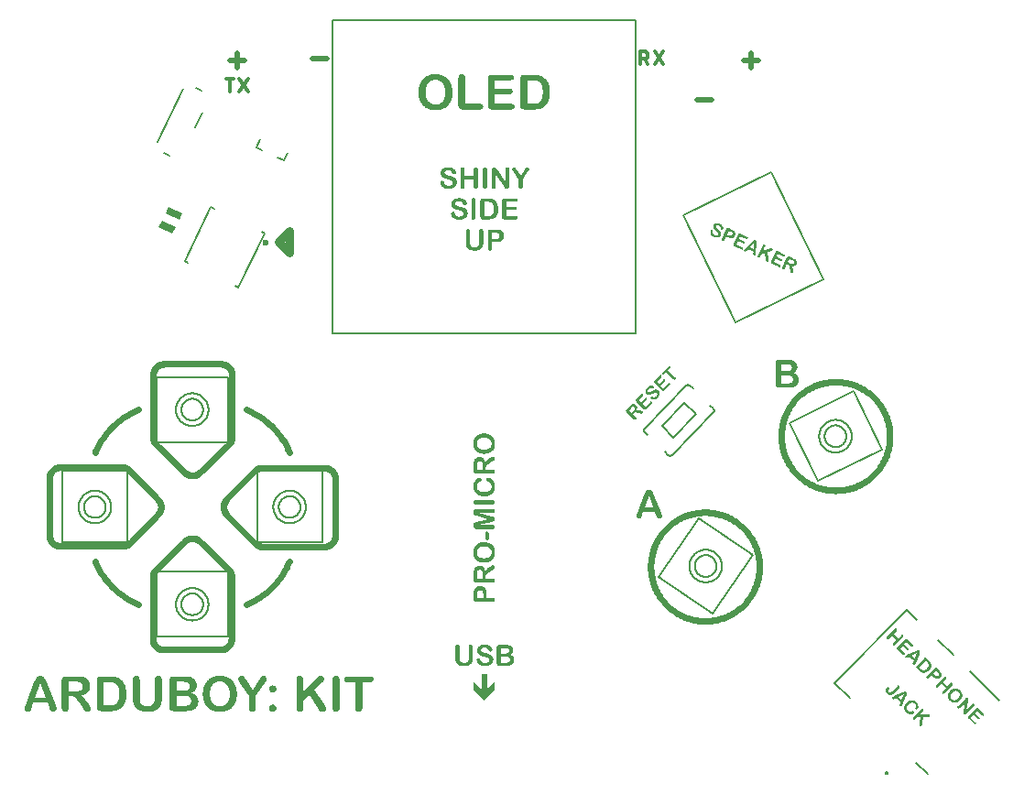
<source format=gbr>
G04 EAGLE Gerber RS-274X export*
G75*
%MOMM*%
%FSLAX34Y34*%
%LPD*%
%INSilkscreen Top*%
%IPPOS*%
%AMOC8*
5,1,8,0,0,1.08239X$1,22.5*%
G01*
G04 Define Apertures*
%ADD10C,0.200000*%
%ADD11C,0.609600*%
%ADD12C,0.800000*%
%ADD13C,0.508000*%
%ADD14C,0.304800*%
%ADD15C,0.127000*%
%ADD16C,0.600000*%
%ADD17C,0.203200*%
%ADD18R,0.650000X1.400000*%
G36*
X-169Y168491D02*
X-719Y168501D01*
X-1257Y168531D01*
X-1784Y168581D01*
X-2300Y168651D01*
X-2804Y168740D01*
X-3296Y168850D01*
X-3777Y168980D01*
X-4246Y169129D01*
X-4701Y169298D01*
X-5139Y169484D01*
X-5560Y169688D01*
X-5963Y169910D01*
X-6349Y170150D01*
X-6717Y170408D01*
X-7069Y170684D01*
X-7403Y170977D01*
X-7719Y171288D01*
X-8016Y171615D01*
X-8294Y171959D01*
X-8552Y172319D01*
X-8792Y172695D01*
X-9012Y173088D01*
X-9214Y173498D01*
X-9396Y173924D01*
X-9558Y174365D01*
X-9698Y174821D01*
X-9816Y175292D01*
X-9914Y175778D01*
X-9989Y176279D01*
X-10043Y176794D01*
X-10075Y177324D01*
X-10086Y177869D01*
X-10067Y178606D01*
X-10010Y179316D01*
X-9915Y179999D01*
X-9782Y180656D01*
X-9611Y181287D01*
X-9402Y181891D01*
X-9155Y182468D01*
X-8870Y183019D01*
X-8549Y183540D01*
X-8197Y184029D01*
X-7813Y184485D01*
X-7396Y184908D01*
X-6948Y185299D01*
X-6467Y185656D01*
X-5955Y185982D01*
X-5410Y186274D01*
X-4837Y186533D01*
X-4240Y186758D01*
X-3618Y186948D01*
X-2972Y187103D01*
X-2301Y187224D01*
X-1606Y187310D01*
X-887Y187362D01*
X-143Y187379D01*
X410Y187370D01*
X950Y187341D01*
X1477Y187294D01*
X1992Y187228D01*
X2493Y187143D01*
X2982Y187039D01*
X3458Y186916D01*
X3922Y186774D01*
X4371Y186613D01*
X4806Y186434D01*
X5225Y186235D01*
X5628Y186018D01*
X6017Y185781D01*
X6390Y185526D01*
X6749Y185252D01*
X7092Y184959D01*
X7417Y184648D01*
X7723Y184319D01*
X8009Y183974D01*
X8275Y183611D01*
X8522Y183231D01*
X8749Y182833D01*
X8956Y182418D01*
X9144Y181986D01*
X9310Y181538D01*
X9454Y181073D01*
X9576Y180592D01*
X9676Y180096D01*
X9754Y179583D01*
X9809Y179054D01*
X9843Y178509D01*
X9854Y177948D01*
X9842Y177390D01*
X9808Y176847D01*
X9751Y176318D01*
X9671Y175804D01*
X9569Y175305D01*
X9443Y174821D01*
X9295Y174352D01*
X9124Y173897D01*
X8932Y173459D01*
X8721Y173040D01*
X8492Y172639D01*
X8244Y172256D01*
X7978Y171892D01*
X7692Y171547D01*
X7388Y171220D01*
X7065Y170911D01*
X6725Y170621D01*
X6367Y170350D01*
X5993Y170096D01*
X5602Y169861D01*
X5194Y169644D01*
X4769Y169445D01*
X4328Y169265D01*
X3869Y169103D01*
X3398Y168960D01*
X2916Y168835D01*
X2426Y168730D01*
X1926Y168644D01*
X1416Y168577D01*
X897Y168530D01*
X369Y168501D01*
X-169Y168491D01*
G37*
%LPC*%
G36*
X-169Y172450D02*
X237Y172457D01*
X634Y172476D01*
X1020Y172509D01*
X1396Y172554D01*
X1763Y172612D01*
X2120Y172683D01*
X2467Y172768D01*
X2804Y172865D01*
X3440Y173093D01*
X3736Y173224D01*
X4019Y173365D01*
X4287Y173516D01*
X4541Y173679D01*
X4781Y173852D01*
X5007Y174035D01*
X5417Y174427D01*
X5771Y174848D01*
X6071Y175296D01*
X6316Y175772D01*
X6506Y176273D01*
X6580Y176533D01*
X6641Y176799D01*
X6689Y177071D01*
X6723Y177349D01*
X6743Y177632D01*
X6750Y177922D01*
X6738Y178293D01*
X6703Y178657D01*
X6644Y179012D01*
X6562Y179361D01*
X6457Y179701D01*
X6328Y180034D01*
X6176Y180360D01*
X6000Y180678D01*
X5800Y180984D01*
X5574Y181274D01*
X5323Y181548D01*
X5046Y181806D01*
X4744Y182047D01*
X4417Y182273D01*
X4064Y182483D01*
X3685Y182677D01*
X3282Y182851D01*
X2857Y183002D01*
X2409Y183130D01*
X1939Y183234D01*
X1446Y183316D01*
X930Y183374D01*
X392Y183408D01*
X-169Y183420D01*
X-689Y183409D01*
X-1192Y183377D01*
X-1678Y183324D01*
X-2145Y183249D01*
X-2595Y183153D01*
X-3027Y183035D01*
X-3442Y182896D01*
X-3839Y182736D01*
X-4215Y182556D01*
X-4567Y182358D01*
X-4896Y182141D01*
X-5202Y181906D01*
X-5483Y181652D01*
X-5741Y181381D01*
X-5976Y181091D01*
X-6186Y180783D01*
X-6373Y180460D01*
X-6534Y180125D01*
X-6670Y179781D01*
X-6671Y179778D01*
X-6783Y179420D01*
X-6870Y179050D01*
X-6932Y178668D01*
X-6970Y178275D01*
X-6982Y177869D01*
X-6975Y177580D01*
X-6955Y177295D01*
X-6920Y177016D01*
X-6872Y176743D01*
X-6810Y176476D01*
X-6734Y176213D01*
X-6541Y175706D01*
X-6296Y175226D01*
X-6001Y174782D01*
X-5655Y174372D01*
X-5259Y173996D01*
X-4809Y173656D01*
X-4301Y173355D01*
X-3734Y173091D01*
X-3109Y172865D01*
X-2776Y172768D01*
X-2434Y172683D01*
X-2082Y172612D01*
X-1719Y172554D01*
X-1347Y172509D01*
X-964Y172476D01*
X-572Y172457D01*
X-169Y172450D01*
G37*
%LPD*%
G36*
X-169Y268991D02*
X-719Y269001D01*
X-1257Y269031D01*
X-1784Y269081D01*
X-2300Y269151D01*
X-2804Y269240D01*
X-3296Y269350D01*
X-3777Y269480D01*
X-4246Y269629D01*
X-4701Y269798D01*
X-5139Y269984D01*
X-5560Y270188D01*
X-5963Y270410D01*
X-6349Y270650D01*
X-6717Y270908D01*
X-7069Y271184D01*
X-7403Y271477D01*
X-7719Y271788D01*
X-8016Y272115D01*
X-8294Y272459D01*
X-8552Y272819D01*
X-8792Y273195D01*
X-9012Y273588D01*
X-9214Y273998D01*
X-9396Y274424D01*
X-9558Y274865D01*
X-9698Y275321D01*
X-9816Y275792D01*
X-9914Y276278D01*
X-9989Y276779D01*
X-10043Y277294D01*
X-10075Y277824D01*
X-10086Y278369D01*
X-10067Y279106D01*
X-10010Y279816D01*
X-9915Y280499D01*
X-9782Y281156D01*
X-9611Y281787D01*
X-9402Y282391D01*
X-9155Y282968D01*
X-8870Y283519D01*
X-8549Y284040D01*
X-8197Y284529D01*
X-7813Y284985D01*
X-7396Y285408D01*
X-6948Y285799D01*
X-6467Y286156D01*
X-5955Y286482D01*
X-5410Y286774D01*
X-4837Y287033D01*
X-4240Y287258D01*
X-3618Y287448D01*
X-2972Y287603D01*
X-2301Y287724D01*
X-1606Y287810D01*
X-887Y287862D01*
X-143Y287879D01*
X410Y287870D01*
X950Y287841D01*
X1477Y287794D01*
X1992Y287728D01*
X2493Y287643D01*
X2982Y287539D01*
X3458Y287416D01*
X3922Y287274D01*
X4371Y287113D01*
X4806Y286934D01*
X5225Y286735D01*
X5628Y286518D01*
X6017Y286281D01*
X6390Y286026D01*
X6749Y285752D01*
X7092Y285459D01*
X7417Y285148D01*
X7723Y284819D01*
X8009Y284474D01*
X8275Y284111D01*
X8522Y283731D01*
X8749Y283333D01*
X8956Y282918D01*
X9144Y282486D01*
X9310Y282038D01*
X9454Y281573D01*
X9576Y281092D01*
X9676Y280596D01*
X9754Y280083D01*
X9809Y279554D01*
X9843Y279009D01*
X9854Y278448D01*
X9842Y277890D01*
X9808Y277347D01*
X9751Y276818D01*
X9671Y276304D01*
X9569Y275805D01*
X9443Y275321D01*
X9295Y274852D01*
X9124Y274397D01*
X8932Y273959D01*
X8721Y273540D01*
X8492Y273139D01*
X8244Y272756D01*
X7978Y272392D01*
X7692Y272047D01*
X7388Y271720D01*
X7065Y271411D01*
X6725Y271121D01*
X6367Y270850D01*
X5993Y270596D01*
X5602Y270361D01*
X5194Y270144D01*
X4769Y269945D01*
X4328Y269765D01*
X3869Y269603D01*
X3398Y269460D01*
X2916Y269335D01*
X2426Y269230D01*
X1926Y269144D01*
X1416Y269077D01*
X897Y269030D01*
X369Y269001D01*
X-169Y268991D01*
G37*
%LPC*%
G36*
X-169Y272950D02*
X237Y272957D01*
X634Y272976D01*
X1020Y273009D01*
X1396Y273054D01*
X1763Y273112D01*
X2120Y273183D01*
X2467Y273268D01*
X2804Y273365D01*
X3440Y273593D01*
X3736Y273724D01*
X4019Y273865D01*
X4287Y274016D01*
X4541Y274179D01*
X4781Y274352D01*
X5007Y274535D01*
X5417Y274927D01*
X5771Y275348D01*
X6071Y275796D01*
X6316Y276272D01*
X6506Y276773D01*
X6580Y277033D01*
X6641Y277299D01*
X6689Y277571D01*
X6723Y277849D01*
X6743Y278132D01*
X6750Y278422D01*
X6738Y278793D01*
X6703Y279157D01*
X6644Y279512D01*
X6562Y279861D01*
X6457Y280201D01*
X6328Y280534D01*
X6176Y280860D01*
X6000Y281178D01*
X5800Y281484D01*
X5574Y281774D01*
X5323Y282048D01*
X5046Y282306D01*
X4744Y282547D01*
X4417Y282773D01*
X4064Y282983D01*
X3685Y283177D01*
X3282Y283351D01*
X2857Y283502D01*
X2409Y283630D01*
X1939Y283734D01*
X1446Y283816D01*
X930Y283874D01*
X392Y283908D01*
X-169Y283920D01*
X-689Y283909D01*
X-1192Y283877D01*
X-1678Y283824D01*
X-2145Y283749D01*
X-2595Y283653D01*
X-3027Y283535D01*
X-3442Y283396D01*
X-3839Y283236D01*
X-4215Y283056D01*
X-4567Y282858D01*
X-4896Y282641D01*
X-5202Y282406D01*
X-5483Y282152D01*
X-5741Y281881D01*
X-5976Y281591D01*
X-6186Y281283D01*
X-6373Y280960D01*
X-6534Y280625D01*
X-6670Y280281D01*
X-6671Y280278D01*
X-6783Y279920D01*
X-6870Y279550D01*
X-6932Y279168D01*
X-6970Y278775D01*
X-6982Y278369D01*
X-6975Y278080D01*
X-6955Y277795D01*
X-6920Y277516D01*
X-6872Y277243D01*
X-6810Y276976D01*
X-6734Y276713D01*
X-6541Y276206D01*
X-6296Y275726D01*
X-6001Y275282D01*
X-5655Y274872D01*
X-5259Y274496D01*
X-4809Y274156D01*
X-4301Y273855D01*
X-3734Y273591D01*
X-3109Y273365D01*
X-2776Y273268D01*
X-2434Y273183D01*
X-2082Y273112D01*
X-1719Y273054D01*
X-1347Y273009D01*
X-964Y272976D01*
X-572Y272957D01*
X-169Y272950D01*
G37*
%LPD*%
G36*
X7644Y199527D02*
X-7613Y199527D01*
X-7916Y199537D01*
X-8193Y199568D01*
X-8445Y199620D01*
X-8671Y199692D01*
X-8871Y199784D01*
X-9045Y199897D01*
X-9194Y200031D01*
X-9317Y200185D01*
X-9420Y200356D01*
X-9510Y200542D01*
X-9585Y200743D01*
X-9647Y200958D01*
X-9695Y201187D01*
X-9730Y201430D01*
X-9751Y201688D01*
X-9757Y201961D01*
X-9757Y203171D01*
X-9745Y203679D01*
X-9708Y204113D01*
X-9646Y204472D01*
X-9560Y204756D01*
X-9442Y204986D01*
X-9284Y205185D01*
X-9087Y205351D01*
X-8850Y205486D01*
X-8553Y205608D01*
X-8176Y205739D01*
X-7179Y206025D01*
X3383Y208826D01*
X-7179Y211628D01*
X-8176Y211914D01*
X-8553Y212045D01*
X-8850Y212167D01*
X-9087Y212302D01*
X-9284Y212468D01*
X-9442Y212667D01*
X-9560Y212897D01*
X-9646Y213181D01*
X-9708Y213540D01*
X-9745Y213974D01*
X-9757Y214482D01*
X-9757Y215692D01*
X-9751Y215965D01*
X-9730Y216223D01*
X-9695Y216466D01*
X-9647Y216695D01*
X-9585Y216910D01*
X-9510Y217110D01*
X-9420Y217296D01*
X-9317Y217468D01*
X-9194Y217622D01*
X-9045Y217756D01*
X-8871Y217869D01*
X-8671Y217961D01*
X-8445Y218033D01*
X-8193Y218085D01*
X-7916Y218115D01*
X-7613Y218126D01*
X7644Y218126D01*
X7912Y218118D01*
X8162Y218095D01*
X8395Y218056D01*
X8611Y218002D01*
X8809Y217933D01*
X8991Y217848D01*
X9155Y217748D01*
X9301Y217632D01*
X9431Y217504D01*
X9543Y217365D01*
X9638Y217215D01*
X9716Y217055D01*
X9776Y216885D01*
X9819Y216704D01*
X9845Y216512D01*
X9854Y216311D01*
X9845Y216121D01*
X9819Y215940D01*
X9776Y215767D01*
X9716Y215604D01*
X9638Y215448D01*
X9543Y215302D01*
X9431Y215164D01*
X9301Y215035D01*
X9155Y214918D01*
X8991Y214816D01*
X8809Y214730D01*
X8611Y214660D01*
X8395Y214605D01*
X8162Y214566D01*
X7912Y214543D01*
X7644Y214535D01*
X-5667Y214535D01*
X6618Y211444D01*
X7656Y211169D01*
X8374Y210951D01*
X8647Y210835D01*
X8908Y210679D01*
X9157Y210483D01*
X9394Y210247D01*
X9501Y210113D01*
X9595Y209966D01*
X9674Y209807D01*
X9739Y209635D01*
X9789Y209452D01*
X9825Y209256D01*
X9847Y209047D01*
X9854Y208826D01*
X9835Y208498D01*
X9780Y208195D01*
X9687Y207919D01*
X9558Y207669D01*
X9400Y207445D01*
X9221Y207248D01*
X9022Y207077D01*
X8802Y206932D01*
X8565Y206808D01*
X8317Y206697D01*
X8056Y206601D01*
X7782Y206518D01*
X6618Y206209D01*
X-5667Y203118D01*
X7644Y203118D01*
X7912Y203110D01*
X8162Y203087D01*
X8395Y203049D01*
X8611Y202995D01*
X8809Y202925D01*
X8991Y202841D01*
X9155Y202740D01*
X9301Y202625D01*
X9431Y202496D01*
X9543Y202358D01*
X9638Y202210D01*
X9716Y202051D01*
X9776Y201882D01*
X9819Y201704D01*
X9845Y201515D01*
X9854Y201316D01*
X9845Y201123D01*
X9820Y200940D01*
X9777Y200765D01*
X9717Y200599D01*
X9641Y200443D01*
X9547Y200295D01*
X9436Y200157D01*
X9308Y200027D01*
X9163Y199910D01*
X8999Y199808D01*
X8818Y199722D01*
X8619Y199652D01*
X8402Y199598D01*
X8167Y199558D01*
X7915Y199535D01*
X7644Y199527D01*
G37*
G36*
X7473Y149984D02*
X-7364Y149984D01*
X-7668Y149993D01*
X-7951Y150020D01*
X-8213Y150064D01*
X-8452Y150126D01*
X-8670Y150205D01*
X-8865Y150303D01*
X-9040Y150417D01*
X-9192Y150550D01*
X-9324Y150702D01*
X-9439Y150876D01*
X-9536Y151072D01*
X-9616Y151290D01*
X-9678Y151529D01*
X-9722Y151790D01*
X-9749Y152073D01*
X-9757Y152378D01*
X-9757Y158731D01*
X-9750Y159365D01*
X-9729Y159951D01*
X-9695Y160490D01*
X-9646Y160980D01*
X-9575Y161436D01*
X-9476Y161868D01*
X-9348Y162278D01*
X-9192Y162664D01*
X-8981Y163105D01*
X-8728Y163519D01*
X-8435Y163907D01*
X-8100Y164269D01*
X-7731Y164596D01*
X-7332Y164882D01*
X-6905Y165126D01*
X-6449Y165327D01*
X-5972Y165486D01*
X-5481Y165599D01*
X-4976Y165667D01*
X-4457Y165689D01*
X-3931Y165670D01*
X-3432Y165613D01*
X-2961Y165518D01*
X-2517Y165385D01*
X-2099Y165214D01*
X-1709Y165005D01*
X-1346Y164758D01*
X-1011Y164473D01*
X-700Y164149D01*
X-413Y163786D01*
X-149Y163383D01*
X91Y162942D01*
X308Y162461D01*
X501Y161941D01*
X671Y161382D01*
X818Y160783D01*
X1127Y161297D01*
X1502Y161799D01*
X1942Y162290D01*
X2449Y162769D01*
X2997Y163230D01*
X3562Y163665D01*
X4144Y164075D01*
X4744Y164459D01*
X5337Y164810D01*
X5901Y165120D01*
X6436Y165389D01*
X6940Y165617D01*
X7392Y165798D01*
X7767Y165928D01*
X8066Y166005D01*
X8289Y166031D01*
X8479Y166016D01*
X8668Y165970D01*
X8857Y165894D01*
X9045Y165788D01*
X9223Y165655D01*
X9380Y165500D01*
X9518Y165323D01*
X9637Y165124D01*
X9732Y164905D01*
X9800Y164670D01*
X9840Y164418D01*
X9854Y164150D01*
X9835Y163835D01*
X9777Y163545D01*
X9680Y163282D01*
X9545Y163045D01*
X9380Y162830D01*
X9195Y162629D01*
X8989Y162445D01*
X8762Y162276D01*
X8177Y161896D01*
X7368Y161401D01*
X4764Y159836D01*
X4090Y159426D01*
X3501Y159039D01*
X2998Y158673D01*
X2580Y158330D01*
X2235Y157997D01*
X1949Y157661D01*
X1722Y157323D01*
X1554Y156982D01*
X1433Y156618D01*
X1347Y156209D01*
X1295Y155756D01*
X1278Y155259D01*
X1278Y153891D01*
X7473Y153891D01*
X7769Y153882D01*
X8044Y153857D01*
X8300Y153815D01*
X8535Y153756D01*
X8750Y153680D01*
X8945Y153588D01*
X9120Y153478D01*
X9275Y153352D01*
X9411Y153212D01*
X9528Y153061D01*
X9628Y152901D01*
X9709Y152730D01*
X9772Y152549D01*
X9818Y152358D01*
X9845Y152156D01*
X9854Y151944D01*
X9844Y151717D01*
X9816Y151504D01*
X9769Y151303D01*
X9703Y151116D01*
X9617Y150941D01*
X9514Y150780D01*
X9391Y150632D01*
X9249Y150497D01*
X9089Y150377D01*
X8911Y150273D01*
X8716Y150185D01*
X8502Y150113D01*
X8272Y150057D01*
X8023Y150016D01*
X7757Y149992D01*
X7473Y149984D01*
G37*
%LPC*%
G36*
X-1524Y153891D02*
X-1524Y157390D01*
X-1539Y158065D01*
X-1584Y158685D01*
X-1660Y159249D01*
X-1767Y159757D01*
X-1910Y160209D01*
X-1998Y160413D01*
X-2096Y160604D01*
X-2205Y160780D01*
X-2324Y160942D01*
X-2455Y161090D01*
X-2596Y161224D01*
X-2749Y161342D01*
X-2916Y161445D01*
X-3097Y161532D01*
X-3291Y161604D01*
X-3499Y161659D01*
X-3721Y161698D01*
X-3957Y161722D01*
X-4207Y161730D01*
X-4404Y161724D01*
X-4596Y161705D01*
X-4961Y161628D01*
X-5303Y161501D01*
X-5621Y161322D01*
X-5907Y161099D01*
X-6155Y160836D01*
X-6364Y160533D01*
X-6535Y160191D01*
X-6603Y159999D01*
X-6662Y159766D01*
X-6711Y159491D01*
X-6752Y159175D01*
X-6806Y158418D01*
X-6824Y157495D01*
X-6824Y153891D01*
X-1524Y153891D01*
G37*
%LPD*%
G36*
X7473Y250484D02*
X-7364Y250484D01*
X-7668Y250493D01*
X-7951Y250520D01*
X-8213Y250564D01*
X-8452Y250626D01*
X-8670Y250705D01*
X-8865Y250803D01*
X-9040Y250917D01*
X-9192Y251050D01*
X-9324Y251202D01*
X-9439Y251376D01*
X-9536Y251572D01*
X-9616Y251790D01*
X-9678Y252029D01*
X-9722Y252290D01*
X-9749Y252573D01*
X-9757Y252878D01*
X-9757Y259231D01*
X-9750Y259865D01*
X-9729Y260451D01*
X-9695Y260990D01*
X-9646Y261480D01*
X-9575Y261936D01*
X-9476Y262368D01*
X-9348Y262778D01*
X-9192Y263164D01*
X-8981Y263605D01*
X-8728Y264019D01*
X-8435Y264407D01*
X-8100Y264769D01*
X-7731Y265096D01*
X-7332Y265382D01*
X-6905Y265626D01*
X-6449Y265827D01*
X-5972Y265986D01*
X-5481Y266099D01*
X-4976Y266167D01*
X-4457Y266189D01*
X-3931Y266170D01*
X-3432Y266113D01*
X-2961Y266018D01*
X-2517Y265885D01*
X-2099Y265714D01*
X-1709Y265505D01*
X-1346Y265258D01*
X-1011Y264973D01*
X-700Y264649D01*
X-413Y264286D01*
X-149Y263883D01*
X91Y263442D01*
X308Y262961D01*
X501Y262441D01*
X671Y261882D01*
X818Y261283D01*
X1127Y261797D01*
X1502Y262299D01*
X1942Y262790D01*
X2449Y263269D01*
X2997Y263730D01*
X3562Y264165D01*
X4144Y264575D01*
X4744Y264959D01*
X5337Y265310D01*
X5901Y265620D01*
X6436Y265889D01*
X6940Y266117D01*
X7392Y266298D01*
X7767Y266428D01*
X8066Y266505D01*
X8289Y266531D01*
X8479Y266516D01*
X8668Y266470D01*
X8857Y266394D01*
X9045Y266288D01*
X9223Y266155D01*
X9380Y266000D01*
X9518Y265823D01*
X9637Y265624D01*
X9732Y265405D01*
X9800Y265170D01*
X9840Y264918D01*
X9854Y264650D01*
X9835Y264335D01*
X9777Y264045D01*
X9680Y263782D01*
X9545Y263545D01*
X9380Y263330D01*
X9195Y263129D01*
X8989Y262945D01*
X8762Y262776D01*
X8177Y262396D01*
X7368Y261901D01*
X4764Y260336D01*
X4090Y259926D01*
X3501Y259539D01*
X2998Y259173D01*
X2580Y258830D01*
X2235Y258497D01*
X1949Y258161D01*
X1722Y257823D01*
X1554Y257482D01*
X1433Y257118D01*
X1347Y256709D01*
X1295Y256256D01*
X1278Y255759D01*
X1278Y254391D01*
X7473Y254391D01*
X7769Y254382D01*
X8044Y254357D01*
X8300Y254315D01*
X8535Y254256D01*
X8750Y254180D01*
X8945Y254088D01*
X9120Y253978D01*
X9275Y253852D01*
X9411Y253712D01*
X9528Y253561D01*
X9628Y253401D01*
X9709Y253230D01*
X9772Y253049D01*
X9818Y252858D01*
X9845Y252656D01*
X9854Y252444D01*
X9844Y252217D01*
X9816Y252004D01*
X9769Y251803D01*
X9703Y251616D01*
X9617Y251441D01*
X9514Y251280D01*
X9391Y251132D01*
X9249Y250997D01*
X9089Y250877D01*
X8911Y250773D01*
X8716Y250685D01*
X8502Y250613D01*
X8272Y250557D01*
X8023Y250516D01*
X7757Y250492D01*
X7473Y250484D01*
G37*
%LPC*%
G36*
X-1524Y254391D02*
X-1524Y257890D01*
X-1539Y258565D01*
X-1584Y259185D01*
X-1660Y259749D01*
X-1767Y260257D01*
X-1910Y260709D01*
X-1998Y260913D01*
X-2096Y261104D01*
X-2205Y261280D01*
X-2324Y261442D01*
X-2455Y261590D01*
X-2596Y261724D01*
X-2749Y261842D01*
X-2916Y261945D01*
X-3097Y262032D01*
X-3291Y262104D01*
X-3499Y262159D01*
X-3721Y262198D01*
X-3957Y262222D01*
X-4207Y262230D01*
X-4404Y262224D01*
X-4596Y262205D01*
X-4961Y262128D01*
X-5303Y262001D01*
X-5621Y261822D01*
X-5907Y261599D01*
X-6155Y261336D01*
X-6364Y261033D01*
X-6535Y260691D01*
X-6603Y260499D01*
X-6662Y260266D01*
X-6711Y259991D01*
X-6752Y259675D01*
X-6806Y258918D01*
X-6824Y257995D01*
X-6824Y254391D01*
X-1524Y254391D01*
G37*
%LPD*%
G36*
X7499Y132073D02*
X-7364Y132073D01*
X-7674Y132082D01*
X-7962Y132110D01*
X-8227Y132156D01*
X-8468Y132221D01*
X-8687Y132304D01*
X-8883Y132406D01*
X-9055Y132526D01*
X-9205Y132665D01*
X-9334Y132824D01*
X-9447Y133005D01*
X-9542Y133207D01*
X-9619Y133431D01*
X-9680Y133677D01*
X-9723Y133945D01*
X-9749Y134235D01*
X-9757Y134546D01*
X-9757Y139557D01*
X-9736Y140605D01*
X-9709Y141080D01*
X-9672Y141524D01*
X-9624Y141935D01*
X-9565Y142315D01*
X-9496Y142662D01*
X-9415Y142977D01*
X-9326Y143268D01*
X-9224Y143549D01*
X-9108Y143820D01*
X-8978Y144080D01*
X-8835Y144331D01*
X-8678Y144572D01*
X-8508Y144802D01*
X-8324Y145022D01*
X-8128Y145231D01*
X-7921Y145427D01*
X-7703Y145610D01*
X-7475Y145780D01*
X-7237Y145937D01*
X-6987Y146082D01*
X-6727Y146213D01*
X-6456Y146331D01*
X-6175Y146436D01*
X-5886Y146527D01*
X-5589Y146604D01*
X-5282Y146667D01*
X-4967Y146715D01*
X-4643Y146750D01*
X-4311Y146771D01*
X-3970Y146778D01*
X-3607Y146771D01*
X-3256Y146750D01*
X-2915Y146715D01*
X-2586Y146665D01*
X-2268Y146601D01*
X-1961Y146523D01*
X-1665Y146431D01*
X-1381Y146325D01*
X-1107Y146204D01*
X-845Y146069D01*
X-593Y145920D01*
X-353Y145757D01*
X-124Y145580D01*
X93Y145389D01*
X300Y145183D01*
X495Y144963D01*
X679Y144729D01*
X852Y144482D01*
X1012Y144220D01*
X1160Y143945D01*
X1297Y143655D01*
X1421Y143352D01*
X1534Y143035D01*
X1635Y142704D01*
X1724Y142359D01*
X1801Y142001D01*
X1866Y141628D01*
X1920Y141242D01*
X1961Y140841D01*
X1991Y140427D01*
X2009Y139999D01*
X2015Y139557D01*
X2015Y135980D01*
X7473Y135980D01*
X7757Y135971D01*
X8023Y135945D01*
X8272Y135902D01*
X8502Y135842D01*
X8716Y135764D01*
X8911Y135669D01*
X9089Y135557D01*
X9249Y135427D01*
X9391Y135285D01*
X9514Y135133D01*
X9617Y134972D01*
X9703Y134802D01*
X9769Y134624D01*
X9816Y134436D01*
X9844Y134239D01*
X9854Y134033D01*
X9844Y133818D01*
X9816Y133614D01*
X9770Y133420D01*
X9704Y133237D01*
X9620Y133065D01*
X9517Y132903D01*
X9396Y132753D01*
X9255Y132612D01*
X9097Y132486D01*
X8921Y132377D01*
X8728Y132284D01*
X8517Y132208D01*
X8289Y132149D01*
X8043Y132107D01*
X7780Y132082D01*
X7499Y132073D01*
G37*
%LPC*%
G36*
X-932Y135980D02*
X-932Y138610D01*
X-949Y139240D01*
X-950Y139272D01*
X-1004Y139878D01*
X-1094Y140427D01*
X-1221Y140919D01*
X-1299Y141144D01*
X-1389Y141355D01*
X-1490Y141552D01*
X-1603Y141736D01*
X-1727Y141906D01*
X-1862Y142062D01*
X-2009Y142204D01*
X-2168Y142333D01*
X-2339Y142447D01*
X-2522Y142546D01*
X-2719Y142629D01*
X-2928Y142698D01*
X-3149Y142751D01*
X-3384Y142789D01*
X-3631Y142812D01*
X-3891Y142819D01*
X-4203Y142808D01*
X-4499Y142772D01*
X-4781Y142714D01*
X-5049Y142632D01*
X-5301Y142526D01*
X-5539Y142398D01*
X-5761Y142245D01*
X-5969Y142070D01*
X-6170Y141831D01*
X-6343Y141538D01*
X-6490Y141188D01*
X-6611Y140784D01*
X-6704Y140324D01*
X-6771Y139808D01*
X-6811Y139237D01*
X-6824Y138610D01*
X-6824Y135980D01*
X-932Y135980D01*
G37*
%LPD*%
G36*
X-90Y229810D02*
X-664Y229821D01*
X-1224Y229853D01*
X-1768Y229906D01*
X-2296Y229980D01*
X-2810Y230075D01*
X-3308Y230191D01*
X-3791Y230329D01*
X-4259Y230488D01*
X-4711Y230666D01*
X-5147Y230863D01*
X-5566Y231078D01*
X-5968Y231311D01*
X-6353Y231563D01*
X-6722Y231833D01*
X-7074Y232121D01*
X-7410Y232428D01*
X-7727Y232750D01*
X-8025Y233086D01*
X-8303Y233436D01*
X-8562Y233799D01*
X-8801Y234176D01*
X-9021Y234566D01*
X-9222Y234970D01*
X-9402Y235387D01*
X-9563Y235815D01*
X-9702Y236250D01*
X-9819Y236691D01*
X-9915Y237140D01*
X-9990Y237596D01*
X-10043Y238058D01*
X-10076Y238528D01*
X-10086Y239004D01*
X-10072Y239582D01*
X-10028Y240143D01*
X-9955Y240688D01*
X-9853Y241217D01*
X-9721Y241731D01*
X-9561Y242228D01*
X-9371Y242709D01*
X-9152Y243174D01*
X-8912Y243618D01*
X-8658Y244035D01*
X-8390Y244425D01*
X-8108Y244788D01*
X-7813Y245125D01*
X-7504Y245435D01*
X-7181Y245719D01*
X-6844Y245975D01*
X-6503Y246204D01*
X-6166Y246401D01*
X-5834Y246569D01*
X-5507Y246705D01*
X-5185Y246812D01*
X-4867Y246888D01*
X-4554Y246934D01*
X-4246Y246949D01*
X-4081Y246941D01*
X-3921Y246919D01*
X-3765Y246882D01*
X-3615Y246830D01*
X-3329Y246682D01*
X-3062Y246475D01*
X-2838Y246226D01*
X-2750Y246092D01*
X-2678Y245952D01*
X-2622Y245806D01*
X-2582Y245654D01*
X-2558Y245496D01*
X-2550Y245331D01*
X-2572Y244980D01*
X-2638Y244675D01*
X-2749Y244417D01*
X-2905Y244206D01*
X-3114Y244014D01*
X-3388Y243810D01*
X-3726Y243596D01*
X-4128Y243371D01*
X-4475Y243176D01*
X-4800Y242973D01*
X-5101Y242761D01*
X-5381Y242541D01*
X-5637Y242312D01*
X-5871Y242075D01*
X-6083Y241830D01*
X-6272Y241576D01*
X-6438Y241310D01*
X-6583Y241029D01*
X-6705Y240734D01*
X-6805Y240423D01*
X-6882Y240098D01*
X-6938Y239757D01*
X-6971Y239401D01*
X-6982Y239031D01*
X-6975Y238734D01*
X-6954Y238444D01*
X-6918Y238162D01*
X-6868Y237888D01*
X-6804Y237622D01*
X-6725Y237363D01*
X-6632Y237112D01*
X-6525Y236869D01*
X-6404Y236633D01*
X-6268Y236405D01*
X-5954Y235971D01*
X-5582Y235569D01*
X-5154Y235197D01*
X-4673Y234862D01*
X-4144Y234572D01*
X-3566Y234327D01*
X-2941Y234126D01*
X-2267Y233970D01*
X-1546Y233859D01*
X-776Y233792D01*
X42Y233769D01*
X592Y233779D01*
X1119Y233809D01*
X1622Y233858D01*
X2102Y233927D01*
X2558Y234016D01*
X2990Y234125D01*
X3399Y234253D01*
X3784Y234401D01*
X4145Y234567D01*
X4483Y234749D01*
X4797Y234948D01*
X5088Y235164D01*
X5354Y235395D01*
X5598Y235644D01*
X5817Y235908D01*
X6013Y236190D01*
X6186Y236485D01*
X6335Y236793D01*
X6462Y237113D01*
X6566Y237446D01*
X6646Y237791D01*
X6704Y238148D01*
X6738Y238517D01*
X6750Y238899D01*
X6737Y239312D01*
X6698Y239708D01*
X6632Y240089D01*
X6541Y240453D01*
X6423Y240801D01*
X6280Y241132D01*
X6110Y241448D01*
X5915Y241747D01*
X5693Y242029D01*
X5448Y242293D01*
X5178Y242539D01*
X4884Y242768D01*
X4565Y242978D01*
X4221Y243171D01*
X3854Y243346D01*
X3461Y243503D01*
X3098Y243635D01*
X2769Y243782D01*
X2476Y243944D01*
X2218Y244121D01*
X2106Y244220D01*
X2008Y244333D01*
X1926Y244460D01*
X1858Y244601D01*
X1806Y244756D01*
X1768Y244925D01*
X1746Y245108D01*
X1738Y245305D01*
X1746Y245476D01*
X1769Y245641D01*
X1807Y245800D01*
X1860Y245952D01*
X1929Y246099D01*
X2012Y246239D01*
X2225Y246502D01*
X2350Y246619D01*
X2483Y246720D01*
X2623Y246806D01*
X2771Y246876D01*
X2926Y246931D01*
X3088Y246970D01*
X3258Y246994D01*
X3435Y247001D01*
X3668Y246994D01*
X3905Y246973D01*
X4394Y246888D01*
X4901Y246746D01*
X5428Y246548D01*
X5961Y246288D01*
X6490Y245964D01*
X7014Y245575D01*
X7532Y245121D01*
X7784Y244869D01*
X8024Y244600D01*
X8252Y244315D01*
X8468Y244012D01*
X8671Y243693D01*
X8863Y243357D01*
X9042Y243004D01*
X9209Y242635D01*
X9360Y242249D01*
X9491Y241847D01*
X9602Y241430D01*
X9693Y240997D01*
X9763Y240549D01*
X9814Y240085D01*
X9844Y239605D01*
X9854Y239110D01*
X9836Y238364D01*
X9781Y237653D01*
X9691Y236976D01*
X9564Y236334D01*
X9400Y235724D01*
X9195Y235142D01*
X8949Y234589D01*
X8664Y234065D01*
X8333Y233566D01*
X7955Y233087D01*
X7528Y232629D01*
X7052Y232191D01*
X6585Y231824D01*
X6090Y231484D01*
X5569Y231172D01*
X5020Y230889D01*
X4448Y230636D01*
X3858Y230417D01*
X3248Y230232D01*
X2620Y230080D01*
X1972Y229962D01*
X1304Y229878D01*
X617Y229827D01*
X-90Y229810D01*
G37*
G36*
X7473Y222294D02*
X-7719Y222294D01*
X-8005Y222302D01*
X-8274Y222327D01*
X-8523Y222369D01*
X-8754Y222428D01*
X-8967Y222504D01*
X-9161Y222597D01*
X-9337Y222706D01*
X-9494Y222833D01*
X-9633Y222973D01*
X-9753Y223122D01*
X-9855Y223282D01*
X-9938Y223451D01*
X-10003Y223630D01*
X-10049Y223819D01*
X-10077Y224018D01*
X-10086Y224227D01*
X-10077Y224442D01*
X-10050Y224647D01*
X-10004Y224841D01*
X-9940Y225024D01*
X-9858Y225198D01*
X-9757Y225360D01*
X-9638Y225512D01*
X-9501Y225654D01*
X-9345Y225782D01*
X-9170Y225893D01*
X-8976Y225987D01*
X-8763Y226064D01*
X-8530Y226123D01*
X-8279Y226166D01*
X-8008Y226191D01*
X-7719Y226200D01*
X7473Y226200D01*
X7763Y226191D01*
X8034Y226166D01*
X8286Y226123D01*
X8519Y226064D01*
X8733Y225987D01*
X8928Y225893D01*
X9105Y225782D01*
X9262Y225654D01*
X9401Y225512D01*
X9521Y225360D01*
X9623Y225198D01*
X9706Y225024D01*
X9771Y224841D01*
X9817Y224647D01*
X9845Y224442D01*
X9854Y224227D01*
X9844Y224021D01*
X9816Y223825D01*
X9770Y223637D01*
X9704Y223459D01*
X9620Y223290D01*
X9517Y223131D01*
X9396Y222980D01*
X9255Y222839D01*
X9097Y222711D01*
X8920Y222601D01*
X8724Y222507D01*
X8511Y222430D01*
X8279Y222370D01*
X8028Y222328D01*
X7760Y222302D01*
X7473Y222294D01*
G37*
G36*
X2528Y189112D02*
X2354Y189119D01*
X2189Y189142D01*
X2033Y189179D01*
X1885Y189232D01*
X1745Y189299D01*
X1614Y189382D01*
X1491Y189479D01*
X1377Y189592D01*
X1273Y189719D01*
X1184Y189863D01*
X1108Y190021D01*
X1046Y190195D01*
X998Y190385D01*
X964Y190589D01*
X943Y190810D01*
X936Y191045D01*
X936Y195202D01*
X943Y195437D01*
X964Y195657D01*
X998Y195862D01*
X1046Y196052D01*
X1108Y196225D01*
X1184Y196384D01*
X1273Y196527D01*
X1377Y196655D01*
X1491Y196767D01*
X1614Y196865D01*
X1745Y196947D01*
X1885Y197015D01*
X2033Y197067D01*
X2189Y197105D01*
X2354Y197128D01*
X2528Y197135D01*
X2698Y197128D01*
X2860Y197105D01*
X3014Y197068D01*
X3161Y197017D01*
X3299Y196950D01*
X3429Y196869D01*
X3665Y196661D01*
X3769Y196535D01*
X3858Y196393D01*
X3934Y196234D01*
X3996Y196060D01*
X4044Y195869D01*
X4078Y195663D01*
X4099Y195440D01*
X4106Y195202D01*
X4106Y191045D01*
X4099Y190815D01*
X4078Y190600D01*
X4044Y190399D01*
X3996Y190212D01*
X3934Y190039D01*
X3858Y189880D01*
X3769Y189735D01*
X3665Y189605D01*
X3551Y189489D01*
X3429Y189389D01*
X3299Y189304D01*
X3161Y189235D01*
X3014Y189181D01*
X2860Y189142D01*
X2698Y189119D01*
X2528Y189112D01*
G37*
G36*
X19841Y73025D02*
X13949Y73025D01*
X13641Y73034D01*
X13356Y73061D01*
X13094Y73105D01*
X12855Y73168D01*
X12639Y73248D01*
X12446Y73347D01*
X12275Y73463D01*
X12127Y73597D01*
X11999Y73751D01*
X11888Y73926D01*
X11794Y74122D01*
X11718Y74339D01*
X11658Y74577D01*
X11615Y74836D01*
X11590Y75117D01*
X11581Y75419D01*
X11581Y89914D01*
X11590Y90221D01*
X11616Y90507D01*
X11660Y90770D01*
X11721Y91010D01*
X11799Y91228D01*
X11896Y91424D01*
X12009Y91597D01*
X12140Y91748D01*
X12291Y91879D01*
X12463Y91993D01*
X12656Y92089D01*
X12872Y92168D01*
X13109Y92229D01*
X13367Y92272D01*
X13647Y92299D01*
X13949Y92307D01*
X20196Y92307D01*
X20864Y92297D01*
X21485Y92265D01*
X22061Y92211D01*
X22590Y92136D01*
X23083Y92031D01*
X23550Y91887D01*
X23991Y91702D01*
X24405Y91479D01*
X24737Y91261D01*
X25050Y91017D01*
X25343Y90745D01*
X25615Y90446D01*
X25863Y90126D01*
X26079Y89789D01*
X26264Y89435D01*
X26418Y89065D01*
X26539Y88682D01*
X26625Y88288D01*
X26677Y87883D01*
X26694Y87467D01*
X26683Y87111D01*
X26649Y86768D01*
X26592Y86437D01*
X26513Y86117D01*
X26411Y85810D01*
X26287Y85515D01*
X26140Y85232D01*
X25971Y84961D01*
X25778Y84703D01*
X25564Y84456D01*
X25326Y84222D01*
X25066Y84000D01*
X24784Y83789D01*
X24479Y83591D01*
X24151Y83406D01*
X23800Y83232D01*
X24261Y83072D01*
X24691Y82894D01*
X25092Y82698D01*
X25463Y82484D01*
X25805Y82252D01*
X26117Y82002D01*
X26399Y81735D01*
X26651Y81450D01*
X26874Y81146D01*
X27067Y80825D01*
X27230Y80486D01*
X27364Y80129D01*
X27468Y79755D01*
X27542Y79362D01*
X27587Y78951D01*
X27602Y78523D01*
X27589Y78124D01*
X27550Y77734D01*
X27485Y77355D01*
X27394Y76986D01*
X27278Y76627D01*
X27135Y76278D01*
X26967Y75939D01*
X26773Y75610D01*
X26557Y75296D01*
X26322Y75004D01*
X26070Y74733D01*
X25800Y74483D01*
X25511Y74255D01*
X25204Y74047D01*
X24880Y73861D01*
X24537Y73696D01*
X24080Y73525D01*
X23590Y73382D01*
X23067Y73265D01*
X22511Y73176D01*
X21915Y73110D01*
X21272Y73063D01*
X20580Y73034D01*
X19841Y73025D01*
G37*
%LPC*%
G36*
X19683Y75958D02*
X19742Y75960D01*
X20163Y75969D01*
X20611Y76003D01*
X21029Y76058D01*
X21416Y76137D01*
X21771Y76237D01*
X22096Y76360D01*
X22390Y76504D01*
X22653Y76672D01*
X22885Y76861D01*
X23086Y77073D01*
X23256Y77307D01*
X23395Y77564D01*
X23503Y77842D01*
X23581Y78143D01*
X23627Y78467D01*
X23642Y78812D01*
X23626Y79165D01*
X23578Y79492D01*
X23498Y79795D01*
X23386Y80072D01*
X23242Y80324D01*
X23065Y80551D01*
X22857Y80753D01*
X22617Y80930D01*
X22344Y81084D01*
X22040Y81218D01*
X21705Y81331D01*
X21337Y81423D01*
X20939Y81495D01*
X20508Y81547D01*
X20046Y81577D01*
X19552Y81588D01*
X15488Y81588D01*
X15488Y75958D01*
X19683Y75958D01*
G37*
G36*
X19065Y84389D02*
X19754Y84407D01*
X20359Y84458D01*
X20882Y84545D01*
X21321Y84665D01*
X21514Y84742D01*
X21695Y84835D01*
X21865Y84943D01*
X22023Y85067D01*
X22169Y85206D01*
X22304Y85361D01*
X22427Y85532D01*
X22538Y85718D01*
X22681Y86002D01*
X22784Y86303D01*
X22846Y86620D01*
X22866Y86954D01*
X22850Y87304D01*
X22802Y87623D01*
X22720Y87911D01*
X22607Y88169D01*
X22461Y88396D01*
X22282Y88593D01*
X22071Y88759D01*
X21827Y88894D01*
X21551Y89007D01*
X21240Y89104D01*
X20895Y89187D01*
X20515Y89254D01*
X20102Y89307D01*
X19655Y89344D01*
X19173Y89367D01*
X18657Y89374D01*
X15488Y89374D01*
X15488Y84389D01*
X19065Y84389D01*
G37*
%LPD*%
G36*
X636Y72696D02*
X-62Y72713D01*
X-729Y72764D01*
X-1364Y72848D01*
X-1968Y72966D01*
X-2541Y73117D01*
X-3083Y73303D01*
X-3593Y73522D01*
X-4073Y73775D01*
X-4394Y73977D01*
X-4700Y74195D01*
X-4990Y74430D01*
X-5265Y74681D01*
X-5524Y74948D01*
X-5768Y75231D01*
X-5997Y75531D01*
X-6210Y75846D01*
X-6403Y76169D01*
X-6570Y76490D01*
X-6711Y76808D01*
X-6827Y77124D01*
X-6917Y77438D01*
X-6981Y77749D01*
X-7019Y78058D01*
X-7032Y78365D01*
X-7024Y78540D01*
X-7001Y78708D01*
X-6963Y78869D01*
X-6909Y79024D01*
X-6839Y79173D01*
X-6755Y79316D01*
X-6539Y79582D01*
X-6411Y79700D01*
X-6275Y79803D01*
X-6131Y79890D01*
X-5978Y79962D01*
X-5817Y80017D01*
X-5647Y80057D01*
X-5469Y80080D01*
X-5283Y80088D01*
X-5131Y80082D01*
X-4986Y80064D01*
X-4712Y79990D01*
X-4463Y79866D01*
X-4237Y79694D01*
X-4031Y79472D01*
X-3841Y79204D01*
X-3666Y78887D01*
X-3507Y78523D01*
X-3319Y78082D01*
X-3124Y77678D01*
X-2921Y77312D01*
X-2711Y76984D01*
X-2476Y76689D01*
X-2197Y76420D01*
X-1874Y76179D01*
X-1508Y75965D01*
X-1306Y75871D01*
X-1089Y75789D01*
X-857Y75720D01*
X-610Y75664D01*
X-348Y75620D01*
X-70Y75589D01*
X223Y75570D01*
X531Y75564D01*
X955Y75576D01*
X1358Y75614D01*
X1741Y75677D01*
X2104Y75766D01*
X2447Y75880D01*
X2769Y76019D01*
X3071Y76183D01*
X3352Y76372D01*
X3607Y76581D01*
X3827Y76802D01*
X4013Y77036D01*
X4166Y77282D01*
X4285Y77540D01*
X4370Y77811D01*
X4420Y78095D01*
X4437Y78391D01*
X4428Y78626D01*
X4401Y78849D01*
X4355Y79061D01*
X4291Y79261D01*
X4209Y79450D01*
X4108Y79628D01*
X3989Y79795D01*
X3852Y79950D01*
X3538Y80232D01*
X3181Y80478D01*
X2782Y80689D01*
X2339Y80864D01*
X1837Y81025D01*
X1256Y81190D01*
X-140Y81535D01*
X-1137Y81789D01*
X-2049Y82063D01*
X-2876Y82358D01*
X-3619Y82673D01*
X-3960Y82843D01*
X-4283Y83028D01*
X-4588Y83228D01*
X-4875Y83442D01*
X-5144Y83672D01*
X-5395Y83916D01*
X-5627Y84175D01*
X-5842Y84448D01*
X-6034Y84738D01*
X-6201Y85045D01*
X-6343Y85369D01*
X-6458Y85709D01*
X-6548Y86067D01*
X-6612Y86442D01*
X-6651Y86834D01*
X-6664Y87243D01*
X-6650Y87636D01*
X-6610Y88017D01*
X-6542Y88387D01*
X-6447Y88746D01*
X-6325Y89094D01*
X-6176Y89431D01*
X-5999Y89757D01*
X-5796Y90071D01*
X-5567Y90372D01*
X-5313Y90654D01*
X-5036Y90918D01*
X-4734Y91165D01*
X-4408Y91393D01*
X-4057Y91604D01*
X-3682Y91797D01*
X-3284Y91972D01*
X-2863Y92128D01*
X-2425Y92263D01*
X-1969Y92377D01*
X-1495Y92470D01*
X-1002Y92543D01*
X-492Y92595D01*
X37Y92626D01*
X584Y92636D01*
X1020Y92629D01*
X1441Y92609D01*
X1848Y92574D01*
X2239Y92526D01*
X2616Y92464D01*
X2977Y92388D01*
X3323Y92299D01*
X3655Y92196D01*
X4275Y91957D01*
X4840Y91683D01*
X5350Y91372D01*
X5805Y91025D01*
X6204Y90655D01*
X6545Y90277D01*
X6829Y89889D01*
X7055Y89493D01*
X7227Y89094D01*
X7351Y88700D01*
X7425Y88311D01*
X7449Y87927D01*
X7442Y87755D01*
X7419Y87588D01*
X7380Y87424D01*
X7326Y87265D01*
X7172Y86959D01*
X6956Y86671D01*
X6829Y86540D01*
X6694Y86427D01*
X6552Y86331D01*
X6402Y86252D01*
X6245Y86191D01*
X6079Y86147D01*
X5907Y86121D01*
X5726Y86112D01*
X5411Y86133D01*
X5136Y86196D01*
X4901Y86301D01*
X4707Y86448D01*
X4529Y86642D01*
X4344Y86890D01*
X4151Y87191D01*
X3951Y87546D01*
X3674Y88062D01*
X3372Y88518D01*
X3043Y88914D01*
X2688Y89249D01*
X2490Y89393D01*
X2264Y89517D01*
X2010Y89622D01*
X1728Y89708D01*
X1418Y89775D01*
X1080Y89823D01*
X714Y89851D01*
X320Y89861D01*
X-49Y89851D01*
X-399Y89819D01*
X-732Y89768D01*
X-1046Y89695D01*
X-1342Y89601D01*
X-1619Y89487D01*
X-1879Y89352D01*
X-2119Y89197D01*
X-2337Y89026D01*
X-2525Y88848D01*
X-2685Y88661D01*
X-2815Y88465D01*
X-2916Y88261D01*
X-2989Y88049D01*
X-3032Y87828D01*
X-3047Y87599D01*
X-3027Y87319D01*
X-2968Y87059D01*
X-2869Y86819D01*
X-2731Y86599D01*
X-2558Y86396D01*
X-2356Y86208D01*
X-2124Y86034D01*
X-1863Y85876D01*
X-1307Y85606D01*
X-1027Y85496D01*
X-745Y85402D01*
X5Y85192D01*
X1123Y84902D01*
X1919Y84707D01*
X2676Y84501D01*
X3395Y84286D01*
X4076Y84060D01*
X4712Y83818D01*
X5299Y83551D01*
X5837Y83259D01*
X6325Y82942D01*
X6763Y82592D01*
X6963Y82400D01*
X7150Y82198D01*
X7325Y81984D01*
X7486Y81760D01*
X7635Y81525D01*
X7772Y81279D01*
X7893Y81020D01*
X7999Y80747D01*
X8088Y80460D01*
X8161Y80159D01*
X8218Y79844D01*
X8259Y79514D01*
X8283Y79170D01*
X8291Y78812D01*
X8277Y78381D01*
X8235Y77960D01*
X8165Y77550D01*
X8066Y77152D01*
X7939Y76764D01*
X7784Y76388D01*
X7601Y76023D01*
X7390Y75669D01*
X7152Y75330D01*
X6888Y75009D01*
X6597Y74708D01*
X6280Y74426D01*
X5938Y74162D01*
X5569Y73918D01*
X5174Y73692D01*
X4753Y73485D01*
X4309Y73300D01*
X3845Y73140D01*
X3360Y73004D01*
X2856Y72894D01*
X2331Y72807D01*
X1786Y72746D01*
X1221Y72709D01*
X636Y72696D01*
G37*
G36*
X-18368Y72696D02*
X-18914Y72704D01*
X-19441Y72726D01*
X-19948Y72764D01*
X-20436Y72816D01*
X-20905Y72884D01*
X-21354Y72966D01*
X-21784Y73064D01*
X-22195Y73176D01*
X-22587Y73305D01*
X-22961Y73449D01*
X-23316Y73610D01*
X-23652Y73788D01*
X-23970Y73982D01*
X-24269Y74192D01*
X-24550Y74419D01*
X-24813Y74663D01*
X-25058Y74923D01*
X-25285Y75201D01*
X-25496Y75497D01*
X-25691Y75810D01*
X-25868Y76141D01*
X-26029Y76490D01*
X-26172Y76856D01*
X-26299Y77241D01*
X-26410Y77643D01*
X-26506Y78065D01*
X-26588Y78505D01*
X-26654Y78965D01*
X-26706Y79444D01*
X-26743Y79942D01*
X-26765Y80459D01*
X-26773Y80996D01*
X-26773Y90269D01*
X-26764Y90555D01*
X-26739Y90824D01*
X-26698Y91073D01*
X-26639Y91304D01*
X-26564Y91517D01*
X-26473Y91711D01*
X-26365Y91887D01*
X-26240Y92044D01*
X-26101Y92183D01*
X-25953Y92303D01*
X-25793Y92405D01*
X-25623Y92488D01*
X-25443Y92553D01*
X-25252Y92599D01*
X-25051Y92627D01*
X-24839Y92636D01*
X-24618Y92627D01*
X-24409Y92599D01*
X-24211Y92553D01*
X-24025Y92488D01*
X-23851Y92405D01*
X-23689Y92303D01*
X-23538Y92183D01*
X-23399Y92044D01*
X-23274Y91887D01*
X-23166Y91711D01*
X-23074Y91517D01*
X-22999Y91304D01*
X-22941Y91073D01*
X-22899Y90824D01*
X-22874Y90555D01*
X-22866Y90269D01*
X-22866Y80785D01*
X-22843Y80010D01*
X-22815Y79647D01*
X-22776Y79301D01*
X-22725Y78971D01*
X-22663Y78658D01*
X-22589Y78362D01*
X-22504Y78082D01*
X-22405Y77819D01*
X-22289Y77570D01*
X-22154Y77337D01*
X-22003Y77119D01*
X-21834Y76916D01*
X-21647Y76728D01*
X-21443Y76556D01*
X-21222Y76399D01*
X-20980Y76258D01*
X-20716Y76137D01*
X-20428Y76034D01*
X-20117Y75950D01*
X-19783Y75884D01*
X-19427Y75838D01*
X-19047Y75810D01*
X-18644Y75800D01*
X-18093Y75819D01*
X-17583Y75876D01*
X-17116Y75971D01*
X-16691Y76104D01*
X-16307Y76276D01*
X-15966Y76485D01*
X-15666Y76732D01*
X-15408Y77017D01*
X-15186Y77341D01*
X-14994Y77704D01*
X-14831Y78106D01*
X-14698Y78548D01*
X-14594Y79028D01*
X-14520Y79549D01*
X-14476Y80108D01*
X-14461Y80706D01*
X-14461Y90269D01*
X-14453Y90558D01*
X-14428Y90829D01*
X-14387Y91080D01*
X-14330Y91313D01*
X-14256Y91526D01*
X-14165Y91720D01*
X-14058Y91895D01*
X-13935Y92051D01*
X-13798Y92188D01*
X-13650Y92307D01*
X-13491Y92408D01*
X-13320Y92490D01*
X-13139Y92554D01*
X-12946Y92600D01*
X-12743Y92627D01*
X-12528Y92636D01*
X-12313Y92627D01*
X-12108Y92600D01*
X-11914Y92554D01*
X-11730Y92490D01*
X-11557Y92408D01*
X-11395Y92307D01*
X-11242Y92188D01*
X-11101Y92051D01*
X-10973Y91895D01*
X-10862Y91720D01*
X-10768Y91526D01*
X-10691Y91313D01*
X-10632Y91080D01*
X-10589Y90829D01*
X-10563Y90558D01*
X-10555Y90269D01*
X-10555Y80996D01*
X-10562Y80442D01*
X-10582Y79911D01*
X-10617Y79404D01*
X-10665Y78921D01*
X-10727Y78461D01*
X-10803Y78024D01*
X-10892Y77611D01*
X-10995Y77221D01*
X-11118Y76848D01*
X-11265Y76488D01*
X-11436Y76138D01*
X-11632Y75800D01*
X-11852Y75474D01*
X-12097Y75159D01*
X-12366Y74856D01*
X-12659Y74564D01*
X-12928Y74329D01*
X-13207Y74110D01*
X-13497Y73908D01*
X-13797Y73722D01*
X-14108Y73553D01*
X-14430Y73400D01*
X-14763Y73263D01*
X-15106Y73143D01*
X-15462Y73039D01*
X-15832Y72948D01*
X-16218Y72871D01*
X-16618Y72808D01*
X-17034Y72759D01*
X-17463Y72724D01*
X-17908Y72703D01*
X-18368Y72696D01*
G37*
G36*
X7Y41275D02*
X-9726Y51008D01*
X-9726Y58348D01*
X-2584Y51206D01*
X-2584Y65490D01*
X2598Y65490D01*
X2598Y51206D01*
X9740Y58348D01*
X9740Y51008D01*
X7Y41275D01*
G37*
G36*
X-45127Y586827D02*
X-46057Y586846D01*
X-46962Y586903D01*
X-47842Y586998D01*
X-48698Y587131D01*
X-49530Y587302D01*
X-50336Y587511D01*
X-51118Y587758D01*
X-51875Y588043D01*
X-52605Y588363D01*
X-53304Y588714D01*
X-53972Y589096D01*
X-54609Y589509D01*
X-55215Y589953D01*
X-55791Y590428D01*
X-56335Y590935D01*
X-56849Y591472D01*
X-57333Y592040D01*
X-57785Y592635D01*
X-58208Y593259D01*
X-58600Y593910D01*
X-58961Y594590D01*
X-59292Y595297D01*
X-59592Y596033D01*
X-59862Y596797D01*
X-60101Y597583D01*
X-60308Y598384D01*
X-60483Y599201D01*
X-60626Y600034D01*
X-60738Y600883D01*
X-60817Y601748D01*
X-60865Y602628D01*
X-60881Y603524D01*
X-60865Y604440D01*
X-60815Y605337D01*
X-60732Y606215D01*
X-60615Y607074D01*
X-60466Y607913D01*
X-60283Y608733D01*
X-60067Y609534D01*
X-59818Y610316D01*
X-59538Y611074D01*
X-59227Y611804D01*
X-58887Y612504D01*
X-58517Y613176D01*
X-58118Y613819D01*
X-57688Y614433D01*
X-57229Y615019D01*
X-56740Y615575D01*
X-56222Y616102D01*
X-55677Y616596D01*
X-55105Y617059D01*
X-54505Y617490D01*
X-53878Y617889D01*
X-53223Y618256D01*
X-52541Y618591D01*
X-51832Y618895D01*
X-51096Y619164D01*
X-50336Y619398D01*
X-49551Y619596D01*
X-48742Y619758D01*
X-47908Y619883D01*
X-47049Y619973D01*
X-46166Y620027D01*
X-45258Y620045D01*
X-44639Y620037D01*
X-44031Y620014D01*
X-43434Y619974D01*
X-42849Y619919D01*
X-42274Y619847D01*
X-41710Y619760D01*
X-41157Y619657D01*
X-40616Y619539D01*
X-40085Y619404D01*
X-39565Y619253D01*
X-39057Y619087D01*
X-38559Y618905D01*
X-38073Y618707D01*
X-37597Y618493D01*
X-37133Y618264D01*
X-36680Y618018D01*
X-36239Y617758D01*
X-35811Y617485D01*
X-35398Y617198D01*
X-34997Y616898D01*
X-34611Y616585D01*
X-34238Y616258D01*
X-33878Y615918D01*
X-33533Y615564D01*
X-33201Y615197D01*
X-32882Y614817D01*
X-32577Y614424D01*
X-32286Y614017D01*
X-32008Y613597D01*
X-31744Y613163D01*
X-31493Y612716D01*
X-31257Y612256D01*
X-31034Y611784D01*
X-30825Y611301D01*
X-30631Y610809D01*
X-30451Y610306D01*
X-30286Y609793D01*
X-30135Y609270D01*
X-29998Y608737D01*
X-29876Y608194D01*
X-29768Y607640D01*
X-29675Y607076D01*
X-29596Y606503D01*
X-29531Y605918D01*
X-29481Y605324D01*
X-29445Y604720D01*
X-29423Y604105D01*
X-29416Y603480D01*
X-29432Y602559D01*
X-29479Y601660D01*
X-29558Y600782D01*
X-29668Y599925D01*
X-29810Y599089D01*
X-29983Y598275D01*
X-30188Y597481D01*
X-30424Y596709D01*
X-30692Y595961D01*
X-30991Y595237D01*
X-31322Y594539D01*
X-31684Y593866D01*
X-32078Y593219D01*
X-32503Y592597D01*
X-32960Y592000D01*
X-33448Y591429D01*
X-33966Y590886D01*
X-34513Y590377D01*
X-35089Y589900D01*
X-35694Y589457D01*
X-36327Y589046D01*
X-36989Y588668D01*
X-37680Y588323D01*
X-38400Y588010D01*
X-39147Y587733D01*
X-39921Y587493D01*
X-40722Y587289D01*
X-41550Y587123D01*
X-42404Y586994D01*
X-43285Y586901D01*
X-44192Y586846D01*
X-45127Y586827D01*
G37*
%LPC*%
G36*
X-45170Y591998D02*
X-44552Y592018D01*
X-43947Y592076D01*
X-43354Y592174D01*
X-42774Y592311D01*
X-42206Y592486D01*
X-41652Y592701D01*
X-41109Y592955D01*
X-40580Y593247D01*
X-40070Y593581D01*
X-39587Y593957D01*
X-39131Y594375D01*
X-38701Y594836D01*
X-38298Y595339D01*
X-37922Y595885D01*
X-37572Y596473D01*
X-37249Y597104D01*
X-36959Y597774D01*
X-36708Y598483D01*
X-36495Y599229D01*
X-36321Y600013D01*
X-36186Y600834D01*
X-36089Y601693D01*
X-36031Y602590D01*
X-36011Y603524D01*
X-36029Y604391D01*
X-36083Y605229D01*
X-36172Y606037D01*
X-36296Y606816D01*
X-36457Y607566D01*
X-36652Y608286D01*
X-36884Y608976D01*
X-37151Y609637D01*
X-37451Y610264D01*
X-37781Y610851D01*
X-38143Y611399D01*
X-38534Y611908D01*
X-38956Y612377D01*
X-39408Y612807D01*
X-39891Y613197D01*
X-40405Y613548D01*
X-40943Y613859D01*
X-41501Y614128D01*
X-42073Y614354D01*
X-42078Y614356D01*
X-42675Y614543D01*
X-43292Y614688D01*
X-43928Y614791D01*
X-44583Y614853D01*
X-45258Y614874D01*
X-45741Y614863D01*
X-46215Y614828D01*
X-46679Y614771D01*
X-47134Y614691D01*
X-47580Y614587D01*
X-48017Y614461D01*
X-48444Y614312D01*
X-48863Y614140D01*
X-49269Y613946D01*
X-49661Y613731D01*
X-50039Y613496D01*
X-50402Y613239D01*
X-50751Y612961D01*
X-51085Y612663D01*
X-51405Y612344D01*
X-51711Y612004D01*
X-52002Y611641D01*
X-52277Y611254D01*
X-52536Y610843D01*
X-52779Y610407D01*
X-53007Y609947D01*
X-53219Y609463D01*
X-53415Y608954D01*
X-53596Y608421D01*
X-53757Y607868D01*
X-53897Y607297D01*
X-54016Y606710D01*
X-54113Y606107D01*
X-54189Y605486D01*
X-54243Y604849D01*
X-54275Y604195D01*
X-54286Y603524D01*
X-54275Y602847D01*
X-54243Y602187D01*
X-54189Y601544D01*
X-54113Y600916D01*
X-54016Y600306D01*
X-53897Y599711D01*
X-53757Y599133D01*
X-53596Y598572D01*
X-53414Y598030D01*
X-53215Y597513D01*
X-52998Y597018D01*
X-52763Y596548D01*
X-52510Y596101D01*
X-52240Y595677D01*
X-51951Y595278D01*
X-51645Y594902D01*
X-51325Y594549D01*
X-50992Y594219D01*
X-50648Y593912D01*
X-50292Y593628D01*
X-49925Y593367D01*
X-49546Y593129D01*
X-49155Y592914D01*
X-48753Y592721D01*
X-48340Y592552D01*
X-47917Y592405D01*
X-47484Y592281D01*
X-47041Y592179D01*
X-46588Y592100D01*
X-46126Y592044D01*
X-45653Y592010D01*
X-45170Y591998D01*
G37*
%LPD*%
G36*
X45814Y587375D02*
X37335Y587375D01*
X36905Y587383D01*
X36502Y587409D01*
X36127Y587450D01*
X35779Y587509D01*
X35458Y587585D01*
X35165Y587677D01*
X34900Y587786D01*
X34661Y587912D01*
X34447Y588053D01*
X34251Y588208D01*
X34075Y588376D01*
X33919Y588558D01*
X33782Y588754D01*
X33665Y588964D01*
X33567Y589187D01*
X33489Y589424D01*
X33369Y589948D01*
X33284Y590544D01*
X33232Y591213D01*
X33215Y591955D01*
X33215Y615510D01*
X33230Y616017D01*
X33274Y616489D01*
X33348Y616924D01*
X33451Y617323D01*
X33583Y617685D01*
X33745Y618012D01*
X33937Y618302D01*
X34157Y618555D01*
X34411Y618776D01*
X34701Y618967D01*
X35027Y619129D01*
X35390Y619262D01*
X35789Y619365D01*
X36224Y619439D01*
X36695Y619483D01*
X37203Y619497D01*
X45683Y619497D01*
X46495Y619488D01*
X47278Y619459D01*
X48032Y619411D01*
X48756Y619344D01*
X49451Y619258D01*
X50116Y619152D01*
X50752Y619028D01*
X51358Y618884D01*
X51943Y618714D01*
X52514Y618510D01*
X53071Y618273D01*
X53615Y618002D01*
X54145Y617698D01*
X54661Y617360D01*
X55164Y616988D01*
X55653Y616583D01*
X56260Y616029D01*
X56829Y615440D01*
X57358Y614816D01*
X57848Y614156D01*
X58299Y613462D01*
X58710Y612734D01*
X59083Y611970D01*
X59416Y611171D01*
X59710Y610337D01*
X59965Y609469D01*
X60180Y608565D01*
X60357Y607627D01*
X60494Y606653D01*
X60592Y605645D01*
X60651Y604602D01*
X60670Y603524D01*
X60663Y602809D01*
X60639Y602109D01*
X60600Y601425D01*
X60544Y600758D01*
X60474Y600105D01*
X60387Y599469D01*
X60285Y598848D01*
X60167Y598243D01*
X60032Y597653D01*
X59880Y597078D01*
X59711Y596518D01*
X59526Y595973D01*
X59323Y595442D01*
X59102Y594926D01*
X58865Y594424D01*
X58611Y593938D01*
X58339Y593465D01*
X58048Y593004D01*
X57739Y592557D01*
X57411Y592122D01*
X57065Y591699D01*
X56700Y591290D01*
X56317Y590893D01*
X55916Y590508D01*
X55254Y589956D01*
X54563Y589462D01*
X54206Y589236D01*
X53841Y589025D01*
X53469Y588828D01*
X53089Y588646D01*
X52308Y588321D01*
X51498Y588049D01*
X51082Y587932D01*
X50659Y587828D01*
X50229Y587738D01*
X49791Y587660D01*
X48881Y587535D01*
X47915Y587446D01*
X46893Y587393D01*
X45814Y587375D01*
G37*
%LPC*%
G36*
X44653Y592546D02*
X45420Y592552D01*
X46099Y592568D01*
X46691Y592595D01*
X47195Y592634D01*
X47659Y592694D01*
X48132Y592787D01*
X48612Y592913D01*
X49101Y593072D01*
X49578Y593265D01*
X50021Y593494D01*
X50432Y593758D01*
X50810Y594058D01*
X51206Y594419D01*
X51575Y594811D01*
X51920Y595234D01*
X52239Y595688D01*
X52532Y596173D01*
X52800Y596689D01*
X53042Y597237D01*
X53259Y597816D01*
X53450Y598426D01*
X53616Y599067D01*
X53756Y599739D01*
X53871Y600443D01*
X53960Y601177D01*
X54024Y601943D01*
X54062Y602740D01*
X54075Y603568D01*
X54053Y604719D01*
X53985Y605796D01*
X53935Y606306D01*
X53873Y606798D01*
X53800Y607271D01*
X53716Y607725D01*
X53621Y608161D01*
X53514Y608578D01*
X53397Y608977D01*
X53268Y609356D01*
X53128Y609718D01*
X52976Y610060D01*
X52814Y610384D01*
X52640Y610689D01*
X52271Y611254D01*
X51880Y611765D01*
X51469Y612222D01*
X51038Y612625D01*
X50585Y612975D01*
X50111Y613271D01*
X49617Y613513D01*
X49101Y613702D01*
X48562Y613853D01*
X47995Y613985D01*
X47400Y614096D01*
X46779Y614187D01*
X46129Y614257D01*
X45453Y614308D01*
X44749Y614338D01*
X44018Y614348D01*
X39723Y614348D01*
X39723Y592546D01*
X44653Y592546D01*
G37*
%LPD*%
G36*
X24904Y587375D02*
X7222Y587375D01*
X6709Y587390D01*
X6234Y587434D01*
X5796Y587507D01*
X5395Y587611D01*
X5031Y587743D01*
X4705Y587905D01*
X4417Y588096D01*
X4165Y588317D01*
X3947Y588571D01*
X3758Y588861D01*
X3598Y589187D01*
X3467Y589550D01*
X3365Y589949D01*
X3292Y590384D01*
X3248Y590855D01*
X3234Y591363D01*
X3234Y615510D01*
X3240Y615852D01*
X3260Y616179D01*
X3292Y616489D01*
X3338Y616783D01*
X3397Y617061D01*
X3468Y617323D01*
X3553Y617569D01*
X3650Y617799D01*
X3762Y618014D01*
X3888Y618213D01*
X4029Y618397D01*
X4184Y618566D01*
X4355Y618720D01*
X4540Y618859D01*
X4739Y618983D01*
X4954Y619092D01*
X5184Y619187D01*
X5428Y619269D01*
X5689Y619339D01*
X5965Y619396D01*
X6256Y619440D01*
X6562Y619472D01*
X6884Y619491D01*
X7222Y619497D01*
X24401Y619497D01*
X24777Y619487D01*
X25128Y619454D01*
X25455Y619400D01*
X25756Y619325D01*
X26033Y619228D01*
X26284Y619109D01*
X26511Y618969D01*
X26712Y618807D01*
X26889Y618628D01*
X27043Y618435D01*
X27173Y618229D01*
X27279Y618010D01*
X27362Y617778D01*
X27421Y617532D01*
X27456Y617272D01*
X27468Y617000D01*
X27456Y616722D01*
X27421Y616458D01*
X27362Y616208D01*
X27279Y615972D01*
X27173Y615751D01*
X27043Y615543D01*
X26889Y615349D01*
X26712Y615170D01*
X26511Y615008D01*
X26284Y614868D01*
X26033Y614749D01*
X25756Y614652D01*
X25455Y614577D01*
X25128Y614523D01*
X24777Y614490D01*
X24401Y614480D01*
X9742Y614480D01*
X9742Y606591D01*
X23239Y606591D01*
X23600Y606581D01*
X23937Y606550D01*
X24250Y606498D01*
X24540Y606424D01*
X24806Y606330D01*
X25049Y606216D01*
X25268Y606080D01*
X25463Y605923D01*
X25635Y605749D01*
X25784Y605562D01*
X25911Y605362D01*
X26014Y605148D01*
X26094Y604921D01*
X26151Y604680D01*
X26186Y604427D01*
X26197Y604159D01*
X26186Y603892D01*
X26152Y603637D01*
X26096Y603395D01*
X26016Y603165D01*
X25915Y602948D01*
X25791Y602744D01*
X25644Y602552D01*
X25474Y602374D01*
X25281Y602212D01*
X25063Y602072D01*
X24821Y601953D01*
X24554Y601856D01*
X24262Y601780D01*
X23946Y601726D01*
X23605Y601694D01*
X23239Y601683D01*
X9742Y601683D01*
X9742Y592546D01*
X24904Y592546D01*
X25276Y592535D01*
X25624Y592502D01*
X25949Y592446D01*
X26249Y592368D01*
X26526Y592268D01*
X26780Y592146D01*
X27010Y592001D01*
X27216Y591834D01*
X27398Y591649D01*
X27556Y591449D01*
X27690Y591234D01*
X27800Y591004D01*
X27885Y590760D01*
X27945Y590501D01*
X27982Y590227D01*
X27994Y589939D01*
X27982Y589660D01*
X27945Y589396D01*
X27885Y589144D01*
X27800Y588906D01*
X27690Y588681D01*
X27556Y588470D01*
X27398Y588272D01*
X27216Y588087D01*
X27010Y587920D01*
X26780Y587776D01*
X26526Y587653D01*
X26249Y587553D01*
X25949Y587475D01*
X25624Y587420D01*
X25276Y587386D01*
X24904Y587375D01*
G37*
G36*
X-4293Y587375D02*
X-20003Y587375D01*
X-20516Y587390D01*
X-20992Y587434D01*
X-21430Y587507D01*
X-21830Y587611D01*
X-22194Y587743D01*
X-22520Y587905D01*
X-22809Y588096D01*
X-23060Y588317D01*
X-23278Y588571D01*
X-23468Y588861D01*
X-23628Y589187D01*
X-23759Y589550D01*
X-23860Y589949D01*
X-23933Y590384D01*
X-23977Y590855D01*
X-23991Y591363D01*
X-23991Y616101D01*
X-23977Y616579D01*
X-23936Y617026D01*
X-23867Y617442D01*
X-23770Y617827D01*
X-23645Y618181D01*
X-23492Y618505D01*
X-23312Y618797D01*
X-23104Y619059D01*
X-22873Y619290D01*
X-22625Y619491D01*
X-22360Y619660D01*
X-22077Y619799D01*
X-21776Y619907D01*
X-21459Y619984D01*
X-21123Y620030D01*
X-20770Y620045D01*
X-20412Y620030D01*
X-20071Y619984D01*
X-19748Y619908D01*
X-19442Y619801D01*
X-19154Y619664D01*
X-18883Y619497D01*
X-18629Y619299D01*
X-18393Y619070D01*
X-18180Y618810D01*
X-17995Y618519D01*
X-17839Y618196D01*
X-17711Y617840D01*
X-17611Y617453D01*
X-17540Y617034D01*
X-17498Y616584D01*
X-17484Y616101D01*
X-17484Y592721D01*
X-4293Y592721D01*
X-3910Y592709D01*
X-3550Y592674D01*
X-3213Y592614D01*
X-2899Y592530D01*
X-2608Y592422D01*
X-2339Y592290D01*
X-2094Y592134D01*
X-1872Y591955D01*
X-1674Y591757D01*
X-1503Y591546D01*
X-1358Y591324D01*
X-1239Y591089D01*
X-1147Y590842D01*
X-1081Y590582D01*
X-1041Y590310D01*
X-1028Y590026D01*
X-1041Y589738D01*
X-1080Y589463D01*
X-1145Y589202D01*
X-1236Y588955D01*
X-1353Y588723D01*
X-1496Y588504D01*
X-1665Y588300D01*
X-1861Y588109D01*
X-2081Y587937D01*
X-2325Y587788D01*
X-2593Y587662D01*
X-2885Y587559D01*
X-3201Y587478D01*
X-3541Y587421D01*
X-3905Y587386D01*
X-4293Y587375D01*
G37*
G36*
X3917Y485775D02*
X-1174Y485775D01*
X-1673Y485795D01*
X-2107Y485856D01*
X-2476Y485956D01*
X-2635Y486022D01*
X-2778Y486097D01*
X-3024Y486275D01*
X-3224Y486485D01*
X-3376Y486729D01*
X-3482Y487005D01*
X-3554Y487319D01*
X-3605Y487677D01*
X-3636Y488079D01*
X-3646Y488524D01*
X-3646Y502664D01*
X-3637Y502968D01*
X-3611Y503251D01*
X-3567Y503513D01*
X-3505Y503752D01*
X-3425Y503970D01*
X-3328Y504165D01*
X-3213Y504340D01*
X-3081Y504492D01*
X-2928Y504624D01*
X-2754Y504739D01*
X-2559Y504836D01*
X-2341Y504916D01*
X-2101Y504978D01*
X-1840Y505022D01*
X-1557Y505049D01*
X-1252Y505057D01*
X3838Y505057D01*
X4796Y505034D01*
X5248Y505006D01*
X5683Y504965D01*
X6100Y504914D01*
X6499Y504850D01*
X6880Y504775D01*
X7244Y504689D01*
X7595Y504587D01*
X7938Y504465D01*
X8273Y504322D01*
X8599Y504160D01*
X8917Y503977D01*
X9227Y503774D01*
X9529Y503551D01*
X9822Y503308D01*
X10187Y502975D01*
X10528Y502622D01*
X10846Y502247D01*
X11140Y501851D01*
X11411Y501435D01*
X11658Y500997D01*
X11881Y500539D01*
X12081Y500059D01*
X12258Y499559D01*
X12411Y499037D01*
X12540Y498495D01*
X12646Y497932D01*
X12729Y497347D01*
X12787Y496742D01*
X12823Y496116D01*
X12835Y495469D01*
X12816Y494620D01*
X12759Y493808D01*
X12664Y493035D01*
X12532Y492299D01*
X12360Y491600D01*
X12147Y490936D01*
X11893Y490307D01*
X11598Y489714D01*
X11260Y489154D01*
X10878Y488624D01*
X10451Y488125D01*
X9980Y487656D01*
X9583Y487325D01*
X9168Y487028D01*
X8735Y486766D01*
X8284Y486538D01*
X7815Y486343D01*
X7328Y486179D01*
X6825Y486047D01*
X6304Y485946D01*
X5758Y485871D01*
X5178Y485818D01*
X4564Y485786D01*
X3917Y485775D01*
G37*
%LPC*%
G36*
X3220Y488879D02*
X4088Y488892D01*
X4745Y488932D01*
X5024Y488968D01*
X5308Y489024D01*
X5596Y489099D01*
X5890Y489195D01*
X6176Y489311D01*
X6442Y489448D01*
X6689Y489607D01*
X6916Y489787D01*
X7153Y490003D01*
X7375Y490238D01*
X7582Y490492D01*
X7773Y490765D01*
X7949Y491056D01*
X8110Y491366D01*
X8255Y491695D01*
X8385Y492042D01*
X8500Y492409D01*
X8600Y492793D01*
X8684Y493197D01*
X8753Y493619D01*
X8807Y494060D01*
X8845Y494520D01*
X8868Y494998D01*
X8875Y495495D01*
X8862Y496186D01*
X8822Y496833D01*
X8754Y497434D01*
X8660Y497991D01*
X8539Y498503D01*
X8391Y498970D01*
X8216Y499392D01*
X8014Y499770D01*
X7792Y500109D01*
X7558Y500416D01*
X7311Y500690D01*
X7052Y500932D01*
X6780Y501142D01*
X6496Y501320D01*
X6199Y501465D01*
X5890Y501578D01*
X5566Y501669D01*
X5225Y501748D01*
X4869Y501815D01*
X4495Y501869D01*
X4106Y501912D01*
X3700Y501942D01*
X3277Y501960D01*
X2838Y501966D01*
X260Y501966D01*
X260Y488879D01*
X3220Y488879D01*
G37*
%LPD*%
G36*
X20953Y514021D02*
X20696Y514031D01*
X20453Y514059D01*
X20223Y514106D01*
X20006Y514172D01*
X19799Y514259D01*
X19598Y514368D01*
X19404Y514499D01*
X19216Y514653D01*
X18861Y515009D01*
X18533Y515422D01*
X17901Y516323D01*
X10575Y527556D01*
X10575Y516257D01*
X10567Y515989D01*
X10543Y515738D01*
X10503Y515504D01*
X10447Y515287D01*
X10375Y515087D01*
X10286Y514903D01*
X10182Y514737D01*
X10062Y514587D01*
X9929Y514454D01*
X9787Y514339D01*
X9637Y514242D01*
X9477Y514163D01*
X9308Y514101D01*
X9130Y514057D01*
X8943Y514030D01*
X8747Y514021D01*
X8545Y514030D01*
X8353Y514057D01*
X8171Y514102D01*
X8000Y514164D01*
X7839Y514245D01*
X7689Y514343D01*
X7548Y514459D01*
X7418Y514593D01*
X7301Y514744D01*
X7200Y514912D01*
X7114Y515096D01*
X7043Y515295D01*
X6989Y515511D01*
X6950Y515744D01*
X6926Y515992D01*
X6918Y516257D01*
X6918Y531133D01*
X6932Y531581D01*
X6971Y531978D01*
X7037Y532325D01*
X7129Y532620D01*
X7274Y532902D01*
X7461Y533157D01*
X7689Y533385D01*
X7957Y533586D01*
X8253Y533750D01*
X8559Y533868D01*
X8877Y533938D01*
X9207Y533961D01*
X9461Y533951D01*
X9695Y533918D01*
X9911Y533865D01*
X10108Y533790D01*
X10290Y533697D01*
X10460Y533590D01*
X10618Y533467D01*
X10766Y533330D01*
X11052Y532998D01*
X11344Y532580D01*
X11956Y531620D01*
X19466Y520256D01*
X19466Y531725D01*
X19474Y531996D01*
X19496Y532249D01*
X19534Y532485D01*
X19586Y532703D01*
X19654Y532904D01*
X19736Y533088D01*
X19834Y533254D01*
X19946Y533402D01*
X20072Y533533D01*
X20207Y533647D01*
X20354Y533743D01*
X20510Y533821D01*
X20678Y533883D01*
X20855Y533926D01*
X21043Y533953D01*
X21242Y533961D01*
X21447Y533953D01*
X21641Y533926D01*
X21823Y533883D01*
X21995Y533821D01*
X22156Y533743D01*
X22305Y533647D01*
X22443Y533533D01*
X22571Y533402D01*
X22685Y533254D01*
X22783Y533088D01*
X22867Y532904D01*
X22936Y532703D01*
X22989Y532485D01*
X23027Y532249D01*
X23050Y531996D01*
X23057Y531725D01*
X23057Y516560D01*
X23049Y516252D01*
X23024Y515965D01*
X22983Y515697D01*
X22926Y515449D01*
X22852Y515221D01*
X22761Y515013D01*
X22654Y514824D01*
X22531Y514656D01*
X22391Y514507D01*
X22235Y514378D01*
X22062Y514269D01*
X21873Y514180D01*
X21668Y514110D01*
X21446Y514061D01*
X21208Y514031D01*
X20953Y514021D01*
G37*
G36*
X5286Y456871D02*
X5071Y456881D01*
X4866Y456909D01*
X4673Y456955D01*
X4490Y457021D01*
X4318Y457105D01*
X4156Y457208D01*
X4005Y457329D01*
X3865Y457470D01*
X3739Y457628D01*
X3629Y457804D01*
X3536Y457997D01*
X3461Y458208D01*
X3402Y458436D01*
X3359Y458682D01*
X3334Y458945D01*
X3326Y459226D01*
X3326Y474089D01*
X3335Y474399D01*
X3363Y474687D01*
X3409Y474952D01*
X3474Y475193D01*
X3557Y475412D01*
X3659Y475608D01*
X3779Y475780D01*
X3918Y475930D01*
X4076Y476059D01*
X4257Y476172D01*
X4460Y476267D01*
X4684Y476344D01*
X4930Y476405D01*
X5198Y476448D01*
X5487Y476474D01*
X5798Y476482D01*
X10810Y476482D01*
X11857Y476461D01*
X12333Y476434D01*
X12776Y476397D01*
X13188Y476349D01*
X13567Y476290D01*
X13914Y476221D01*
X14230Y476140D01*
X14521Y476051D01*
X14801Y475949D01*
X15072Y475833D01*
X15333Y475703D01*
X15583Y475560D01*
X15824Y475403D01*
X16054Y475233D01*
X16275Y475049D01*
X16484Y474853D01*
X16680Y474646D01*
X16863Y474428D01*
X17033Y474200D01*
X17190Y473962D01*
X17334Y473712D01*
X17465Y473452D01*
X17584Y473181D01*
X17688Y472900D01*
X17779Y472611D01*
X17856Y472314D01*
X17919Y472007D01*
X17968Y471692D01*
X18003Y471368D01*
X18024Y471036D01*
X18031Y470695D01*
X18024Y470332D01*
X18002Y469981D01*
X17967Y469640D01*
X17917Y469311D01*
X17854Y468993D01*
X17776Y468686D01*
X17683Y468390D01*
X17577Y468106D01*
X17457Y467832D01*
X17322Y467570D01*
X17173Y467318D01*
X17010Y467078D01*
X16833Y466849D01*
X16641Y466632D01*
X16436Y466425D01*
X16216Y466230D01*
X15982Y466046D01*
X15734Y465874D01*
X15473Y465713D01*
X15197Y465565D01*
X14908Y465428D01*
X14605Y465304D01*
X14288Y465191D01*
X13957Y465090D01*
X13612Y465001D01*
X13253Y464924D01*
X12881Y464859D01*
X12494Y464805D01*
X12094Y464764D01*
X11680Y464734D01*
X11252Y464716D01*
X10810Y464710D01*
X7232Y464710D01*
X7232Y459252D01*
X7224Y458968D01*
X7198Y458702D01*
X7154Y458453D01*
X7094Y458223D01*
X7016Y458010D01*
X6921Y457814D01*
X6809Y457636D01*
X6680Y457476D01*
X6537Y457334D01*
X6385Y457212D01*
X6225Y457108D01*
X6055Y457022D01*
X5876Y456956D01*
X5688Y456909D01*
X5491Y456881D01*
X5286Y456871D01*
G37*
%LPC*%
G36*
X9863Y467657D02*
X10492Y467674D01*
X10525Y467675D01*
X11130Y467729D01*
X11679Y467819D01*
X12171Y467946D01*
X12396Y468024D01*
X12607Y468114D01*
X12805Y468215D01*
X12988Y468328D01*
X13158Y468452D01*
X13314Y468587D01*
X13457Y468734D01*
X13585Y468893D01*
X13699Y469064D01*
X13798Y469247D01*
X13882Y469444D01*
X13950Y469653D01*
X14003Y469874D01*
X14041Y470109D01*
X14064Y470356D01*
X14072Y470616D01*
X14060Y470928D01*
X14025Y471224D01*
X13966Y471506D01*
X13884Y471774D01*
X13779Y472026D01*
X13650Y472264D01*
X13498Y472486D01*
X13322Y472694D01*
X13084Y472895D01*
X12790Y473068D01*
X12441Y473215D01*
X12036Y473336D01*
X11576Y473429D01*
X11061Y473496D01*
X10489Y473536D01*
X9863Y473549D01*
X7232Y473549D01*
X7232Y467657D01*
X9863Y467657D01*
G37*
%LPD*%
G36*
X-7743Y514021D02*
X-7958Y514031D01*
X-8162Y514059D01*
X-8354Y514105D01*
X-8536Y514171D01*
X-8706Y514255D01*
X-8865Y514358D01*
X-9013Y514479D01*
X-9151Y514620D01*
X-9274Y514778D01*
X-9381Y514955D01*
X-9471Y515151D01*
X-9545Y515364D01*
X-9603Y515596D01*
X-9644Y515847D01*
X-9668Y516115D01*
X-9677Y516402D01*
X-9677Y522886D01*
X-18108Y522886D01*
X-18108Y516402D01*
X-18116Y516112D01*
X-18142Y515841D01*
X-18185Y515589D01*
X-18246Y515356D01*
X-18324Y515142D01*
X-18419Y514947D01*
X-18531Y514770D01*
X-18660Y514613D01*
X-18803Y514474D01*
X-18956Y514354D01*
X-19119Y514252D01*
X-19292Y514169D01*
X-19474Y514104D01*
X-19666Y514058D01*
X-19869Y514030D01*
X-20081Y514021D01*
X-20295Y514031D01*
X-20499Y514059D01*
X-20692Y514105D01*
X-20873Y514171D01*
X-21044Y514255D01*
X-21203Y514358D01*
X-21351Y514479D01*
X-21488Y514620D01*
X-21611Y514778D01*
X-21718Y514955D01*
X-21809Y515151D01*
X-21883Y515364D01*
X-21940Y515596D01*
X-21981Y515847D01*
X-22006Y516115D01*
X-22014Y516402D01*
X-22014Y531594D01*
X-22006Y531880D01*
X-21982Y532149D01*
X-21941Y532398D01*
X-21884Y532629D01*
X-21811Y532842D01*
X-21722Y533036D01*
X-21616Y533212D01*
X-21495Y533369D01*
X-21359Y533508D01*
X-21211Y533628D01*
X-21052Y533730D01*
X-20881Y533813D01*
X-20699Y533878D01*
X-20505Y533924D01*
X-20298Y533952D01*
X-20081Y533961D01*
X-19866Y533952D01*
X-19661Y533925D01*
X-19467Y533879D01*
X-19283Y533815D01*
X-19110Y533733D01*
X-18948Y533632D01*
X-18795Y533513D01*
X-18654Y533376D01*
X-18526Y533220D01*
X-18415Y533045D01*
X-18321Y532851D01*
X-18244Y532638D01*
X-18185Y532405D01*
X-18142Y532154D01*
X-18116Y531883D01*
X-18108Y531594D01*
X-18108Y526069D01*
X-9677Y526069D01*
X-9677Y531594D01*
X-9668Y531880D01*
X-9643Y532149D01*
X-9602Y532398D01*
X-9543Y532629D01*
X-9469Y532842D01*
X-9377Y533036D01*
X-9269Y533212D01*
X-9144Y533369D01*
X-9006Y533508D01*
X-8857Y533628D01*
X-8697Y533730D01*
X-8527Y533813D01*
X-8347Y533878D01*
X-8156Y533924D01*
X-7955Y533952D01*
X-7743Y533961D01*
X-7528Y533952D01*
X-7323Y533925D01*
X-7129Y533879D01*
X-6946Y533815D01*
X-6773Y533733D01*
X-6610Y533632D01*
X-6458Y533513D01*
X-6316Y533376D01*
X-6188Y533220D01*
X-6077Y533045D01*
X-5983Y532851D01*
X-5907Y532638D01*
X-5847Y532405D01*
X-5804Y532154D01*
X-5779Y531883D01*
X-5770Y531594D01*
X-5770Y516402D01*
X-5779Y516112D01*
X-5805Y515841D01*
X-5848Y515589D01*
X-5908Y515356D01*
X-5986Y515142D01*
X-6081Y514947D01*
X-6193Y514770D01*
X-6323Y514613D01*
X-6466Y514474D01*
X-6619Y514354D01*
X-6781Y514252D01*
X-6954Y514169D01*
X-7136Y514104D01*
X-7329Y514058D01*
X-7531Y514030D01*
X-7743Y514021D01*
G37*
G36*
X29273Y485775D02*
X18659Y485775D01*
X18351Y485784D01*
X18066Y485810D01*
X17803Y485855D01*
X17562Y485916D01*
X17344Y485996D01*
X17148Y486093D01*
X16975Y486208D01*
X16824Y486341D01*
X16693Y486493D01*
X16579Y486667D01*
X16483Y486863D01*
X16405Y487080D01*
X16344Y487320D01*
X16300Y487581D01*
X16274Y487864D01*
X16265Y488169D01*
X16265Y502664D01*
X16281Y503065D01*
X16327Y503428D01*
X16405Y503752D01*
X16515Y504038D01*
X16657Y504286D01*
X16835Y504498D01*
X17049Y504674D01*
X17297Y504814D01*
X17582Y504921D01*
X17904Y504997D01*
X18263Y505042D01*
X18659Y505057D01*
X28971Y505057D01*
X29197Y505051D01*
X29408Y505032D01*
X29604Y504999D01*
X29785Y504954D01*
X29951Y504896D01*
X30102Y504824D01*
X30237Y504740D01*
X30358Y504643D01*
X30557Y504420D01*
X30635Y504296D01*
X30699Y504165D01*
X30748Y504025D01*
X30784Y503877D01*
X30805Y503722D01*
X30812Y503558D01*
X30805Y503391D01*
X30784Y503233D01*
X30748Y503083D01*
X30699Y502941D01*
X30635Y502808D01*
X30557Y502684D01*
X30358Y502460D01*
X30237Y502363D01*
X30102Y502278D01*
X29951Y502207D01*
X29785Y502149D01*
X29604Y502104D01*
X29408Y502071D01*
X29197Y502052D01*
X28971Y502045D01*
X20171Y502045D01*
X20171Y497310D01*
X28274Y497310D01*
X28490Y497304D01*
X28693Y497285D01*
X28881Y497254D01*
X29055Y497210D01*
X29214Y497154D01*
X29360Y497085D01*
X29491Y497003D01*
X29609Y496909D01*
X29801Y496692D01*
X29877Y496572D01*
X29939Y496444D01*
X29987Y496307D01*
X30022Y496163D01*
X30042Y496011D01*
X30049Y495850D01*
X30043Y495690D01*
X30022Y495537D01*
X29988Y495391D01*
X29941Y495253D01*
X29805Y495001D01*
X29615Y494778D01*
X29499Y494681D01*
X29369Y494597D01*
X29223Y494526D01*
X29063Y494468D01*
X28888Y494422D01*
X28698Y494390D01*
X28493Y494370D01*
X28274Y494364D01*
X20171Y494364D01*
X20171Y488879D01*
X29273Y488879D01*
X29496Y488872D01*
X29705Y488852D01*
X29900Y488819D01*
X30081Y488772D01*
X30247Y488712D01*
X30399Y488639D01*
X30537Y488552D01*
X30661Y488452D01*
X30770Y488340D01*
X30865Y488220D01*
X30945Y488091D01*
X31011Y487953D01*
X31062Y487807D01*
X31099Y487651D01*
X31121Y487487D01*
X31128Y487314D01*
X31121Y487147D01*
X31099Y486988D01*
X31062Y486837D01*
X31011Y486694D01*
X30945Y486559D01*
X30865Y486432D01*
X30661Y486202D01*
X30537Y486102D01*
X30399Y486015D01*
X30247Y485942D01*
X30081Y485882D01*
X29900Y485835D01*
X29705Y485802D01*
X29496Y485782D01*
X29273Y485775D01*
G37*
G36*
X-32981Y514021D02*
X-33679Y514038D01*
X-34345Y514089D01*
X-34981Y514173D01*
X-35585Y514291D01*
X-36158Y514442D01*
X-36700Y514628D01*
X-37210Y514847D01*
X-37689Y515100D01*
X-38011Y515302D01*
X-38316Y515520D01*
X-38607Y515755D01*
X-38881Y516006D01*
X-39141Y516273D01*
X-39385Y516556D01*
X-39614Y516856D01*
X-39827Y517171D01*
X-40019Y517494D01*
X-40186Y517815D01*
X-40328Y518133D01*
X-40443Y518449D01*
X-40533Y518763D01*
X-40597Y519074D01*
X-40636Y519383D01*
X-40649Y519690D01*
X-40641Y519865D01*
X-40618Y520033D01*
X-40579Y520194D01*
X-40526Y520349D01*
X-40456Y520498D01*
X-40371Y520641D01*
X-40156Y520907D01*
X-40028Y521025D01*
X-39892Y521128D01*
X-39748Y521215D01*
X-39595Y521287D01*
X-39434Y521342D01*
X-39264Y521382D01*
X-39086Y521405D01*
X-38899Y521413D01*
X-38748Y521407D01*
X-38602Y521389D01*
X-38329Y521315D01*
X-38079Y521191D01*
X-37854Y521019D01*
X-37648Y520797D01*
X-37458Y520529D01*
X-37283Y520212D01*
X-37124Y519848D01*
X-36936Y519407D01*
X-36741Y519003D01*
X-36538Y518637D01*
X-36328Y518309D01*
X-36093Y518014D01*
X-35813Y517745D01*
X-35491Y517504D01*
X-35125Y517290D01*
X-34923Y517196D01*
X-34706Y517114D01*
X-34474Y517045D01*
X-34227Y516989D01*
X-33964Y516945D01*
X-33687Y516914D01*
X-33394Y516895D01*
X-33086Y516889D01*
X-32662Y516901D01*
X-32258Y516939D01*
X-31875Y517002D01*
X-31512Y517091D01*
X-31170Y517205D01*
X-30848Y517344D01*
X-30546Y517508D01*
X-30264Y517697D01*
X-30010Y517906D01*
X-29790Y518127D01*
X-29603Y518361D01*
X-29451Y518607D01*
X-29332Y518865D01*
X-29247Y519136D01*
X-29196Y519420D01*
X-29179Y519716D01*
X-29189Y519951D01*
X-29216Y520174D01*
X-29262Y520386D01*
X-29326Y520586D01*
X-29408Y520775D01*
X-29509Y520953D01*
X-29627Y521120D01*
X-29765Y521275D01*
X-30079Y521557D01*
X-30435Y521803D01*
X-30835Y522014D01*
X-31277Y522189D01*
X-31780Y522350D01*
X-32361Y522515D01*
X-33757Y522860D01*
X-34753Y523114D01*
X-35665Y523388D01*
X-36493Y523683D01*
X-37236Y523998D01*
X-37577Y524168D01*
X-37900Y524353D01*
X-38205Y524553D01*
X-38492Y524767D01*
X-38761Y524997D01*
X-39011Y525241D01*
X-39244Y525500D01*
X-39458Y525773D01*
X-39651Y526063D01*
X-39818Y526370D01*
X-39959Y526694D01*
X-40075Y527034D01*
X-40165Y527392D01*
X-40229Y527767D01*
X-40268Y528159D01*
X-40281Y528568D01*
X-40267Y528961D01*
X-40226Y529342D01*
X-40158Y529712D01*
X-40064Y530071D01*
X-39941Y530419D01*
X-39792Y530756D01*
X-39616Y531082D01*
X-39412Y531396D01*
X-39183Y531697D01*
X-38930Y531979D01*
X-38652Y532243D01*
X-38350Y532490D01*
X-38024Y532718D01*
X-37674Y532929D01*
X-37299Y533122D01*
X-36900Y533297D01*
X-36480Y533453D01*
X-36042Y533588D01*
X-35586Y533702D01*
X-35111Y533795D01*
X-34619Y533868D01*
X-34108Y533920D01*
X-33580Y533951D01*
X-33033Y533961D01*
X-32597Y533954D01*
X-32175Y533934D01*
X-31769Y533899D01*
X-31378Y533851D01*
X-31001Y533789D01*
X-30640Y533713D01*
X-30293Y533624D01*
X-29962Y533521D01*
X-29342Y533282D01*
X-28777Y533008D01*
X-28266Y532697D01*
X-27811Y532350D01*
X-27413Y531980D01*
X-27072Y531602D01*
X-26788Y531214D01*
X-26562Y530818D01*
X-26389Y530419D01*
X-26266Y530025D01*
X-26192Y529636D01*
X-26167Y529252D01*
X-26175Y529080D01*
X-26198Y528913D01*
X-26237Y528749D01*
X-26291Y528590D01*
X-26445Y528284D01*
X-26661Y527996D01*
X-26788Y527865D01*
X-26922Y527752D01*
X-27065Y527656D01*
X-27215Y527577D01*
X-27372Y527516D01*
X-27537Y527472D01*
X-27710Y527446D01*
X-27890Y527437D01*
X-28206Y527458D01*
X-28481Y527521D01*
X-28715Y527626D01*
X-28910Y527773D01*
X-29088Y527967D01*
X-29273Y528215D01*
X-29466Y528516D01*
X-29666Y528871D01*
X-29942Y529387D01*
X-30245Y529843D01*
X-30574Y530239D01*
X-30929Y530574D01*
X-31127Y530718D01*
X-31353Y530842D01*
X-31607Y530947D01*
X-31889Y531033D01*
X-32199Y531100D01*
X-32537Y531148D01*
X-32903Y531176D01*
X-33296Y531186D01*
X-33665Y531176D01*
X-34016Y531144D01*
X-34348Y531093D01*
X-34663Y531020D01*
X-34958Y530926D01*
X-35236Y530812D01*
X-35495Y530677D01*
X-35736Y530522D01*
X-35954Y530351D01*
X-36142Y530173D01*
X-36301Y529986D01*
X-36432Y529790D01*
X-36533Y529586D01*
X-36606Y529374D01*
X-36649Y529153D01*
X-36663Y528924D01*
X-36644Y528644D01*
X-36585Y528384D01*
X-36486Y528144D01*
X-36348Y527924D01*
X-36175Y527721D01*
X-35973Y527533D01*
X-35741Y527359D01*
X-35480Y527201D01*
X-34924Y526931D01*
X-34644Y526821D01*
X-34362Y526727D01*
X-33612Y526517D01*
X-32494Y526227D01*
X-31698Y526032D01*
X-30940Y525826D01*
X-30221Y525611D01*
X-29541Y525385D01*
X-28905Y525143D01*
X-28318Y524876D01*
X-27780Y524584D01*
X-27292Y524267D01*
X-26854Y523917D01*
X-26654Y523725D01*
X-26467Y523523D01*
X-26292Y523309D01*
X-26130Y523085D01*
X-25981Y522850D01*
X-25845Y522604D01*
X-25723Y522345D01*
X-25618Y522072D01*
X-25528Y521785D01*
X-25455Y521484D01*
X-25399Y521169D01*
X-25358Y520839D01*
X-25334Y520495D01*
X-25326Y520137D01*
X-25340Y519706D01*
X-25382Y519285D01*
X-25452Y518875D01*
X-25551Y518477D01*
X-25677Y518089D01*
X-25832Y517713D01*
X-26015Y517348D01*
X-26226Y516994D01*
X-26465Y516655D01*
X-26729Y516334D01*
X-27020Y516033D01*
X-27336Y515751D01*
X-27679Y515487D01*
X-28048Y515243D01*
X-28443Y515017D01*
X-28864Y514810D01*
X-29308Y514625D01*
X-29772Y514465D01*
X-30256Y514329D01*
X-30761Y514219D01*
X-31286Y514132D01*
X-31831Y514071D01*
X-32395Y514034D01*
X-32981Y514021D01*
G37*
G36*
X-23050Y485446D02*
X-23748Y485463D01*
X-24415Y485514D01*
X-25050Y485598D01*
X-25655Y485716D01*
X-26227Y485867D01*
X-26769Y486053D01*
X-27280Y486272D01*
X-27759Y486525D01*
X-28080Y486727D01*
X-28386Y486945D01*
X-28676Y487180D01*
X-28951Y487431D01*
X-29210Y487698D01*
X-29455Y487981D01*
X-29683Y488281D01*
X-29896Y488596D01*
X-30089Y488919D01*
X-30256Y489240D01*
X-30397Y489558D01*
X-30513Y489874D01*
X-30603Y490188D01*
X-30667Y490499D01*
X-30706Y490808D01*
X-30718Y491115D01*
X-30711Y491290D01*
X-30688Y491458D01*
X-30649Y491619D01*
X-30595Y491774D01*
X-30526Y491923D01*
X-30441Y492066D01*
X-30225Y492332D01*
X-30098Y492450D01*
X-29962Y492553D01*
X-29817Y492640D01*
X-29665Y492712D01*
X-29503Y492767D01*
X-29334Y492807D01*
X-29156Y492830D01*
X-28969Y492838D01*
X-28818Y492832D01*
X-28672Y492814D01*
X-28399Y492740D01*
X-28149Y492616D01*
X-27923Y492444D01*
X-27717Y492222D01*
X-27527Y491954D01*
X-27352Y491637D01*
X-27193Y491273D01*
X-27006Y490832D01*
X-26810Y490428D01*
X-26608Y490062D01*
X-26398Y489734D01*
X-26162Y489439D01*
X-25883Y489170D01*
X-25560Y488929D01*
X-25194Y488715D01*
X-24993Y488621D01*
X-24776Y488539D01*
X-24544Y488470D01*
X-24296Y488414D01*
X-24034Y488370D01*
X-23756Y488339D01*
X-23463Y488320D01*
X-23155Y488314D01*
X-22732Y488326D01*
X-22328Y488364D01*
X-21945Y488427D01*
X-21582Y488516D01*
X-21239Y488630D01*
X-20917Y488769D01*
X-20616Y488933D01*
X-20334Y489122D01*
X-20080Y489331D01*
X-19859Y489552D01*
X-19673Y489786D01*
X-19520Y490032D01*
X-19402Y490290D01*
X-19317Y490561D01*
X-19266Y490845D01*
X-19249Y491141D01*
X-19258Y491376D01*
X-19286Y491599D01*
X-19331Y491811D01*
X-19395Y492011D01*
X-19478Y492200D01*
X-19578Y492378D01*
X-19697Y492545D01*
X-19834Y492700D01*
X-20148Y492982D01*
X-20505Y493228D01*
X-20905Y493439D01*
X-21347Y493614D01*
X-21850Y493775D01*
X-22430Y493940D01*
X-23826Y494285D01*
X-24823Y494539D01*
X-25735Y494813D01*
X-26562Y495108D01*
X-27305Y495423D01*
X-27646Y495593D01*
X-27969Y495778D01*
X-28274Y495978D01*
X-28561Y496192D01*
X-28830Y496422D01*
X-29081Y496666D01*
X-29314Y496925D01*
X-29528Y497198D01*
X-29721Y497488D01*
X-29888Y497795D01*
X-30029Y498119D01*
X-30145Y498459D01*
X-30235Y498817D01*
X-30299Y499192D01*
X-30337Y499584D01*
X-30350Y499993D01*
X-30337Y500386D01*
X-30296Y500767D01*
X-30228Y501137D01*
X-30133Y501496D01*
X-30011Y501844D01*
X-29862Y502181D01*
X-29686Y502507D01*
X-29482Y502821D01*
X-29253Y503122D01*
X-28999Y503404D01*
X-28722Y503668D01*
X-28420Y503915D01*
X-28094Y504143D01*
X-27743Y504354D01*
X-27369Y504547D01*
X-26970Y504722D01*
X-26550Y504878D01*
X-26112Y505013D01*
X-25655Y505127D01*
X-25181Y505220D01*
X-24689Y505293D01*
X-24178Y505345D01*
X-23649Y505376D01*
X-23103Y505386D01*
X-22666Y505379D01*
X-22245Y505359D01*
X-21839Y505324D01*
X-21447Y505276D01*
X-21071Y505214D01*
X-20709Y505138D01*
X-20363Y505049D01*
X-20032Y504946D01*
X-19411Y504707D01*
X-18846Y504433D01*
X-18336Y504122D01*
X-17881Y503775D01*
X-17482Y503405D01*
X-17141Y503027D01*
X-16858Y502639D01*
X-16631Y502243D01*
X-16459Y501844D01*
X-16336Y501450D01*
X-16262Y501061D01*
X-16237Y500677D01*
X-16245Y500505D01*
X-16268Y500338D01*
X-16306Y500174D01*
X-16360Y500015D01*
X-16514Y499709D01*
X-16730Y499421D01*
X-16857Y499290D01*
X-16992Y499177D01*
X-17134Y499081D01*
X-17284Y499002D01*
X-17442Y498941D01*
X-17607Y498897D01*
X-17780Y498871D01*
X-17960Y498862D01*
X-18275Y498883D01*
X-18550Y498946D01*
X-18785Y499051D01*
X-18979Y499198D01*
X-19157Y499392D01*
X-19343Y499640D01*
X-19535Y499941D01*
X-19736Y500296D01*
X-20012Y500812D01*
X-20314Y501268D01*
X-20643Y501664D01*
X-20998Y501999D01*
X-21196Y502143D01*
X-21423Y502267D01*
X-21677Y502372D01*
X-21958Y502458D01*
X-22268Y502525D01*
X-22606Y502573D01*
X-22972Y502601D01*
X-23366Y502611D01*
X-23735Y502601D01*
X-24086Y502569D01*
X-24418Y502518D01*
X-24732Y502445D01*
X-25028Y502351D01*
X-25306Y502237D01*
X-25565Y502102D01*
X-25806Y501947D01*
X-26023Y501776D01*
X-26211Y501598D01*
X-26371Y501411D01*
X-26501Y501215D01*
X-26603Y501011D01*
X-26675Y500799D01*
X-26719Y500578D01*
X-26733Y500349D01*
X-26713Y500069D01*
X-26654Y499809D01*
X-26555Y499569D01*
X-26417Y499349D01*
X-26245Y499146D01*
X-26043Y498958D01*
X-25811Y498784D01*
X-25549Y498626D01*
X-24994Y498356D01*
X-24713Y498246D01*
X-24431Y498152D01*
X-23682Y497942D01*
X-22564Y497652D01*
X-21767Y497457D01*
X-21010Y497251D01*
X-20291Y497036D01*
X-19611Y496810D01*
X-18974Y496568D01*
X-18387Y496301D01*
X-17850Y496009D01*
X-17361Y495692D01*
X-16923Y495342D01*
X-16723Y495150D01*
X-16536Y494948D01*
X-16362Y494734D01*
X-16200Y494510D01*
X-16051Y494275D01*
X-15915Y494029D01*
X-15793Y493770D01*
X-15687Y493497D01*
X-15598Y493210D01*
X-15525Y492909D01*
X-15468Y492594D01*
X-15428Y492264D01*
X-15403Y491920D01*
X-15395Y491562D01*
X-15409Y491131D01*
X-15451Y490710D01*
X-15522Y490300D01*
X-15620Y489902D01*
X-15747Y489514D01*
X-15902Y489138D01*
X-16085Y488773D01*
X-16296Y488419D01*
X-16534Y488080D01*
X-16799Y487759D01*
X-17089Y487458D01*
X-17406Y487176D01*
X-17749Y486912D01*
X-18117Y486668D01*
X-18512Y486442D01*
X-18933Y486235D01*
X-19377Y486050D01*
X-19842Y485890D01*
X-20326Y485754D01*
X-20831Y485644D01*
X-21355Y485557D01*
X-21900Y485496D01*
X-22465Y485459D01*
X-23050Y485446D01*
G37*
G36*
X-8681Y456871D02*
X-9227Y456879D01*
X-9753Y456901D01*
X-10261Y456939D01*
X-10749Y456991D01*
X-11218Y457059D01*
X-11667Y457141D01*
X-12097Y457239D01*
X-12508Y457351D01*
X-12900Y457480D01*
X-13274Y457624D01*
X-13629Y457785D01*
X-13965Y457963D01*
X-14283Y458157D01*
X-14582Y458367D01*
X-14863Y458594D01*
X-15126Y458838D01*
X-15370Y459098D01*
X-15598Y459376D01*
X-15809Y459672D01*
X-16004Y459985D01*
X-16181Y460316D01*
X-16342Y460665D01*
X-16485Y461031D01*
X-16612Y461416D01*
X-16723Y461818D01*
X-16819Y462240D01*
X-16901Y462680D01*
X-16967Y463140D01*
X-17019Y463619D01*
X-17056Y464117D01*
X-17078Y464634D01*
X-17086Y465171D01*
X-17086Y474444D01*
X-17077Y474730D01*
X-17052Y474999D01*
X-17011Y475248D01*
X-16952Y475479D01*
X-16877Y475692D01*
X-16786Y475886D01*
X-16678Y476062D01*
X-16553Y476219D01*
X-16414Y476358D01*
X-16266Y476478D01*
X-16106Y476580D01*
X-15936Y476663D01*
X-15756Y476728D01*
X-15565Y476774D01*
X-15364Y476802D01*
X-15152Y476811D01*
X-14931Y476802D01*
X-14722Y476774D01*
X-14524Y476728D01*
X-14338Y476663D01*
X-14164Y476580D01*
X-14002Y476478D01*
X-13851Y476358D01*
X-13712Y476219D01*
X-13587Y476062D01*
X-13479Y475886D01*
X-13387Y475692D01*
X-13312Y475479D01*
X-13254Y475248D01*
X-13212Y474999D01*
X-13187Y474730D01*
X-13179Y474444D01*
X-13179Y464960D01*
X-13156Y464185D01*
X-13128Y463822D01*
X-13089Y463476D01*
X-13038Y463146D01*
X-12976Y462833D01*
X-12902Y462537D01*
X-12817Y462257D01*
X-12718Y461994D01*
X-12602Y461745D01*
X-12467Y461512D01*
X-12316Y461294D01*
X-12147Y461091D01*
X-11960Y460903D01*
X-11756Y460731D01*
X-11535Y460574D01*
X-11293Y460433D01*
X-11029Y460312D01*
X-10741Y460209D01*
X-10430Y460125D01*
X-10096Y460059D01*
X-9740Y460013D01*
X-9360Y459985D01*
X-8957Y459975D01*
X-8406Y459994D01*
X-7896Y460051D01*
X-7429Y460146D01*
X-7004Y460279D01*
X-6620Y460451D01*
X-6279Y460660D01*
X-5979Y460907D01*
X-5721Y461192D01*
X-5499Y461516D01*
X-5307Y461879D01*
X-5144Y462281D01*
X-5011Y462723D01*
X-4907Y463203D01*
X-4833Y463724D01*
X-4789Y464283D01*
X-4774Y464881D01*
X-4774Y474444D01*
X-4766Y474733D01*
X-4741Y475004D01*
X-4700Y475255D01*
X-4643Y475488D01*
X-4569Y475701D01*
X-4478Y475895D01*
X-4371Y476070D01*
X-4248Y476226D01*
X-4111Y476363D01*
X-3963Y476482D01*
X-3804Y476583D01*
X-3633Y476665D01*
X-3452Y476729D01*
X-3259Y476775D01*
X-3055Y476802D01*
X-2841Y476811D01*
X-2626Y476802D01*
X-2421Y476775D01*
X-2227Y476729D01*
X-2043Y476665D01*
X-1870Y476583D01*
X-1708Y476482D01*
X-1555Y476363D01*
X-1414Y476226D01*
X-1286Y476070D01*
X-1175Y475895D01*
X-1081Y475701D01*
X-1004Y475488D01*
X-945Y475255D01*
X-902Y475004D01*
X-876Y474733D01*
X-868Y474444D01*
X-868Y465171D01*
X-875Y464617D01*
X-895Y464086D01*
X-930Y463579D01*
X-978Y463096D01*
X-1040Y462636D01*
X-1116Y462199D01*
X-1205Y461786D01*
X-1308Y461396D01*
X-1431Y461023D01*
X-1578Y460663D01*
X-1749Y460313D01*
X-1945Y459975D01*
X-2165Y459649D01*
X-2410Y459334D01*
X-2679Y459031D01*
X-2972Y458739D01*
X-3241Y458504D01*
X-3520Y458285D01*
X-3810Y458083D01*
X-4110Y457897D01*
X-4421Y457728D01*
X-4743Y457575D01*
X-5076Y457438D01*
X-5419Y457318D01*
X-5775Y457214D01*
X-6145Y457123D01*
X-6531Y457046D01*
X-6931Y456983D01*
X-7346Y456934D01*
X-7776Y456899D01*
X-8221Y456878D01*
X-8681Y456871D01*
G37*
G36*
X33582Y514021D02*
X33370Y514030D01*
X33169Y514058D01*
X32977Y514104D01*
X32796Y514168D01*
X32626Y514250D01*
X32465Y514350D01*
X32315Y514469D01*
X32175Y514606D01*
X32048Y514763D01*
X31939Y514938D01*
X31846Y515133D01*
X31770Y515348D01*
X31711Y515582D01*
X31669Y515836D01*
X31644Y516109D01*
X31636Y516402D01*
X31636Y522518D01*
X26927Y529818D01*
X26399Y530696D01*
X26052Y531357D01*
X25940Y531624D01*
X25860Y531873D01*
X25812Y532104D01*
X25796Y532317D01*
X25804Y532482D01*
X25828Y532641D01*
X25869Y532794D01*
X25925Y532942D01*
X25999Y533084D01*
X26088Y533220D01*
X26315Y533475D01*
X26449Y533589D01*
X26590Y533687D01*
X26739Y533771D01*
X26896Y533840D01*
X27060Y533893D01*
X27231Y533931D01*
X27411Y533954D01*
X27598Y533961D01*
X27792Y533954D01*
X27974Y533933D01*
X28145Y533897D01*
X28303Y533848D01*
X28449Y533784D01*
X28583Y533706D01*
X28705Y533614D01*
X28814Y533507D01*
X29047Y533224D01*
X29332Y532828D01*
X29669Y532320D01*
X30057Y531699D01*
X33661Y525846D01*
X37305Y531699D01*
X37857Y532606D01*
X38092Y532963D01*
X38350Y533297D01*
X38489Y533449D01*
X38635Y533581D01*
X38788Y533695D01*
X38949Y533790D01*
X39122Y533865D01*
X39314Y533918D01*
X39523Y533951D01*
X39751Y533961D01*
X39931Y533954D01*
X40104Y533931D01*
X40269Y533894D01*
X40427Y533841D01*
X40577Y533774D01*
X40719Y533691D01*
X40981Y533481D01*
X41197Y533232D01*
X41351Y532963D01*
X41405Y532822D01*
X41443Y532676D01*
X41466Y532525D01*
X41474Y532370D01*
X41458Y532113D01*
X41412Y531857D01*
X41333Y531600D01*
X41224Y531344D01*
X40885Y530732D01*
X40369Y529923D01*
X35542Y522518D01*
X35542Y516402D01*
X35533Y516112D01*
X35507Y515841D01*
X35464Y515589D01*
X35404Y515356D01*
X35326Y515142D01*
X35231Y514947D01*
X35119Y514770D01*
X34990Y514613D01*
X34847Y514474D01*
X34694Y514354D01*
X34533Y514252D01*
X34362Y514169D01*
X34181Y514104D01*
X33991Y514058D01*
X33791Y514030D01*
X33582Y514021D01*
G37*
G36*
X-10019Y485446D02*
X-10225Y485456D01*
X-10421Y485484D01*
X-10609Y485530D01*
X-10787Y485596D01*
X-10955Y485680D01*
X-11115Y485783D01*
X-11265Y485904D01*
X-11406Y486045D01*
X-11534Y486203D01*
X-11645Y486380D01*
X-11739Y486576D01*
X-11816Y486789D01*
X-11876Y487021D01*
X-11918Y487272D01*
X-11944Y487540D01*
X-11952Y487827D01*
X-11952Y503019D01*
X-11944Y503305D01*
X-11919Y503574D01*
X-11876Y503823D01*
X-11817Y504054D01*
X-11742Y504267D01*
X-11649Y504461D01*
X-11539Y504637D01*
X-11413Y504794D01*
X-11273Y504933D01*
X-11124Y505053D01*
X-10964Y505155D01*
X-10795Y505238D01*
X-10616Y505303D01*
X-10427Y505349D01*
X-10228Y505377D01*
X-10019Y505386D01*
X-9804Y505377D01*
X-9599Y505350D01*
X-9405Y505304D01*
X-9221Y505240D01*
X-9048Y505158D01*
X-8886Y505057D01*
X-8733Y504938D01*
X-8592Y504801D01*
X-8464Y504645D01*
X-8353Y504470D01*
X-8259Y504276D01*
X-8182Y504063D01*
X-8123Y503830D01*
X-8080Y503579D01*
X-8054Y503308D01*
X-8046Y503019D01*
X-8046Y487827D01*
X-8054Y487537D01*
X-8080Y487266D01*
X-8123Y487014D01*
X-8182Y486781D01*
X-8259Y486567D01*
X-8353Y486372D01*
X-8464Y486195D01*
X-8592Y486038D01*
X-8733Y485899D01*
X-8886Y485779D01*
X-9048Y485677D01*
X-9221Y485594D01*
X-9405Y485529D01*
X-9599Y485483D01*
X-9804Y485455D01*
X-10019Y485446D01*
G37*
G36*
X520Y514021D02*
X314Y514031D01*
X117Y514059D01*
X-70Y514105D01*
X-248Y514171D01*
X-417Y514255D01*
X-577Y514358D01*
X-727Y514479D01*
X-868Y514620D01*
X-996Y514778D01*
X-1107Y514955D01*
X-1201Y515151D01*
X-1277Y515364D01*
X-1337Y515596D01*
X-1380Y515847D01*
X-1405Y516115D01*
X-1414Y516402D01*
X-1414Y531594D01*
X-1406Y531880D01*
X-1380Y532149D01*
X-1338Y532398D01*
X-1279Y532629D01*
X-1203Y532842D01*
X-1111Y533036D01*
X-1001Y533212D01*
X-875Y533369D01*
X-735Y533508D01*
X-585Y533628D01*
X-426Y533730D01*
X-256Y533813D01*
X-77Y533878D01*
X112Y533924D01*
X311Y533952D01*
X520Y533961D01*
X735Y533952D01*
X939Y533925D01*
X1133Y533879D01*
X1317Y533815D01*
X1490Y533733D01*
X1653Y533632D01*
X1805Y533513D01*
X1947Y533376D01*
X2075Y533220D01*
X2186Y533045D01*
X2279Y532851D01*
X2356Y532638D01*
X2416Y532405D01*
X2458Y532154D01*
X2484Y531883D01*
X2493Y531594D01*
X2493Y516402D01*
X2484Y516112D01*
X2458Y515841D01*
X2416Y515589D01*
X2356Y515356D01*
X2279Y515142D01*
X2186Y514947D01*
X2075Y514770D01*
X1947Y514613D01*
X1805Y514474D01*
X1653Y514354D01*
X1490Y514252D01*
X1317Y514169D01*
X1133Y514104D01*
X939Y514058D01*
X735Y514030D01*
X520Y514021D01*
G37*
G36*
X284296Y436155D02*
X284137Y436160D01*
X283976Y436185D01*
X283813Y436231D01*
X283647Y436298D01*
X283462Y436399D01*
X283304Y436515D01*
X283172Y436648D01*
X283068Y436796D01*
X282984Y436956D01*
X282915Y437124D01*
X282862Y437300D01*
X282823Y437485D01*
X282688Y438572D01*
X282476Y440584D01*
X282419Y441107D01*
X282350Y441571D01*
X282271Y441977D01*
X282182Y442326D01*
X282078Y442628D01*
X281956Y442895D01*
X281815Y443127D01*
X281657Y443324D01*
X281471Y443500D01*
X281249Y443667D01*
X280990Y443826D01*
X280695Y443976D01*
X279869Y444361D01*
X278126Y440622D01*
X277945Y440287D01*
X277745Y440019D01*
X277639Y439911D01*
X277528Y439819D01*
X277413Y439744D01*
X277293Y439687D01*
X277047Y439615D01*
X276796Y439600D01*
X276541Y439639D01*
X276281Y439733D01*
X276147Y439803D01*
X276026Y439880D01*
X275918Y439965D01*
X275823Y440058D01*
X275674Y440266D01*
X275578Y440506D01*
X275538Y440773D01*
X275556Y441064D01*
X275633Y441381D01*
X275768Y441722D01*
X279943Y450676D01*
X280035Y450857D01*
X280130Y451020D01*
X280230Y451166D01*
X280335Y451293D01*
X280444Y451402D01*
X280558Y451492D01*
X280676Y451565D01*
X280799Y451620D01*
X280929Y451657D01*
X281066Y451677D01*
X281211Y451681D01*
X281365Y451668D01*
X281527Y451638D01*
X281697Y451591D01*
X281875Y451527D01*
X282062Y451447D01*
X285896Y449659D01*
X286624Y449299D01*
X287222Y448958D01*
X287477Y448788D01*
X287710Y448606D01*
X287921Y448414D01*
X288110Y448211D01*
X288317Y447959D01*
X288496Y447690D01*
X288647Y447404D01*
X288771Y447100D01*
X288865Y446785D01*
X288925Y446464D01*
X288952Y446138D01*
X288946Y445806D01*
X288907Y445474D01*
X288837Y445145D01*
X288736Y444821D01*
X288603Y444502D01*
X288444Y444190D01*
X288269Y443905D01*
X288079Y443647D01*
X287874Y443416D01*
X287653Y443213D01*
X287417Y443036D01*
X287166Y442887D01*
X286899Y442764D01*
X286616Y442668D01*
X286317Y442597D01*
X286000Y442551D01*
X285665Y442530D01*
X285314Y442535D01*
X284946Y442564D01*
X284561Y442619D01*
X284158Y442699D01*
X284381Y442368D01*
X284579Y442001D01*
X284751Y441597D01*
X284898Y441156D01*
X285022Y440696D01*
X285125Y440232D01*
X285209Y439765D01*
X285272Y439295D01*
X285345Y438411D01*
X285357Y438013D01*
X285352Y437644D01*
X285307Y437057D01*
X285270Y436855D01*
X285223Y436714D01*
X285160Y436603D01*
X285079Y436502D01*
X284980Y436409D01*
X284863Y436326D01*
X284733Y436256D01*
X284595Y436204D01*
X284449Y436171D01*
X284296Y436155D01*
G37*
%LPC*%
G36*
X284579Y444507D02*
X284870Y444508D01*
X285138Y444551D01*
X285385Y444635D01*
X285608Y444766D01*
X285810Y444948D01*
X285988Y445181D01*
X286144Y445465D01*
X286238Y445707D01*
X286295Y445949D01*
X286314Y446191D01*
X286295Y446433D01*
X286241Y446669D01*
X286152Y446893D01*
X286028Y447104D01*
X285870Y447303D01*
X285649Y447499D01*
X285318Y447720D01*
X284876Y447966D01*
X284324Y448237D01*
X282149Y449251D01*
X280658Y446052D01*
X281950Y445449D01*
X282769Y445067D01*
X283181Y444886D01*
X283568Y444739D01*
X283930Y444627D01*
X284266Y444548D01*
X284579Y444507D01*
G37*
%LPD*%
G36*
X220528Y465843D02*
X220274Y465877D01*
X220148Y465916D01*
X220021Y465968D01*
X219894Y466034D01*
X219778Y466108D01*
X219583Y466282D01*
X219434Y466489D01*
X219332Y466729D01*
X219284Y466997D01*
X219296Y467288D01*
X219368Y467603D01*
X219501Y467940D01*
X223683Y476910D01*
X223776Y477095D01*
X223874Y477261D01*
X223976Y477408D01*
X224084Y477535D01*
X224195Y477644D01*
X224312Y477733D01*
X224433Y477804D01*
X224559Y477855D01*
X224691Y477888D01*
X224832Y477905D01*
X224981Y477906D01*
X225138Y477889D01*
X225303Y477857D01*
X225477Y477807D01*
X225849Y477659D01*
X228874Y476249D01*
X229500Y475941D01*
X230036Y475644D01*
X230484Y475357D01*
X230841Y475080D01*
X231132Y474803D01*
X231384Y474506D01*
X231596Y474186D01*
X231768Y473846D01*
X231899Y473488D01*
X231987Y473120D01*
X232031Y472741D01*
X232033Y472350D01*
X231990Y471951D01*
X231905Y471547D01*
X231776Y471138D01*
X231603Y470724D01*
X231385Y470301D01*
X231145Y469921D01*
X230883Y469583D01*
X230600Y469289D01*
X230295Y469037D01*
X229969Y468829D01*
X229621Y468663D01*
X229251Y468540D01*
X228860Y468460D01*
X228449Y468425D01*
X228018Y468434D01*
X227567Y468488D01*
X227096Y468586D01*
X226604Y468728D01*
X226092Y468914D01*
X225561Y469144D01*
X223402Y470151D01*
X221866Y466857D01*
X221690Y466535D01*
X221493Y466275D01*
X221273Y466077D01*
X221032Y465941D01*
X220780Y465864D01*
X220528Y465843D01*
G37*
%LPC*%
G36*
X227603Y470692D02*
X227893Y470714D01*
X228163Y470779D01*
X228413Y470887D01*
X228641Y471041D01*
X228847Y471243D01*
X229030Y471493D01*
X229191Y471790D01*
X229272Y471982D01*
X229334Y472171D01*
X229378Y472357D01*
X229404Y472542D01*
X229411Y472724D01*
X229400Y472903D01*
X229371Y473081D01*
X229324Y473256D01*
X229236Y473444D01*
X229108Y473631D01*
X228939Y473818D01*
X228728Y474004D01*
X228477Y474190D01*
X228185Y474376D01*
X227851Y474561D01*
X227477Y474745D01*
X225889Y475485D01*
X224231Y471929D01*
X225818Y471189D01*
X226203Y471022D01*
X226223Y471013D01*
X226604Y470876D01*
X226960Y470776D01*
X227293Y470714D01*
X227603Y470692D01*
G37*
%LPD*%
G36*
X249825Y452173D02*
X249583Y452208D01*
X249344Y452294D01*
X249213Y452363D01*
X249097Y452439D01*
X248998Y452524D01*
X248914Y452616D01*
X248786Y452818D01*
X248706Y453041D01*
X248667Y453323D01*
X248661Y453700D01*
X248686Y454447D01*
X248811Y456167D01*
X247256Y456892D01*
X244080Y458373D01*
X242828Y457140D01*
X242485Y456812D01*
X242186Y456549D01*
X241932Y456352D01*
X241723Y456220D01*
X241527Y456149D01*
X241313Y456132D01*
X241079Y456172D01*
X240826Y456266D01*
X240620Y456387D01*
X240446Y456543D01*
X240303Y456733D01*
X240192Y456958D01*
X240121Y457196D01*
X240098Y457425D01*
X240123Y457644D01*
X240195Y457855D01*
X240328Y458088D01*
X240504Y458310D01*
X240751Y458565D01*
X241096Y458895D01*
X247596Y465064D01*
X248266Y465703D01*
X248646Y466035D01*
X249001Y466283D01*
X249177Y466376D01*
X249362Y466447D01*
X249557Y466496D01*
X249760Y466524D01*
X249973Y466524D01*
X250194Y466492D01*
X250423Y466427D01*
X250661Y466331D01*
X250891Y466209D01*
X251091Y466074D01*
X251259Y465924D01*
X251396Y465761D01*
X251506Y465588D01*
X251594Y465409D01*
X251660Y465224D01*
X251703Y465033D01*
X251748Y464641D01*
X251750Y464243D01*
X251684Y463177D01*
X251222Y454250D01*
X251192Y453778D01*
X251145Y453385D01*
X251080Y453071D01*
X250998Y452837D01*
X250885Y452649D01*
X250733Y452488D01*
X250543Y452356D01*
X250315Y452252D01*
X250069Y452187D01*
X249825Y452173D01*
G37*
%LPC*%
G36*
X249001Y458233D02*
X249486Y463854D01*
X245525Y459854D01*
X249001Y458233D01*
G37*
%LPD*%
G36*
X261763Y446699D02*
X261528Y446700D01*
X261282Y446749D01*
X261025Y446847D01*
X260797Y446970D01*
X260603Y447108D01*
X260445Y447262D01*
X260321Y447431D01*
X260226Y447615D01*
X260150Y447810D01*
X260094Y448017D01*
X260058Y448235D01*
X259974Y449048D01*
X259186Y454634D01*
X256395Y453684D01*
X255273Y451279D01*
X255093Y450947D01*
X254996Y450806D01*
X254893Y450681D01*
X254786Y450574D01*
X254674Y450483D01*
X254557Y450408D01*
X254435Y450351D01*
X254184Y450279D01*
X253930Y450263D01*
X253673Y450303D01*
X253543Y450343D01*
X253413Y450397D01*
X253268Y450477D01*
X253135Y450575D01*
X253015Y450691D01*
X252907Y450826D01*
X252816Y450973D01*
X252748Y451127D01*
X252702Y451288D01*
X252678Y451455D01*
X252701Y451736D01*
X252735Y451883D01*
X252784Y452033D01*
X252934Y452401D01*
X253156Y452894D01*
X257191Y461546D01*
X257367Y461872D01*
X257561Y462135D01*
X257773Y462335D01*
X258004Y462472D01*
X258248Y462548D01*
X258499Y462567D01*
X258758Y462528D01*
X258890Y462487D01*
X259024Y462431D01*
X259151Y462365D01*
X259267Y462291D01*
X259464Y462118D01*
X259615Y461913D01*
X259721Y461676D01*
X259754Y461546D01*
X259772Y461409D01*
X259774Y461266D01*
X259760Y461115D01*
X259686Y460795D01*
X259548Y460447D01*
X257646Y456367D01*
X264524Y459035D01*
X264974Y459195D01*
X265332Y459286D01*
X265493Y459300D01*
X265664Y459284D01*
X265844Y459238D01*
X266033Y459163D01*
X266266Y459031D01*
X266458Y458874D01*
X266608Y458691D01*
X266716Y458482D01*
X266780Y458261D01*
X266797Y458042D01*
X266767Y457824D01*
X266691Y457609D01*
X266622Y457484D01*
X266538Y457367D01*
X266436Y457258D01*
X266318Y457157D01*
X266033Y456979D01*
X265682Y456833D01*
X261550Y455455D01*
X262646Y449184D01*
X262737Y448580D01*
X262768Y448078D01*
X262759Y447859D01*
X262730Y447653D01*
X262679Y447459D01*
X262608Y447278D01*
X262501Y447099D01*
X262362Y446951D01*
X262191Y446833D01*
X261988Y446746D01*
X261763Y446699D01*
G37*
G36*
X272957Y441702D02*
X272727Y441711D01*
X272478Y441768D01*
X272210Y441873D01*
X265804Y444860D01*
X265621Y444952D01*
X265456Y445049D01*
X265310Y445149D01*
X265182Y445254D01*
X265073Y445364D01*
X264982Y445478D01*
X264910Y445596D01*
X264856Y445718D01*
X264820Y445847D01*
X264800Y445984D01*
X264797Y446129D01*
X264811Y446283D01*
X264841Y446444D01*
X264889Y446614D01*
X264952Y446792D01*
X265033Y446979D01*
X269112Y455726D01*
X269234Y455964D01*
X269365Y456170D01*
X269503Y456344D01*
X269650Y456486D01*
X269806Y456595D01*
X269973Y456673D01*
X270151Y456719D01*
X270340Y456734D01*
X270542Y456718D01*
X270758Y456673D01*
X270987Y456600D01*
X271230Y456497D01*
X277454Y453595D01*
X277710Y453457D01*
X277916Y453304D01*
X278071Y453137D01*
X278175Y452955D01*
X278232Y452764D01*
X278245Y452570D01*
X278216Y452373D01*
X278143Y452172D01*
X278034Y451984D01*
X277901Y451832D01*
X277743Y451717D01*
X277560Y451637D01*
X277354Y451600D01*
X277126Y451611D01*
X276877Y451670D01*
X276606Y451778D01*
X271296Y454254D01*
X269963Y451396D01*
X274853Y449116D01*
X275099Y448983D01*
X275296Y448836D01*
X275445Y448674D01*
X275546Y448498D01*
X275601Y448313D01*
X275614Y448125D01*
X275585Y447932D01*
X275514Y447735D01*
X275409Y447554D01*
X275280Y447406D01*
X275127Y447291D01*
X274950Y447211D01*
X274750Y447171D01*
X274529Y447179D01*
X274287Y447234D01*
X274024Y447338D01*
X269134Y449618D01*
X267590Y446308D01*
X273083Y443747D01*
X273337Y443609D01*
X273541Y443455D01*
X273695Y443285D01*
X273801Y443098D01*
X273859Y442901D01*
X273872Y442699D01*
X273840Y442492D01*
X273762Y442280D01*
X273653Y442092D01*
X273517Y441939D01*
X273356Y441822D01*
X273168Y441741D01*
X272957Y441702D01*
G37*
G36*
X238376Y457827D02*
X238146Y457836D01*
X237897Y457893D01*
X237629Y457999D01*
X231223Y460986D01*
X231039Y461078D01*
X230875Y461174D01*
X230728Y461275D01*
X230601Y461380D01*
X230491Y461489D01*
X230401Y461603D01*
X230328Y461721D01*
X230274Y461844D01*
X230238Y461972D01*
X230219Y462109D01*
X230216Y462255D01*
X230230Y462408D01*
X230260Y462570D01*
X230307Y462740D01*
X230371Y462918D01*
X230452Y463104D01*
X234531Y471852D01*
X234653Y472090D01*
X234784Y472296D01*
X234922Y472469D01*
X235068Y472611D01*
X235224Y472721D01*
X235391Y472799D01*
X235570Y472845D01*
X235759Y472859D01*
X235961Y472843D01*
X236176Y472799D01*
X236406Y472725D01*
X236649Y472623D01*
X242872Y469721D01*
X243129Y469582D01*
X243334Y469429D01*
X243489Y469262D01*
X243593Y469080D01*
X243650Y468890D01*
X243664Y468696D01*
X243634Y468499D01*
X243562Y468298D01*
X243453Y468110D01*
X243320Y467958D01*
X243162Y467842D01*
X242979Y467763D01*
X242773Y467726D01*
X242545Y467737D01*
X242296Y467796D01*
X242025Y467903D01*
X236714Y470380D01*
X235382Y467522D01*
X240271Y465242D01*
X240517Y465109D01*
X240715Y464961D01*
X240864Y464800D01*
X240964Y464624D01*
X241020Y464439D01*
X241033Y464250D01*
X241004Y464057D01*
X240932Y463861D01*
X240828Y463679D01*
X240699Y463531D01*
X240546Y463417D01*
X240369Y463336D01*
X240169Y463296D01*
X239948Y463304D01*
X239706Y463360D01*
X239442Y463464D01*
X234553Y465744D01*
X233009Y462434D01*
X238502Y459872D01*
X238755Y459734D01*
X238959Y459581D01*
X239114Y459410D01*
X239219Y459224D01*
X239277Y459027D01*
X239290Y458824D01*
X239258Y458618D01*
X239181Y458406D01*
X239072Y458217D01*
X238936Y458064D01*
X238774Y457947D01*
X238586Y457866D01*
X238376Y457827D01*
G37*
G36*
X214949Y468913D02*
X214629Y468926D01*
X214303Y468960D01*
X213973Y469015D01*
X213637Y469090D01*
X213296Y469185D01*
X212950Y469301D01*
X212599Y469438D01*
X212242Y469595D01*
X211825Y469802D01*
X211437Y470020D01*
X211078Y470250D01*
X210746Y470491D01*
X210443Y470744D01*
X210168Y471008D01*
X209922Y471284D01*
X209704Y471571D01*
X209444Y472001D01*
X209239Y472453D01*
X209090Y472927D01*
X208997Y473423D01*
X208961Y473912D01*
X208965Y474144D01*
X208984Y474367D01*
X209018Y474582D01*
X209067Y474788D01*
X209131Y474986D01*
X209209Y475174D01*
X209324Y475372D01*
X209469Y475538D01*
X209644Y475670D01*
X209850Y475770D01*
X210071Y475829D01*
X210295Y475841D01*
X210521Y475806D01*
X210750Y475722D01*
X210923Y475623D01*
X211067Y475502D01*
X211183Y475357D01*
X211270Y475190D01*
X211332Y474998D01*
X211371Y474782D01*
X211388Y474542D01*
X211381Y474278D01*
X211375Y473660D01*
X211394Y473382D01*
X211428Y473125D01*
X211487Y472880D01*
X211580Y472640D01*
X211707Y472403D01*
X211868Y472171D01*
X212071Y471947D01*
X212325Y471737D01*
X212630Y471540D01*
X212985Y471355D01*
X213245Y471244D01*
X213499Y471153D01*
X213748Y471083D01*
X213992Y471035D01*
X214231Y471007D01*
X214464Y471000D01*
X214692Y471014D01*
X214916Y471049D01*
X215128Y471104D01*
X215323Y471175D01*
X215501Y471264D01*
X215663Y471369D01*
X215807Y471492D01*
X215935Y471632D01*
X216045Y471789D01*
X216139Y471963D01*
X216199Y472107D01*
X216245Y472249D01*
X216295Y472529D01*
X216288Y472802D01*
X216224Y473068D01*
X216114Y473326D01*
X215968Y473575D01*
X215786Y473815D01*
X215569Y474045D01*
X215006Y474547D01*
X214261Y475148D01*
X213731Y475581D01*
X213258Y476004D01*
X212841Y476414D01*
X212482Y476814D01*
X212181Y477215D01*
X211940Y477631D01*
X211760Y478063D01*
X211640Y478511D01*
X211605Y478740D01*
X211591Y478972D01*
X211596Y479207D01*
X211623Y479445D01*
X211669Y479687D01*
X211736Y479931D01*
X211823Y480178D01*
X211930Y480429D01*
X212049Y480662D01*
X212181Y480880D01*
X212326Y481085D01*
X212484Y481275D01*
X212656Y481450D01*
X212841Y481612D01*
X213039Y481759D01*
X213250Y481891D01*
X213473Y482008D01*
X213705Y482107D01*
X213947Y482188D01*
X214199Y482252D01*
X214460Y482298D01*
X214731Y482327D01*
X215011Y482338D01*
X215301Y482331D01*
X215598Y482307D01*
X215901Y482265D01*
X216208Y482206D01*
X216521Y482129D01*
X216838Y482034D01*
X217161Y481921D01*
X217489Y481791D01*
X217822Y481644D01*
X218332Y481386D01*
X218790Y481112D01*
X219196Y480821D01*
X219551Y480514D01*
X219858Y480195D01*
X220122Y479871D01*
X220343Y479539D01*
X220520Y479202D01*
X220656Y478867D01*
X220756Y478542D01*
X220818Y478229D01*
X220842Y477926D01*
X220834Y477636D01*
X220798Y477364D01*
X220733Y477109D01*
X220640Y476870D01*
X220526Y476673D01*
X220379Y476505D01*
X220200Y476364D01*
X219989Y476251D01*
X219762Y476177D01*
X219537Y476154D01*
X219312Y476181D01*
X219089Y476259D01*
X218905Y476361D01*
X218757Y476476D01*
X218645Y476605D01*
X218569Y476749D01*
X218516Y476916D01*
X218474Y477118D01*
X218421Y477624D01*
X218400Y478013D01*
X218346Y478374D01*
X218258Y478705D01*
X218139Y479008D01*
X218059Y479150D01*
X217958Y479289D01*
X217834Y479423D01*
X217688Y479555D01*
X217520Y479682D01*
X217330Y479806D01*
X217117Y479926D01*
X216882Y480043D01*
X216656Y480141D01*
X216436Y480221D01*
X216221Y480283D01*
X216011Y480327D01*
X215806Y480354D01*
X215606Y480363D01*
X215412Y480355D01*
X215222Y480329D01*
X215043Y480287D01*
X214879Y480232D01*
X214731Y480164D01*
X214597Y480083D01*
X214478Y479988D01*
X214375Y479881D01*
X214286Y479760D01*
X214213Y479625D01*
X214146Y479451D01*
X214109Y479278D01*
X214101Y479105D01*
X214122Y478933D01*
X214169Y478762D01*
X214238Y478592D01*
X214330Y478422D01*
X214443Y478252D01*
X214702Y477933D01*
X214984Y477652D01*
X215971Y476825D01*
X216795Y476145D01*
X217516Y475486D01*
X217832Y475160D01*
X218111Y474834D01*
X218353Y474506D01*
X218559Y474178D01*
X218724Y473843D01*
X218847Y473496D01*
X218927Y473137D01*
X218964Y472767D01*
X218951Y472382D01*
X218884Y471981D01*
X218761Y471565D01*
X218583Y471132D01*
X218453Y470875D01*
X218309Y470633D01*
X218151Y470406D01*
X217980Y470193D01*
X217794Y469995D01*
X217595Y469812D01*
X217382Y469643D01*
X217155Y469488D01*
X216915Y469351D01*
X216666Y469232D01*
X216406Y469132D01*
X216135Y469051D01*
X215854Y468988D01*
X215563Y468944D01*
X215261Y468919D01*
X214949Y468913D01*
G37*
G36*
X161754Y209112D02*
X161458Y209125D01*
X161184Y209167D01*
X160932Y209235D01*
X160702Y209331D01*
X160491Y209450D01*
X160299Y209589D01*
X160123Y209748D01*
X159965Y209927D01*
X159814Y210141D01*
X159656Y210405D01*
X159494Y210719D01*
X159326Y211084D01*
X158738Y212460D01*
X157511Y215686D01*
X147062Y215686D01*
X145834Y212390D01*
X145488Y211504D01*
X145168Y210775D01*
X144874Y210203D01*
X144607Y209787D01*
X144470Y209628D01*
X144312Y209491D01*
X144135Y209375D01*
X143936Y209280D01*
X143718Y209207D01*
X143480Y209154D01*
X143221Y209122D01*
X142942Y209112D01*
X142700Y209123D01*
X142465Y209157D01*
X142237Y209213D01*
X142017Y209291D01*
X141803Y209393D01*
X141597Y209516D01*
X141398Y209662D01*
X141206Y209831D01*
X141029Y210013D01*
X140876Y210202D01*
X140746Y210397D01*
X140640Y210598D01*
X140558Y210804D01*
X140499Y211017D01*
X140464Y211236D01*
X140452Y211461D01*
X140463Y211726D01*
X140496Y211996D01*
X140551Y212270D01*
X140627Y212548D01*
X140860Y213219D01*
X141206Y214108D01*
X147780Y230799D01*
X148455Y232526D01*
X148656Y233009D01*
X148863Y233449D01*
X149077Y233846D01*
X149297Y234200D01*
X149538Y234518D01*
X149814Y234803D01*
X150125Y235057D01*
X150472Y235279D01*
X150659Y235375D01*
X150857Y235459D01*
X151065Y235530D01*
X151285Y235588D01*
X151515Y235633D01*
X151755Y235665D01*
X152007Y235684D01*
X152269Y235691D01*
X152535Y235684D01*
X152790Y235665D01*
X153033Y235633D01*
X153266Y235588D01*
X153487Y235530D01*
X153697Y235459D01*
X153896Y235375D01*
X154083Y235279D01*
X154430Y235058D01*
X154741Y234808D01*
X155017Y234528D01*
X155258Y234218D01*
X155473Y233888D01*
X155670Y233545D01*
X155850Y233191D01*
X156012Y232824D01*
X156792Y230834D01*
X163507Y214249D01*
X163852Y213367D01*
X164099Y212614D01*
X164185Y212286D01*
X164247Y211990D01*
X164284Y211727D01*
X164296Y211496D01*
X164284Y211275D01*
X164249Y211058D01*
X164191Y210846D01*
X164110Y210639D01*
X164005Y210437D01*
X163877Y210239D01*
X163725Y210045D01*
X163551Y209857D01*
X163360Y209682D01*
X163159Y209531D01*
X162949Y209403D01*
X162729Y209298D01*
X162500Y209217D01*
X162261Y209158D01*
X162012Y209123D01*
X161754Y209112D01*
G37*
%LPC*%
G36*
X156108Y219596D02*
X152234Y230203D01*
X148429Y219596D01*
X156108Y219596D01*
G37*
%LPD*%
G36*
X280268Y330200D02*
X272414Y330200D01*
X272004Y330212D01*
X271624Y330248D01*
X271275Y330307D01*
X270956Y330391D01*
X270668Y330498D01*
X270410Y330629D01*
X270182Y330784D01*
X269985Y330963D01*
X269815Y331167D01*
X269667Y331400D01*
X269542Y331662D01*
X269440Y331951D01*
X269360Y332269D01*
X269303Y332615D01*
X269269Y332989D01*
X269258Y333391D01*
X269258Y352712D01*
X269269Y353122D01*
X269304Y353502D01*
X269363Y353853D01*
X269444Y354173D01*
X269549Y354464D01*
X269677Y354725D01*
X269828Y354956D01*
X270003Y355157D01*
X270204Y355332D01*
X270433Y355483D01*
X270691Y355611D01*
X270978Y355716D01*
X271294Y355798D01*
X271638Y355856D01*
X272012Y355891D01*
X272414Y355902D01*
X280741Y355902D01*
X281631Y355888D01*
X282460Y355845D01*
X283227Y355774D01*
X283932Y355675D01*
X284265Y355611D01*
X284590Y355534D01*
X284905Y355444D01*
X285212Y355341D01*
X285510Y355225D01*
X285800Y355096D01*
X286352Y354798D01*
X286794Y354508D01*
X287211Y354182D01*
X287601Y353820D01*
X287965Y353422D01*
X288295Y352994D01*
X288583Y352545D01*
X288829Y352074D01*
X289034Y351581D01*
X289195Y351070D01*
X289310Y350544D01*
X289379Y350004D01*
X289402Y349451D01*
X289387Y348976D01*
X289342Y348519D01*
X289267Y348077D01*
X289161Y347651D01*
X289026Y347242D01*
X288860Y346849D01*
X288664Y346472D01*
X288438Y346111D01*
X288182Y345766D01*
X287896Y345437D01*
X287579Y345125D01*
X287233Y344829D01*
X286856Y344548D01*
X286449Y344285D01*
X286012Y344037D01*
X285545Y343805D01*
X286159Y343592D01*
X286733Y343354D01*
X287267Y343093D01*
X287762Y342808D01*
X288217Y342499D01*
X288633Y342166D01*
X289009Y341810D01*
X289345Y341429D01*
X289642Y341025D01*
X289900Y340597D01*
X290117Y340145D01*
X290295Y339670D01*
X290434Y339170D01*
X290533Y338647D01*
X290592Y338100D01*
X290612Y337529D01*
X290595Y336996D01*
X290543Y336477D01*
X290457Y335972D01*
X290336Y335479D01*
X290181Y335001D01*
X289991Y334535D01*
X289767Y334084D01*
X289508Y333645D01*
X289219Y333227D01*
X288907Y332838D01*
X288571Y332477D01*
X288210Y332144D01*
X287826Y331839D01*
X287417Y331563D01*
X286984Y331314D01*
X286527Y331094D01*
X285918Y330867D01*
X285265Y330676D01*
X284568Y330521D01*
X283827Y330402D01*
X283033Y330313D01*
X282175Y330250D01*
X281253Y330213D01*
X280268Y330200D01*
G37*
%LPC*%
G36*
X280058Y334110D02*
X280136Y334112D01*
X280697Y334125D01*
X281295Y334169D01*
X281851Y334243D01*
X282366Y334347D01*
X282841Y334481D01*
X283274Y334645D01*
X283665Y334838D01*
X284016Y335061D01*
X284325Y335313D01*
X284593Y335596D01*
X284820Y335908D01*
X285005Y336250D01*
X285149Y336621D01*
X285252Y337023D01*
X285314Y337454D01*
X285335Y337914D01*
X285314Y338384D01*
X285249Y338820D01*
X285143Y339223D01*
X284993Y339593D01*
X284801Y339929D01*
X284566Y340232D01*
X284288Y340501D01*
X283967Y340737D01*
X283604Y340942D01*
X283199Y341120D01*
X282752Y341271D01*
X282262Y341394D01*
X281731Y341490D01*
X281157Y341559D01*
X280541Y341600D01*
X279882Y341614D01*
X274465Y341614D01*
X274465Y334110D01*
X280058Y334110D01*
G37*
G36*
X279234Y345348D02*
X279706Y345354D01*
X280151Y345371D01*
X280569Y345400D01*
X280958Y345440D01*
X281320Y345492D01*
X281655Y345555D01*
X281961Y345630D01*
X282240Y345716D01*
X282498Y345819D01*
X282740Y345942D01*
X282966Y346086D01*
X283176Y346251D01*
X283371Y346437D01*
X283550Y346643D01*
X283714Y346871D01*
X283862Y347119D01*
X284054Y347498D01*
X284191Y347899D01*
X284239Y348108D01*
X284273Y348322D01*
X284294Y348542D01*
X284301Y348767D01*
X284279Y349233D01*
X284214Y349658D01*
X284106Y350043D01*
X283954Y350386D01*
X283759Y350689D01*
X283521Y350951D01*
X283240Y351172D01*
X282915Y351353D01*
X282546Y351503D01*
X282132Y351633D01*
X281672Y351743D01*
X281167Y351833D01*
X280616Y351903D01*
X280019Y351953D01*
X279377Y351983D01*
X278690Y351993D01*
X274465Y351993D01*
X274465Y345348D01*
X279234Y345348D01*
G37*
%LPD*%
G36*
X139707Y300430D02*
X139442Y300479D01*
X139172Y300593D01*
X138899Y300769D01*
X138621Y301009D01*
X131539Y307897D01*
X131397Y308043D01*
X131274Y308187D01*
X131170Y308329D01*
X131085Y308470D01*
X131018Y308609D01*
X130969Y308746D01*
X130940Y308882D01*
X130928Y309016D01*
X130936Y309150D01*
X130962Y309286D01*
X131006Y309425D01*
X131069Y309566D01*
X131151Y309709D01*
X131251Y309854D01*
X131370Y310001D01*
X131507Y310151D01*
X134456Y313184D01*
X135036Y313753D01*
X135554Y314206D01*
X135799Y314390D01*
X136047Y314551D01*
X136298Y314687D01*
X136552Y314799D01*
X136858Y314911D01*
X137170Y314992D01*
X137491Y315041D01*
X137818Y315058D01*
X138147Y315043D01*
X138470Y314994D01*
X138787Y314912D01*
X139098Y314797D01*
X139399Y314651D01*
X139686Y314477D01*
X139959Y314275D01*
X140217Y314045D01*
X140459Y313791D01*
X140671Y313533D01*
X140852Y313269D01*
X141002Y312999D01*
X141122Y312723D01*
X141211Y312442D01*
X141269Y312156D01*
X141297Y311864D01*
X141295Y311565D01*
X141264Y311259D01*
X141203Y310944D01*
X141113Y310622D01*
X140993Y310292D01*
X140844Y309954D01*
X140665Y309608D01*
X140457Y309254D01*
X140843Y309356D01*
X141256Y309421D01*
X141694Y309451D01*
X142158Y309445D01*
X142634Y309411D01*
X143105Y309356D01*
X143574Y309281D01*
X144038Y309186D01*
X144898Y308964D01*
X145278Y308845D01*
X145624Y308719D01*
X146163Y308484D01*
X146342Y308382D01*
X146460Y308291D01*
X146544Y308195D01*
X146613Y308086D01*
X146668Y307962D01*
X146708Y307824D01*
X146732Y307678D01*
X146735Y307531D01*
X146719Y307382D01*
X146683Y307232D01*
X146626Y307083D01*
X146550Y306940D01*
X146452Y306801D01*
X146334Y306667D01*
X146179Y306525D01*
X146017Y306414D01*
X145848Y306333D01*
X145674Y306283D01*
X145495Y306256D01*
X145314Y306247D01*
X145130Y306254D01*
X144943Y306279D01*
X143871Y306508D01*
X141902Y306970D01*
X141389Y307087D01*
X140929Y307176D01*
X140519Y307235D01*
X140160Y307265D01*
X139840Y307266D01*
X139548Y307238D01*
X139283Y307182D01*
X139044Y307097D01*
X138818Y306980D01*
X138587Y306825D01*
X138352Y306632D01*
X138113Y306403D01*
X137478Y305750D01*
X140435Y302874D01*
X140692Y302593D01*
X140879Y302317D01*
X140947Y302180D01*
X140997Y302046D01*
X141030Y301912D01*
X141045Y301780D01*
X141031Y301524D01*
X140964Y301282D01*
X140843Y301054D01*
X140668Y300839D01*
X140558Y300736D01*
X140445Y300647D01*
X140329Y300573D01*
X140211Y300514D01*
X139965Y300442D01*
X139707Y300430D01*
G37*
%LPC*%
G36*
X136140Y307051D02*
X137134Y308073D01*
X137764Y308721D01*
X138071Y309050D01*
X138337Y309368D01*
X138562Y309672D01*
X138747Y309964D01*
X138889Y310246D01*
X138983Y310521D01*
X139031Y310789D01*
X139033Y311049D01*
X138983Y311303D01*
X138877Y311553D01*
X138715Y311798D01*
X138498Y312039D01*
X138301Y312207D01*
X138091Y312340D01*
X137869Y312438D01*
X137634Y312500D01*
X137394Y312527D01*
X137153Y312516D01*
X136913Y312469D01*
X136673Y312385D01*
X136415Y312241D01*
X136097Y312000D01*
X135720Y311664D01*
X135283Y311232D01*
X133610Y309511D01*
X136140Y307051D01*
G37*
%LPD*%
G36*
X148579Y309829D02*
X148445Y309837D01*
X148309Y309864D01*
X148171Y309909D01*
X148031Y309972D01*
X147888Y310054D01*
X147743Y310154D01*
X147596Y310273D01*
X147446Y310411D01*
X140527Y317140D01*
X140342Y317334D01*
X140191Y317524D01*
X140072Y317712D01*
X139987Y317897D01*
X139934Y318080D01*
X139916Y318264D01*
X139931Y318447D01*
X139980Y318631D01*
X140061Y318816D01*
X140174Y319005D01*
X140319Y319198D01*
X140495Y319394D01*
X145283Y324317D01*
X145498Y324513D01*
X145710Y324657D01*
X145919Y324748D01*
X146125Y324787D01*
X146323Y324778D01*
X146511Y324727D01*
X146688Y324634D01*
X146853Y324500D01*
X146995Y324335D01*
X147095Y324159D01*
X147152Y323972D01*
X147167Y323773D01*
X147134Y323566D01*
X147049Y323355D01*
X146911Y323139D01*
X146721Y322918D01*
X142636Y318718D01*
X144896Y316519D01*
X148657Y320387D01*
X148864Y320576D01*
X149068Y320713D01*
X149269Y320801D01*
X149469Y320838D01*
X149662Y320830D01*
X149844Y320780D01*
X150017Y320689D01*
X150179Y320557D01*
X150316Y320399D01*
X150413Y320228D01*
X150471Y320046D01*
X150489Y319852D01*
X150461Y319650D01*
X150381Y319444D01*
X150248Y319234D01*
X150064Y319019D01*
X146303Y315152D01*
X148921Y312605D01*
X153146Y316950D01*
X153360Y317144D01*
X153572Y317286D01*
X153784Y317376D01*
X153995Y317414D01*
X154200Y317405D01*
X154395Y317350D01*
X154580Y317252D01*
X154755Y317109D01*
X154897Y316944D01*
X154996Y316766D01*
X155054Y316574D01*
X155068Y316370D01*
X155036Y316158D01*
X154952Y315944D01*
X154816Y315728D01*
X154628Y315509D01*
X149701Y310442D01*
X149553Y310299D01*
X149408Y310175D01*
X149265Y310070D01*
X149124Y309984D01*
X148985Y309917D01*
X148847Y309869D01*
X148712Y309839D01*
X148579Y309829D01*
G37*
G36*
X165267Y326990D02*
X165134Y326998D01*
X164998Y327025D01*
X164860Y327070D01*
X164719Y327133D01*
X164577Y327215D01*
X164432Y327316D01*
X164284Y327434D01*
X164135Y327572D01*
X157215Y334301D01*
X157031Y334495D01*
X156879Y334685D01*
X156761Y334873D01*
X156675Y335058D01*
X156623Y335241D01*
X156604Y335425D01*
X156619Y335608D01*
X156668Y335792D01*
X156749Y335977D01*
X156862Y336166D01*
X157007Y336359D01*
X157184Y336555D01*
X161971Y341478D01*
X162186Y341674D01*
X162398Y341818D01*
X162607Y341909D01*
X162813Y341948D01*
X163012Y341939D01*
X163199Y341888D01*
X163376Y341795D01*
X163542Y341661D01*
X163684Y341496D01*
X163783Y341320D01*
X163841Y341133D01*
X163855Y340934D01*
X163823Y340727D01*
X163737Y340516D01*
X163599Y340300D01*
X163409Y340079D01*
X159324Y335879D01*
X161584Y333680D01*
X165346Y337548D01*
X165552Y337737D01*
X165756Y337875D01*
X165958Y337962D01*
X166157Y337999D01*
X166350Y337991D01*
X166533Y337941D01*
X166705Y337850D01*
X166867Y337718D01*
X167004Y337560D01*
X167102Y337389D01*
X167159Y337207D01*
X167177Y337013D01*
X167149Y336811D01*
X167069Y336605D01*
X166937Y336395D01*
X166752Y336181D01*
X162991Y332313D01*
X165609Y329766D01*
X169835Y334111D01*
X170048Y334305D01*
X170261Y334447D01*
X170472Y334537D01*
X170683Y334575D01*
X170888Y334566D01*
X171083Y334511D01*
X171268Y334413D01*
X171443Y334270D01*
X171585Y334105D01*
X171685Y333927D01*
X171742Y333735D01*
X171757Y333531D01*
X171724Y333319D01*
X171640Y333105D01*
X171504Y332889D01*
X171317Y332670D01*
X166389Y327603D01*
X166242Y327460D01*
X166097Y327336D01*
X165954Y327231D01*
X165812Y327145D01*
X165673Y327078D01*
X165536Y327030D01*
X165400Y327000D01*
X165267Y326990D01*
G37*
G36*
X156652Y319172D02*
X156156Y319187D01*
X155657Y319262D01*
X155183Y319389D01*
X154965Y319469D01*
X154761Y319561D01*
X154569Y319663D01*
X154391Y319777D01*
X154225Y319902D01*
X154073Y320039D01*
X153924Y320212D01*
X153815Y320404D01*
X153748Y320613D01*
X153721Y320839D01*
X153737Y321068D01*
X153800Y321283D01*
X153908Y321485D01*
X154062Y321674D01*
X154212Y321804D01*
X154374Y321900D01*
X154549Y321962D01*
X154736Y321990D01*
X154937Y321985D01*
X155154Y321951D01*
X155386Y321888D01*
X155634Y321795D01*
X156215Y321585D01*
X156484Y321512D01*
X156738Y321460D01*
X156988Y321435D01*
X157246Y321444D01*
X157511Y321486D01*
X157783Y321562D01*
X158061Y321680D01*
X158344Y321850D01*
X158630Y322073D01*
X158921Y322349D01*
X159112Y322557D01*
X159281Y322767D01*
X159429Y322979D01*
X159555Y323194D01*
X159660Y323410D01*
X159743Y323628D01*
X159805Y323849D01*
X159845Y324071D01*
X159863Y324289D01*
X159860Y324497D01*
X159835Y324694D01*
X159789Y324882D01*
X159720Y325058D01*
X159630Y325225D01*
X159518Y325381D01*
X159385Y325526D01*
X159269Y325631D01*
X159149Y325721D01*
X158902Y325860D01*
X158641Y325943D01*
X158369Y325970D01*
X158089Y325951D01*
X157806Y325895D01*
X157519Y325802D01*
X157230Y325673D01*
X156572Y325307D01*
X155759Y324801D01*
X155175Y324442D01*
X154621Y324134D01*
X154096Y323876D01*
X153601Y323668D01*
X153123Y323516D01*
X152650Y323425D01*
X152183Y323397D01*
X151721Y323431D01*
X151493Y323474D01*
X151270Y323536D01*
X151049Y323619D01*
X150833Y323722D01*
X150620Y323845D01*
X150412Y323989D01*
X150207Y324152D01*
X150005Y324336D01*
X149824Y324525D01*
X149661Y324721D01*
X149516Y324925D01*
X149389Y325137D01*
X149279Y325357D01*
X149188Y325585D01*
X149114Y325820D01*
X149058Y326063D01*
X149021Y326312D01*
X149004Y326564D01*
X149007Y326819D01*
X149029Y327078D01*
X149072Y327340D01*
X149134Y327605D01*
X149216Y327873D01*
X149317Y328145D01*
X149438Y328418D01*
X149577Y328690D01*
X149734Y328960D01*
X149910Y329230D01*
X150104Y329499D01*
X150316Y329767D01*
X150547Y330034D01*
X150795Y330299D01*
X151207Y330696D01*
X151617Y331039D01*
X152025Y331327D01*
X152431Y331561D01*
X152833Y331747D01*
X153227Y331889D01*
X153612Y331988D01*
X153989Y332044D01*
X154350Y332063D01*
X154689Y332050D01*
X155006Y332006D01*
X155300Y331929D01*
X155571Y331827D01*
X155816Y331703D01*
X156036Y331558D01*
X156231Y331391D01*
X156379Y331219D01*
X156490Y331025D01*
X156564Y330809D01*
X156601Y330573D01*
X156597Y330334D01*
X156544Y330113D01*
X156445Y329911D01*
X156297Y329726D01*
X156141Y329585D01*
X155983Y329483D01*
X155824Y329420D01*
X155664Y329395D01*
X155489Y329400D01*
X155284Y329427D01*
X154789Y329544D01*
X154414Y329651D01*
X154056Y329719D01*
X153714Y329745D01*
X153389Y329732D01*
X153229Y329704D01*
X153065Y329654D01*
X152896Y329581D01*
X152724Y329486D01*
X152549Y329369D01*
X152369Y329230D01*
X152185Y329069D01*
X151998Y328886D01*
X151832Y328705D01*
X151684Y328523D01*
X151554Y328340D01*
X151443Y328156D01*
X151350Y327972D01*
X151276Y327786D01*
X151220Y327600D01*
X151183Y327412D01*
X151163Y327230D01*
X151161Y327057D01*
X151176Y326894D01*
X151209Y326741D01*
X151259Y326598D01*
X151327Y326464D01*
X151412Y326341D01*
X151515Y326228D01*
X151658Y326107D01*
X151809Y326015D01*
X151969Y325951D01*
X152139Y325914D01*
X152316Y325903D01*
X152500Y325912D01*
X152690Y325942D01*
X152887Y325993D01*
X153274Y326133D01*
X153632Y326307D01*
X154738Y326967D01*
X155651Y327522D01*
X156510Y327985D01*
X156922Y328177D01*
X157322Y328333D01*
X157711Y328454D01*
X158088Y328540D01*
X158459Y328587D01*
X158827Y328588D01*
X159192Y328546D01*
X159554Y328458D01*
X159914Y328320D01*
X160270Y328125D01*
X160623Y327872D01*
X160973Y327561D01*
X161172Y327354D01*
X161354Y327139D01*
X161517Y326915D01*
X161661Y326683D01*
X161787Y326443D01*
X161895Y326194D01*
X161984Y325937D01*
X162055Y325672D01*
X162107Y325401D01*
X162137Y325126D01*
X162146Y324847D01*
X162133Y324565D01*
X162100Y324279D01*
X162046Y323990D01*
X161970Y323696D01*
X161873Y323399D01*
X161755Y323102D01*
X161616Y322805D01*
X161456Y322511D01*
X161275Y322219D01*
X161073Y321928D01*
X160849Y321640D01*
X160605Y321353D01*
X160339Y321068D01*
X160007Y320742D01*
X159673Y320448D01*
X159338Y320183D01*
X159001Y319950D01*
X158663Y319746D01*
X158323Y319574D01*
X157981Y319432D01*
X157638Y319320D01*
X157146Y319216D01*
X156652Y319172D01*
G37*
G36*
X175777Y337508D02*
X175642Y337520D01*
X175507Y337549D01*
X175370Y337595D01*
X175232Y337658D01*
X174953Y337834D01*
X174670Y338078D01*
X167982Y344581D01*
X166004Y342547D01*
X165774Y342336D01*
X165547Y342182D01*
X165323Y342084D01*
X165104Y342042D01*
X164891Y342051D01*
X164690Y342105D01*
X164500Y342205D01*
X164322Y342350D01*
X164167Y342530D01*
X164060Y342722D01*
X164002Y342925D01*
X163992Y343141D01*
X164032Y343364D01*
X164124Y343588D01*
X164269Y343815D01*
X164466Y344043D01*
X170230Y349970D01*
X170463Y350183D01*
X170693Y350340D01*
X170919Y350439D01*
X171142Y350482D01*
X171358Y350473D01*
X171561Y350419D01*
X171751Y350319D01*
X171930Y350174D01*
X172080Y349999D01*
X172184Y349811D01*
X172242Y349609D01*
X172254Y349395D01*
X172215Y349171D01*
X172122Y348943D01*
X171972Y348711D01*
X171768Y348474D01*
X169790Y346440D01*
X176477Y339937D01*
X176731Y339658D01*
X176917Y339383D01*
X176985Y339247D01*
X177035Y339112D01*
X177068Y338979D01*
X177084Y338846D01*
X177072Y338589D01*
X177006Y338347D01*
X176888Y338120D01*
X176716Y337909D01*
X176613Y337812D01*
X176506Y337728D01*
X176280Y337601D01*
X176037Y337528D01*
X175777Y337508D01*
G37*
G36*
X434854Y38810D02*
X434555Y38817D01*
X434257Y38841D01*
X433960Y38882D01*
X433664Y38941D01*
X433369Y39017D01*
X433075Y39111D01*
X432782Y39222D01*
X432491Y39350D01*
X432202Y39497D01*
X431916Y39662D01*
X431632Y39845D01*
X431351Y40046D01*
X431073Y40265D01*
X430797Y40502D01*
X430525Y40757D01*
X430263Y41022D01*
X430020Y41290D01*
X429794Y41563D01*
X429586Y41840D01*
X429395Y42120D01*
X429222Y42405D01*
X429067Y42694D01*
X428929Y42986D01*
X428809Y43281D01*
X428707Y43576D01*
X428622Y43872D01*
X428555Y44168D01*
X428505Y44464D01*
X428472Y44761D01*
X428457Y45058D01*
X428460Y45355D01*
X428479Y45652D01*
X428516Y45949D01*
X428568Y46245D01*
X428638Y46541D01*
X428723Y46837D01*
X428826Y47132D01*
X428945Y47426D01*
X429080Y47721D01*
X429395Y48300D01*
X429763Y48861D01*
X429968Y49136D01*
X430186Y49405D01*
X430418Y49671D01*
X430663Y49932D01*
X430923Y50190D01*
X431187Y50433D01*
X431456Y50662D01*
X431728Y50875D01*
X432005Y51074D01*
X432286Y51258D01*
X432571Y51428D01*
X432860Y51583D01*
X433152Y51722D01*
X433444Y51844D01*
X433737Y51950D01*
X434030Y52039D01*
X434324Y52112D01*
X434618Y52169D01*
X434913Y52208D01*
X435208Y52232D01*
X435503Y52238D01*
X435797Y52228D01*
X436090Y52201D01*
X436382Y52157D01*
X436673Y52097D01*
X436963Y52020D01*
X437252Y51926D01*
X437540Y51815D01*
X437825Y51687D01*
X438108Y51543D01*
X438388Y51381D01*
X438665Y51201D01*
X438939Y51005D01*
X439210Y50791D01*
X439479Y50561D01*
X439744Y50313D01*
X440087Y49962D01*
X440399Y49605D01*
X440681Y49242D01*
X440933Y48874D01*
X441155Y48500D01*
X441346Y48119D01*
X441507Y47733D01*
X441637Y47342D01*
X441737Y46947D01*
X441807Y46552D01*
X441846Y46157D01*
X441855Y45761D01*
X441833Y45366D01*
X441781Y44970D01*
X441699Y44575D01*
X441585Y44179D01*
X441443Y43785D01*
X441273Y43396D01*
X441075Y43011D01*
X440849Y42630D01*
X440595Y42254D01*
X440314Y41882D01*
X440005Y41514D01*
X439667Y41151D01*
X439406Y40892D01*
X439142Y40647D01*
X438875Y40417D01*
X438604Y40203D01*
X438331Y40003D01*
X438054Y39817D01*
X437492Y39492D01*
X437206Y39352D01*
X436919Y39228D01*
X436630Y39120D01*
X436338Y39028D01*
X435750Y38893D01*
X435154Y38821D01*
X434854Y38810D01*
G37*
%LPC*%
G36*
X434346Y41249D02*
X434598Y41262D01*
X434853Y41293D01*
X435113Y41345D01*
X435377Y41416D01*
X435646Y41507D01*
X435916Y41618D01*
X436185Y41751D01*
X436454Y41906D01*
X436722Y42082D01*
X436990Y42279D01*
X437257Y42499D01*
X437524Y42739D01*
X437790Y43002D01*
X438026Y43255D01*
X438244Y43510D01*
X438444Y43767D01*
X438625Y44024D01*
X438788Y44284D01*
X438933Y44545D01*
X439059Y44807D01*
X439167Y45071D01*
X439255Y45334D01*
X439324Y45595D01*
X439373Y45852D01*
X439403Y46107D01*
X439413Y46359D01*
X439403Y46609D01*
X439373Y46855D01*
X439324Y47099D01*
X439256Y47338D01*
X439172Y47570D01*
X439071Y47794D01*
X439070Y47797D01*
X438951Y48016D01*
X438814Y48230D01*
X438661Y48437D01*
X438490Y48637D01*
X438303Y48831D01*
X438016Y49084D01*
X437714Y49301D01*
X437397Y49482D01*
X437065Y49625D01*
X436723Y49731D01*
X436373Y49796D01*
X436017Y49821D01*
X435654Y49807D01*
X435283Y49749D01*
X434903Y49647D01*
X434513Y49499D01*
X434115Y49305D01*
X433716Y49067D01*
X433322Y48786D01*
X432934Y48462D01*
X432553Y48094D01*
X432193Y47699D01*
X431876Y47299D01*
X431602Y46893D01*
X431371Y46483D01*
X431184Y46073D01*
X431045Y45671D01*
X430953Y45276D01*
X430907Y44888D01*
X430904Y44510D01*
X430939Y44146D01*
X431014Y43795D01*
X431128Y43457D01*
X431279Y43133D01*
X431467Y42824D01*
X431692Y42530D01*
X431953Y42251D01*
X432136Y42085D01*
X432325Y41933D01*
X432523Y41795D01*
X432727Y41673D01*
X432938Y41565D01*
X433157Y41472D01*
X433383Y41394D01*
X433617Y41330D01*
X433856Y41283D01*
X434099Y41257D01*
X434346Y41249D01*
G37*
%LPD*%
G36*
X406111Y66551D02*
X405767Y66577D01*
X405431Y66629D01*
X405103Y66704D01*
X404781Y66805D01*
X404467Y66930D01*
X404159Y67078D01*
X403857Y67248D01*
X403562Y67442D01*
X403266Y67660D01*
X402964Y67903D01*
X402657Y68173D01*
X402343Y68468D01*
X399913Y70831D01*
X399683Y71073D01*
X399504Y71303D01*
X399375Y71522D01*
X399296Y71730D01*
X399261Y71929D01*
X399264Y72122D01*
X399304Y72309D01*
X399382Y72490D01*
X399493Y72674D01*
X399635Y72868D01*
X399807Y73074D01*
X400008Y73292D01*
X406572Y80042D01*
X406718Y80183D01*
X406862Y80306D01*
X407005Y80410D01*
X407145Y80496D01*
X407284Y80563D01*
X407422Y80611D01*
X407557Y80641D01*
X407691Y80652D01*
X407825Y80644D01*
X407962Y80619D01*
X408101Y80574D01*
X408241Y80511D01*
X408384Y80429D01*
X408530Y80329D01*
X408677Y80210D01*
X408827Y80073D01*
X411257Y77710D01*
X411703Y77254D01*
X412094Y76810D01*
X412431Y76376D01*
X412712Y75953D01*
X412939Y75524D01*
X413113Y75071D01*
X413234Y74595D01*
X413301Y74097D01*
X413321Y73768D01*
X413320Y73441D01*
X413298Y73115D01*
X413254Y72789D01*
X413190Y72465D01*
X413105Y72141D01*
X412999Y71819D01*
X412872Y71497D01*
X412724Y71176D01*
X412555Y70856D01*
X412365Y70537D01*
X412154Y70219D01*
X411922Y69902D01*
X411669Y69586D01*
X411395Y69270D01*
X411100Y68956D01*
X410697Y68559D01*
X410293Y68198D01*
X409889Y67873D01*
X409484Y67583D01*
X409078Y67329D01*
X408668Y67111D01*
X408255Y66929D01*
X407838Y66783D01*
X407417Y66672D01*
X406989Y66597D01*
X406553Y66556D01*
X406111Y66551D01*
G37*
%LPC*%
G36*
X405637Y68991D02*
X406066Y68994D01*
X406500Y69060D01*
X406940Y69191D01*
X407386Y69386D01*
X407837Y69645D01*
X408293Y69968D01*
X408755Y70355D01*
X409222Y70807D01*
X409537Y71143D01*
X409818Y71470D01*
X410065Y71788D01*
X410278Y72098D01*
X410458Y72399D01*
X410604Y72690D01*
X410717Y72973D01*
X410796Y73247D01*
X410847Y73512D01*
X410878Y73767D01*
X410887Y74013D01*
X410876Y74249D01*
X410844Y74475D01*
X410790Y74692D01*
X410716Y74899D01*
X410621Y75097D01*
X410383Y75486D01*
X410091Y75883D01*
X409744Y76287D01*
X409344Y76699D01*
X408114Y77895D01*
X402038Y71648D01*
X403451Y70274D01*
X403871Y69877D01*
X404204Y69591D01*
X404515Y69373D01*
X404872Y69185D01*
X405063Y69107D01*
X405253Y69049D01*
X405445Y69011D01*
X405637Y68991D01*
G37*
%LPD*%
G36*
X444268Y27844D02*
X444133Y27855D01*
X444000Y27883D01*
X443869Y27928D01*
X443738Y27990D01*
X443609Y28070D01*
X443482Y28166D01*
X443355Y28280D01*
X443237Y28403D01*
X443134Y28530D01*
X443046Y28659D01*
X442973Y28792D01*
X442870Y29074D01*
X442820Y29387D01*
X442816Y29722D01*
X442850Y30072D01*
X442967Y30795D01*
X444684Y39559D01*
X439439Y34165D01*
X439183Y33932D01*
X438928Y33761D01*
X438673Y33653D01*
X438419Y33606D01*
X438173Y33615D01*
X437943Y33675D01*
X437728Y33785D01*
X437528Y33946D01*
X437357Y34146D01*
X437238Y34361D01*
X437173Y34591D01*
X437160Y34836D01*
X437203Y35090D01*
X437307Y35345D01*
X437470Y35603D01*
X437694Y35862D01*
X444600Y42964D01*
X444814Y43172D01*
X445017Y43343D01*
X445209Y43478D01*
X445390Y43576D01*
X445591Y43643D01*
X445798Y43678D01*
X446013Y43682D01*
X446234Y43653D01*
X446452Y43594D01*
X446652Y43508D01*
X446837Y43394D01*
X447005Y43252D01*
X447121Y43129D01*
X447218Y43005D01*
X447297Y42879D01*
X447356Y42752D01*
X447431Y42493D01*
X447456Y42227D01*
X447438Y41935D01*
X447384Y41600D01*
X447230Y40858D01*
X445540Y31946D01*
X450865Y37421D01*
X451122Y37658D01*
X451376Y37833D01*
X451626Y37947D01*
X451872Y37999D01*
X452111Y37995D01*
X452336Y37937D01*
X452550Y37827D01*
X452750Y37665D01*
X452925Y37463D01*
X453045Y37248D01*
X453112Y37021D01*
X453125Y36781D01*
X453081Y36532D01*
X452975Y36278D01*
X452808Y36019D01*
X452579Y35754D01*
X445538Y28515D01*
X445247Y28246D01*
X444960Y28046D01*
X444679Y27914D01*
X444541Y27873D01*
X444403Y27850D01*
X444268Y27844D01*
G37*
G36*
X418976Y61053D02*
X418586Y61059D01*
X418191Y61112D01*
X417792Y61214D01*
X417388Y61365D01*
X416979Y61564D01*
X416566Y61811D01*
X416149Y62107D01*
X415727Y62451D01*
X415301Y62843D01*
X413593Y64504D01*
X411059Y61898D01*
X410787Y61652D01*
X410515Y61471D01*
X410243Y61356D01*
X409970Y61307D01*
X409707Y61317D01*
X409462Y61381D01*
X409234Y61497D01*
X409127Y61574D01*
X409024Y61666D01*
X408926Y61770D01*
X408841Y61878D01*
X408714Y62106D01*
X408641Y62351D01*
X408624Y62611D01*
X408666Y62880D01*
X408773Y63151D01*
X408945Y63424D01*
X409181Y63699D01*
X416081Y70795D01*
X416230Y70939D01*
X416377Y71063D01*
X416522Y71168D01*
X416665Y71253D01*
X416806Y71319D01*
X416946Y71365D01*
X417083Y71392D01*
X417219Y71399D01*
X417355Y71387D01*
X417493Y71357D01*
X417634Y71308D01*
X417777Y71241D01*
X417922Y71156D01*
X418070Y71052D01*
X418373Y70789D01*
X420766Y68463D01*
X421256Y67967D01*
X421665Y67509D01*
X421992Y67091D01*
X422239Y66712D01*
X422423Y66355D01*
X422563Y65991D01*
X422658Y65620D01*
X422709Y65242D01*
X422715Y64861D01*
X422677Y64485D01*
X422594Y64112D01*
X422467Y63742D01*
X422296Y63380D01*
X422082Y63026D01*
X421825Y62682D01*
X421526Y62348D01*
X421181Y62020D01*
X420829Y61740D01*
X420472Y61507D01*
X420107Y61322D01*
X419737Y61185D01*
X419360Y61095D01*
X418976Y61053D01*
G37*
%LPC*%
G36*
X418296Y63531D02*
X418567Y63552D01*
X418833Y63622D01*
X419094Y63745D01*
X419349Y63920D01*
X419599Y64148D01*
X419738Y64302D01*
X419859Y64460D01*
X419962Y64622D01*
X420047Y64788D01*
X420114Y64957D01*
X420163Y65131D01*
X420194Y65308D01*
X420206Y65488D01*
X420186Y65695D01*
X420126Y65914D01*
X420028Y66146D01*
X419890Y66391D01*
X419714Y66650D01*
X419499Y66921D01*
X419245Y67205D01*
X418952Y67502D01*
X417696Y68724D01*
X414960Y65911D01*
X416216Y64689D01*
X416525Y64405D01*
X416541Y64391D01*
X416855Y64135D01*
X417159Y63924D01*
X417453Y63756D01*
X417739Y63634D01*
X418020Y63559D01*
X418296Y63531D01*
G37*
%LPD*%
G36*
X397187Y73695D02*
X396933Y73715D01*
X396698Y73782D01*
X396482Y73895D01*
X396284Y74055D01*
X396183Y74163D01*
X396099Y74273D01*
X396033Y74385D01*
X395984Y74499D01*
X395929Y74732D01*
X395928Y74969D01*
X395983Y75248D01*
X396101Y75607D01*
X396370Y76304D01*
X397054Y77887D01*
X395825Y79083D01*
X393312Y81526D01*
X391725Y80773D01*
X391292Y80576D01*
X390923Y80427D01*
X390619Y80324D01*
X390378Y80268D01*
X390170Y80265D01*
X389962Y80320D01*
X389754Y80434D01*
X389547Y80606D01*
X389392Y80789D01*
X389278Y80993D01*
X389206Y81220D01*
X389175Y81468D01*
X389187Y81716D01*
X389240Y81940D01*
X389336Y82140D01*
X389473Y82315D01*
X389675Y82491D01*
X389915Y82643D01*
X390231Y82802D01*
X390665Y83000D01*
X398833Y86688D01*
X399676Y87072D01*
X400144Y87260D01*
X400561Y87378D01*
X400758Y87408D01*
X400956Y87414D01*
X401156Y87397D01*
X401357Y87355D01*
X401558Y87286D01*
X401756Y87183D01*
X401951Y87047D01*
X402144Y86877D01*
X402322Y86686D01*
X402465Y86493D01*
X402575Y86297D01*
X402650Y86098D01*
X402698Y85898D01*
X402722Y85700D01*
X402723Y85503D01*
X402702Y85309D01*
X402615Y84924D01*
X402486Y84547D01*
X402073Y83562D01*
X398701Y75284D01*
X398518Y74848D01*
X398344Y74492D01*
X398179Y74217D01*
X398025Y74023D01*
X397856Y73883D01*
X397660Y73781D01*
X397437Y73719D01*
X397187Y73695D01*
G37*
%LPC*%
G36*
X397914Y79776D02*
X400220Y84924D01*
X395163Y82450D01*
X397914Y79776D01*
G37*
%LPD*%
G36*
X424447Y47217D02*
X424186Y47231D01*
X423940Y47298D01*
X423709Y47419D01*
X423600Y47500D01*
X423494Y47594D01*
X423396Y47698D01*
X423312Y47806D01*
X423186Y48033D01*
X423115Y48275D01*
X423100Y48533D01*
X423146Y48800D01*
X423258Y49072D01*
X423434Y49348D01*
X423677Y49628D01*
X426687Y52723D01*
X422662Y56638D01*
X419652Y53542D01*
X419375Y53290D01*
X419100Y53107D01*
X418964Y53041D01*
X418828Y52992D01*
X418692Y52959D01*
X418557Y52944D01*
X418296Y52958D01*
X418050Y53026D01*
X417820Y53147D01*
X417710Y53227D01*
X417605Y53321D01*
X417506Y53426D01*
X417422Y53533D01*
X417296Y53761D01*
X417225Y54003D01*
X417211Y54260D01*
X417257Y54528D01*
X417368Y54799D01*
X417545Y55075D01*
X417787Y55355D01*
X424839Y62608D01*
X425112Y62858D01*
X425382Y63042D01*
X425649Y63161D01*
X425912Y63214D01*
X426167Y63206D01*
X426411Y63142D01*
X426642Y63020D01*
X426753Y62937D01*
X426861Y62840D01*
X426960Y62736D01*
X427045Y62628D01*
X427174Y62400D01*
X427250Y62157D01*
X427271Y61898D01*
X427260Y61765D01*
X427231Y61630D01*
X427186Y61493D01*
X427124Y61356D01*
X426948Y61078D01*
X426704Y60794D01*
X424140Y58157D01*
X428165Y54243D01*
X430729Y56880D01*
X431003Y57130D01*
X431274Y57313D01*
X431542Y57430D01*
X431808Y57481D01*
X432065Y57471D01*
X432308Y57406D01*
X432537Y57287D01*
X432646Y57207D01*
X432751Y57113D01*
X432850Y57009D01*
X432935Y56901D01*
X433064Y56673D01*
X433139Y56430D01*
X433161Y56171D01*
X433150Y56037D01*
X433121Y55902D01*
X433076Y55766D01*
X433014Y55628D01*
X432838Y55350D01*
X432594Y55067D01*
X425541Y47814D01*
X425265Y47563D01*
X424990Y47379D01*
X424854Y47313D01*
X424718Y47264D01*
X424582Y47232D01*
X424447Y47217D01*
G37*
G36*
X378767Y91639D02*
X378505Y91653D01*
X378259Y91721D01*
X378029Y91842D01*
X377919Y91922D01*
X377814Y92016D01*
X377716Y92120D01*
X377631Y92228D01*
X377505Y92456D01*
X377434Y92698D01*
X377420Y92955D01*
X377466Y93222D01*
X377577Y93494D01*
X377754Y93770D01*
X377996Y94050D01*
X381006Y97146D01*
X376981Y101060D01*
X373971Y97964D01*
X373694Y97713D01*
X373420Y97529D01*
X373283Y97463D01*
X373147Y97414D01*
X373012Y97382D01*
X372877Y97367D01*
X372615Y97381D01*
X372369Y97448D01*
X372139Y97569D01*
X372029Y97650D01*
X371924Y97744D01*
X371826Y97848D01*
X371742Y97956D01*
X371615Y98183D01*
X371544Y98425D01*
X371530Y98683D01*
X371576Y98950D01*
X371687Y99222D01*
X371864Y99498D01*
X372106Y99778D01*
X379159Y107030D01*
X379432Y107280D01*
X379702Y107464D01*
X379968Y107583D01*
X380231Y107637D01*
X380486Y107629D01*
X380730Y107564D01*
X380961Y107442D01*
X381073Y107360D01*
X381181Y107263D01*
X381279Y107159D01*
X381364Y107051D01*
X381494Y106823D01*
X381569Y106580D01*
X381590Y106321D01*
X381579Y106187D01*
X381551Y106052D01*
X381505Y105916D01*
X381443Y105779D01*
X381267Y105500D01*
X381024Y105217D01*
X378459Y102580D01*
X382484Y98666D01*
X385048Y101303D01*
X385322Y101552D01*
X385593Y101735D01*
X385861Y101852D01*
X386127Y101903D01*
X386385Y101893D01*
X386628Y101829D01*
X386856Y101709D01*
X386965Y101629D01*
X387071Y101535D01*
X387169Y101431D01*
X387254Y101323D01*
X387383Y101095D01*
X387459Y100852D01*
X387480Y100593D01*
X387469Y100460D01*
X387441Y100325D01*
X387395Y100188D01*
X387333Y100051D01*
X387157Y99772D01*
X386913Y99489D01*
X379861Y92237D01*
X379584Y91985D01*
X379309Y91802D01*
X379173Y91736D01*
X379037Y91686D01*
X378901Y91654D01*
X378767Y91639D01*
G37*
G36*
X453622Y18998D02*
X453410Y19031D01*
X453196Y19115D01*
X452980Y19251D01*
X452761Y19439D01*
X447694Y24366D01*
X447551Y24513D01*
X447427Y24658D01*
X447322Y24802D01*
X447236Y24943D01*
X447169Y25082D01*
X447120Y25219D01*
X447091Y25355D01*
X447080Y25488D01*
X447089Y25622D01*
X447115Y25757D01*
X447160Y25895D01*
X447224Y26036D01*
X447306Y26179D01*
X447406Y26324D01*
X447525Y26471D01*
X447662Y26620D01*
X454391Y33540D01*
X454585Y33724D01*
X454776Y33876D01*
X454964Y33994D01*
X455149Y34080D01*
X455332Y34132D01*
X455515Y34151D01*
X455699Y34136D01*
X455883Y34087D01*
X456068Y34006D01*
X456257Y33893D01*
X456449Y33748D01*
X456645Y33571D01*
X461568Y28784D01*
X461765Y28569D01*
X461909Y28357D01*
X462000Y28148D01*
X462038Y27942D01*
X462029Y27743D01*
X461979Y27556D01*
X461886Y27379D01*
X461751Y27213D01*
X461587Y27071D01*
X461411Y26972D01*
X461223Y26915D01*
X461025Y26900D01*
X460818Y26933D01*
X460607Y27018D01*
X460391Y27156D01*
X460170Y27346D01*
X455969Y31431D01*
X453771Y29171D01*
X457639Y25409D01*
X457827Y25203D01*
X457965Y24999D01*
X458053Y24797D01*
X458090Y24598D01*
X458081Y24405D01*
X458032Y24223D01*
X457941Y24050D01*
X457809Y23888D01*
X457650Y23751D01*
X457480Y23654D01*
X457298Y23596D01*
X457104Y23578D01*
X456902Y23606D01*
X456696Y23686D01*
X456486Y23818D01*
X456271Y24003D01*
X452403Y27764D01*
X449857Y25146D01*
X454202Y20920D01*
X454396Y20707D01*
X454538Y20495D01*
X454628Y20283D01*
X454666Y20072D01*
X454656Y19867D01*
X454602Y19672D01*
X454504Y19487D01*
X454361Y19312D01*
X454196Y19170D01*
X454017Y19071D01*
X453826Y19013D01*
X453622Y18998D01*
G37*
G36*
X387980Y82833D02*
X387768Y82865D01*
X387554Y82949D01*
X387338Y83085D01*
X387119Y83273D01*
X382052Y88200D01*
X381909Y88348D01*
X381785Y88493D01*
X381680Y88636D01*
X381594Y88777D01*
X381527Y88916D01*
X381478Y89054D01*
X381449Y89189D01*
X381438Y89322D01*
X381446Y89456D01*
X381473Y89592D01*
X381518Y89730D01*
X381582Y89870D01*
X381664Y90013D01*
X381764Y90158D01*
X381883Y90305D01*
X382020Y90455D01*
X388749Y97374D01*
X388943Y97559D01*
X389134Y97710D01*
X389322Y97829D01*
X389507Y97914D01*
X389690Y97967D01*
X389873Y97985D01*
X390057Y97970D01*
X390240Y97921D01*
X390426Y97840D01*
X390615Y97727D01*
X390807Y97582D01*
X391003Y97406D01*
X395926Y92618D01*
X396123Y92403D01*
X396267Y92191D01*
X396358Y91982D01*
X396396Y91776D01*
X396387Y91578D01*
X396337Y91390D01*
X396244Y91213D01*
X396109Y91048D01*
X395945Y90906D01*
X395769Y90806D01*
X395581Y90749D01*
X395383Y90734D01*
X395176Y90767D01*
X394964Y90852D01*
X394748Y90990D01*
X394528Y91180D01*
X390327Y95265D01*
X388129Y93005D01*
X391997Y89244D01*
X392185Y89037D01*
X392323Y88833D01*
X392411Y88632D01*
X392448Y88432D01*
X392439Y88239D01*
X392390Y88057D01*
X392299Y87884D01*
X392167Y87722D01*
X392008Y87585D01*
X391838Y87488D01*
X391656Y87430D01*
X391462Y87412D01*
X391260Y87440D01*
X391054Y87520D01*
X390844Y87653D01*
X390629Y87837D01*
X386761Y91598D01*
X384215Y88980D01*
X388560Y84755D01*
X388754Y84541D01*
X388896Y84329D01*
X388986Y84117D01*
X389024Y83906D01*
X389014Y83701D01*
X388960Y83506D01*
X388861Y83321D01*
X388719Y83146D01*
X388553Y83004D01*
X388375Y82905D01*
X388184Y82847D01*
X387980Y82833D01*
G37*
G36*
X384984Y35462D02*
X384730Y35482D01*
X384495Y35549D01*
X384278Y35662D01*
X384081Y35821D01*
X383979Y35929D01*
X383896Y36040D01*
X383829Y36152D01*
X383780Y36266D01*
X383726Y36499D01*
X383724Y36736D01*
X383780Y37015D01*
X383898Y37374D01*
X384167Y38071D01*
X384851Y39654D01*
X383621Y40850D01*
X381109Y43293D01*
X379521Y42540D01*
X379089Y42343D01*
X378720Y42194D01*
X378415Y42091D01*
X378175Y42035D01*
X377966Y42032D01*
X377758Y42087D01*
X377551Y42201D01*
X377343Y42373D01*
X377188Y42556D01*
X377075Y42760D01*
X377002Y42986D01*
X376972Y43235D01*
X376983Y43483D01*
X377037Y43707D01*
X377132Y43906D01*
X377270Y44082D01*
X377472Y44258D01*
X377711Y44410D01*
X378028Y44569D01*
X378462Y44767D01*
X386630Y48455D01*
X387473Y48839D01*
X387940Y49027D01*
X388357Y49145D01*
X388554Y49175D01*
X388752Y49181D01*
X388952Y49163D01*
X389153Y49122D01*
X389354Y49053D01*
X389552Y48950D01*
X389748Y48814D01*
X389941Y48644D01*
X390118Y48453D01*
X390262Y48260D01*
X390371Y48064D01*
X390447Y47864D01*
X390494Y47665D01*
X390518Y47467D01*
X390520Y47270D01*
X390498Y47075D01*
X390411Y46691D01*
X390283Y46314D01*
X389869Y45329D01*
X386498Y37051D01*
X386314Y36615D01*
X386140Y36259D01*
X385976Y35984D01*
X385822Y35790D01*
X385652Y35649D01*
X385456Y35548D01*
X385234Y35486D01*
X384984Y35462D01*
G37*
%LPC*%
G36*
X385710Y41543D02*
X388017Y46691D01*
X382960Y44217D01*
X385710Y41543D01*
G37*
%LPD*%
G36*
X403405Y17470D02*
X403177Y17499D01*
X402955Y17577D01*
X402739Y17705D01*
X402529Y17882D01*
X402353Y18073D01*
X402216Y18267D01*
X402117Y18464D01*
X402056Y18665D01*
X402026Y18869D01*
X402019Y19078D01*
X402034Y19292D01*
X402072Y19510D01*
X402259Y20306D01*
X403353Y25840D01*
X400404Y25861D01*
X398554Y23958D01*
X398275Y23704D01*
X398136Y23603D01*
X397999Y23519D01*
X397862Y23453D01*
X397726Y23404D01*
X397591Y23372D01*
X397457Y23357D01*
X397197Y23373D01*
X396952Y23441D01*
X396722Y23563D01*
X396612Y23643D01*
X396507Y23738D01*
X396396Y23860D01*
X396304Y23996D01*
X396228Y24146D01*
X396171Y24309D01*
X396133Y24478D01*
X396119Y24646D01*
X396129Y24812D01*
X396161Y24978D01*
X396275Y25236D01*
X396356Y25364D01*
X396451Y25490D01*
X396714Y25787D01*
X397086Y26180D01*
X403742Y33024D01*
X404015Y33274D01*
X404285Y33458D01*
X404551Y33577D01*
X404814Y33630D01*
X405069Y33623D01*
X405313Y33558D01*
X405544Y33436D01*
X405656Y33353D01*
X405764Y33257D01*
X405862Y33152D01*
X405947Y33044D01*
X406077Y32817D01*
X406152Y32573D01*
X406173Y32315D01*
X406162Y32181D01*
X406134Y32046D01*
X406088Y31910D01*
X406026Y31772D01*
X405850Y31494D01*
X405607Y31210D01*
X402468Y27983D01*
X409841Y28241D01*
X410319Y28244D01*
X410687Y28212D01*
X410843Y28172D01*
X410999Y28101D01*
X411154Y27999D01*
X411308Y27865D01*
X411485Y27664D01*
X411614Y27453D01*
X411696Y27230D01*
X411729Y26997D01*
X411717Y26768D01*
X411661Y26555D01*
X411562Y26360D01*
X411418Y26182D01*
X411313Y26086D01*
X411194Y26004D01*
X411062Y25934D01*
X410918Y25877D01*
X410590Y25803D01*
X410210Y25781D01*
X405855Y25838D01*
X404828Y19555D01*
X404715Y18955D01*
X404580Y18471D01*
X404499Y18267D01*
X404403Y18082D01*
X404292Y17916D01*
X404165Y17768D01*
X404006Y17634D01*
X403825Y17540D01*
X403625Y17485D01*
X403405Y17470D01*
G37*
G36*
X394072Y28261D02*
X393595Y28268D01*
X393109Y28329D01*
X392613Y28445D01*
X392107Y28615D01*
X391853Y28722D01*
X391600Y28846D01*
X391350Y28987D01*
X391101Y29144D01*
X390854Y29319D01*
X390609Y29510D01*
X390366Y29719D01*
X390125Y29944D01*
X389777Y30298D01*
X389463Y30654D01*
X389182Y31012D01*
X388934Y31370D01*
X388720Y31732D01*
X388537Y32100D01*
X388387Y32474D01*
X388270Y32854D01*
X388184Y33243D01*
X388132Y33646D01*
X388111Y34063D01*
X388123Y34493D01*
X388164Y34887D01*
X388232Y35280D01*
X388325Y35674D01*
X388445Y36068D01*
X388589Y36458D01*
X388759Y36842D01*
X388953Y37219D01*
X389173Y37589D01*
X389417Y37953D01*
X389687Y38311D01*
X389982Y38662D01*
X390302Y39008D01*
X390574Y39277D01*
X390848Y39529D01*
X391126Y39764D01*
X391407Y39982D01*
X391691Y40183D01*
X391978Y40367D01*
X392268Y40534D01*
X392561Y40684D01*
X392856Y40817D01*
X393152Y40933D01*
X393449Y41033D01*
X393747Y41117D01*
X394046Y41184D01*
X394346Y41235D01*
X394950Y41287D01*
X395550Y41275D01*
X396139Y41201D01*
X396718Y41064D01*
X397004Y40972D01*
X397287Y40864D01*
X397566Y40742D01*
X397838Y40607D01*
X398103Y40458D01*
X398362Y40296D01*
X398614Y40120D01*
X398860Y39930D01*
X399099Y39728D01*
X399332Y39512D01*
X399600Y39237D01*
X399848Y38955D01*
X400075Y38667D01*
X400280Y38373D01*
X400464Y38072D01*
X400627Y37764D01*
X400768Y37451D01*
X400889Y37130D01*
X400989Y36809D01*
X401070Y36494D01*
X401132Y36185D01*
X401175Y35882D01*
X401198Y35585D01*
X401203Y35293D01*
X401188Y35007D01*
X401154Y34728D01*
X401043Y34206D01*
X400969Y33970D01*
X400882Y33751D01*
X400784Y33547D01*
X400672Y33360D01*
X400549Y33190D01*
X400413Y33036D01*
X400248Y32894D01*
X400063Y32789D01*
X399860Y32721D01*
X399637Y32690D01*
X399414Y32699D01*
X399209Y32749D01*
X399022Y32842D01*
X398853Y32977D01*
X398696Y33150D01*
X398581Y33324D01*
X398510Y33496D01*
X398481Y33668D01*
X398486Y33858D01*
X398516Y34083D01*
X398650Y34640D01*
X398772Y35145D01*
X398835Y35623D01*
X398841Y36074D01*
X398788Y36497D01*
X398739Y36700D01*
X398672Y36899D01*
X398587Y37094D01*
X398486Y37286D01*
X398366Y37475D01*
X398229Y37659D01*
X398075Y37840D01*
X397903Y38018D01*
X397610Y38276D01*
X397305Y38493D01*
X396988Y38669D01*
X396659Y38803D01*
X396318Y38896D01*
X395965Y38947D01*
X395601Y38956D01*
X395224Y38925D01*
X394841Y38850D01*
X394457Y38732D01*
X394072Y38570D01*
X393686Y38365D01*
X393299Y38116D01*
X392910Y37823D01*
X392521Y37487D01*
X392131Y37107D01*
X391880Y36840D01*
X391650Y36574D01*
X391439Y36311D01*
X391250Y36050D01*
X391081Y35791D01*
X390932Y35535D01*
X390803Y35280D01*
X390695Y35027D01*
X390607Y34778D01*
X390537Y34532D01*
X390486Y34290D01*
X390454Y34051D01*
X390441Y33816D01*
X390446Y33584D01*
X390471Y33357D01*
X390514Y33133D01*
X390575Y32913D01*
X390652Y32699D01*
X390747Y32490D01*
X390857Y32286D01*
X390984Y32087D01*
X391128Y31894D01*
X391289Y31706D01*
X391466Y31523D01*
X391669Y31338D01*
X391876Y31172D01*
X392088Y31027D01*
X392304Y30902D01*
X392525Y30796D01*
X392750Y30711D01*
X392979Y30645D01*
X393213Y30600D01*
X393450Y30574D01*
X393690Y30569D01*
X393933Y30584D01*
X394179Y30618D01*
X394427Y30673D01*
X394679Y30747D01*
X394933Y30841D01*
X395190Y30956D01*
X395422Y31068D01*
X395645Y31156D01*
X395858Y31221D01*
X396062Y31262D01*
X396261Y31264D01*
X396458Y31211D01*
X396655Y31104D01*
X396850Y30942D01*
X396996Y30771D01*
X397103Y30583D01*
X397169Y30377D01*
X397195Y30154D01*
X397180Y29929D01*
X397121Y29719D01*
X397018Y29524D01*
X396872Y29344D01*
X396641Y29133D01*
X396373Y28939D01*
X396070Y28763D01*
X395731Y28604D01*
X395359Y28469D01*
X394959Y28367D01*
X394530Y28298D01*
X394072Y28261D01*
G37*
G36*
X375346Y45850D02*
X375069Y45863D01*
X374789Y45898D01*
X374507Y45956D01*
X374225Y46037D01*
X373946Y46141D01*
X373670Y46267D01*
X373397Y46417D01*
X373128Y46589D01*
X372861Y46784D01*
X372597Y47002D01*
X372337Y47242D01*
X372112Y47469D01*
X371906Y47697D01*
X371719Y47923D01*
X371551Y48150D01*
X371401Y48377D01*
X371270Y48603D01*
X371157Y48829D01*
X371063Y49055D01*
X370988Y49282D01*
X370932Y49514D01*
X370894Y49750D01*
X370874Y49989D01*
X370874Y50233D01*
X370892Y50481D01*
X370928Y50733D01*
X370984Y50989D01*
X371065Y51265D01*
X371169Y51544D01*
X371296Y51828D01*
X371445Y52116D01*
X371610Y52396D01*
X371786Y52655D01*
X371972Y52894D01*
X372168Y53111D01*
X372384Y53303D01*
X372606Y53440D01*
X372834Y53520D01*
X373066Y53545D01*
X373296Y53519D01*
X373515Y53448D01*
X373723Y53330D01*
X373920Y53167D01*
X374081Y52984D01*
X374193Y52797D01*
X374257Y52606D01*
X374271Y52410D01*
X374242Y52202D01*
X374172Y51975D01*
X374062Y51729D01*
X373913Y51463D01*
X373597Y50925D01*
X373375Y50484D01*
X373302Y50283D01*
X373257Y50076D01*
X373240Y49861D01*
X373251Y49639D01*
X373302Y49414D01*
X373404Y49188D01*
X373559Y48962D01*
X373765Y48736D01*
X373922Y48598D01*
X374083Y48483D01*
X374248Y48391D01*
X374417Y48323D01*
X374590Y48279D01*
X374767Y48258D01*
X374948Y48261D01*
X375134Y48288D01*
X375324Y48338D01*
X375517Y48411D01*
X375715Y48508D01*
X375917Y48629D01*
X376124Y48773D01*
X376334Y48941D01*
X376548Y49133D01*
X376767Y49348D01*
X381719Y54440D01*
X381992Y54690D01*
X382262Y54874D01*
X382528Y54993D01*
X382791Y55047D01*
X383047Y55039D01*
X383290Y54974D01*
X383522Y54852D01*
X383633Y54769D01*
X383741Y54673D01*
X383842Y54566D01*
X383929Y54455D01*
X384061Y54224D01*
X384136Y53980D01*
X384154Y53722D01*
X384110Y53455D01*
X384001Y53183D01*
X383825Y52907D01*
X383584Y52627D01*
X378894Y47804D01*
X378316Y47236D01*
X377803Y46789D01*
X377553Y46602D01*
X377285Y46431D01*
X376999Y46274D01*
X376694Y46132D01*
X376430Y46030D01*
X376163Y45951D01*
X375893Y45894D01*
X375621Y45861D01*
X375346Y45850D01*
G37*
G36*
X-244442Y30567D02*
X-245372Y30586D01*
X-246277Y30643D01*
X-247158Y30738D01*
X-248014Y30871D01*
X-248845Y31042D01*
X-249652Y31251D01*
X-250434Y31498D01*
X-251191Y31783D01*
X-251921Y32103D01*
X-252619Y32454D01*
X-253287Y32836D01*
X-253924Y33249D01*
X-254531Y33693D01*
X-255106Y34168D01*
X-255651Y34675D01*
X-256165Y35212D01*
X-256648Y35780D01*
X-257101Y36375D01*
X-257523Y36999D01*
X-257915Y37650D01*
X-258276Y38330D01*
X-258607Y39037D01*
X-258908Y39773D01*
X-259178Y40537D01*
X-259417Y41323D01*
X-259624Y42124D01*
X-259799Y42941D01*
X-259942Y43774D01*
X-260053Y44623D01*
X-260133Y45488D01*
X-260181Y46368D01*
X-260197Y47264D01*
X-260180Y48180D01*
X-260130Y49077D01*
X-260047Y49955D01*
X-259931Y50814D01*
X-259782Y51653D01*
X-259599Y52473D01*
X-259383Y53274D01*
X-259134Y54056D01*
X-258853Y54814D01*
X-258543Y55544D01*
X-258203Y56244D01*
X-257833Y56916D01*
X-257433Y57559D01*
X-257004Y58173D01*
X-256544Y58759D01*
X-256055Y59315D01*
X-255538Y59842D01*
X-254993Y60336D01*
X-254420Y60799D01*
X-253820Y61230D01*
X-253193Y61629D01*
X-252539Y61996D01*
X-251857Y62331D01*
X-251147Y62635D01*
X-250412Y62904D01*
X-249652Y63138D01*
X-248867Y63336D01*
X-248058Y63498D01*
X-247224Y63623D01*
X-246365Y63713D01*
X-245482Y63767D01*
X-244574Y63785D01*
X-243955Y63777D01*
X-243347Y63754D01*
X-242750Y63714D01*
X-242164Y63659D01*
X-241589Y63587D01*
X-241026Y63500D01*
X-240473Y63397D01*
X-239931Y63279D01*
X-239400Y63144D01*
X-238881Y62993D01*
X-238372Y62827D01*
X-237875Y62645D01*
X-237388Y62447D01*
X-236913Y62233D01*
X-236449Y62004D01*
X-235995Y61758D01*
X-235554Y61498D01*
X-235127Y61225D01*
X-234713Y60938D01*
X-234313Y60638D01*
X-233926Y60325D01*
X-233553Y59998D01*
X-233194Y59658D01*
X-232848Y59304D01*
X-232516Y58937D01*
X-232198Y58557D01*
X-231893Y58164D01*
X-231601Y57757D01*
X-231324Y57337D01*
X-231059Y56903D01*
X-230809Y56456D01*
X-230572Y55996D01*
X-230349Y55524D01*
X-230141Y55041D01*
X-229947Y54549D01*
X-229767Y54046D01*
X-229602Y53533D01*
X-229451Y53010D01*
X-229314Y52477D01*
X-229192Y51934D01*
X-229084Y51380D01*
X-228990Y50816D01*
X-228911Y50243D01*
X-228847Y49658D01*
X-228796Y49064D01*
X-228760Y48460D01*
X-228739Y47845D01*
X-228732Y47220D01*
X-228747Y46299D01*
X-228795Y45400D01*
X-228873Y44522D01*
X-228984Y43665D01*
X-229125Y42829D01*
X-229299Y42015D01*
X-229503Y41221D01*
X-229739Y40449D01*
X-230007Y39701D01*
X-230306Y38977D01*
X-230637Y38279D01*
X-230999Y37606D01*
X-231393Y36959D01*
X-231818Y36337D01*
X-232275Y35740D01*
X-232763Y35169D01*
X-233282Y34626D01*
X-233829Y34117D01*
X-234405Y33640D01*
X-235009Y33197D01*
X-235643Y32786D01*
X-236305Y32408D01*
X-236996Y32063D01*
X-237715Y31750D01*
X-238463Y31473D01*
X-239237Y31233D01*
X-240038Y31029D01*
X-240865Y30863D01*
X-241719Y30734D01*
X-242600Y30641D01*
X-243508Y30586D01*
X-244442Y30567D01*
G37*
%LPC*%
G36*
X-244486Y35738D02*
X-243868Y35758D01*
X-243262Y35816D01*
X-242670Y35914D01*
X-242089Y36051D01*
X-241522Y36226D01*
X-240967Y36441D01*
X-240425Y36695D01*
X-239896Y36987D01*
X-239386Y37321D01*
X-238903Y37697D01*
X-238446Y38115D01*
X-238017Y38576D01*
X-237614Y39079D01*
X-237237Y39625D01*
X-236888Y40213D01*
X-236565Y40844D01*
X-236275Y41514D01*
X-236023Y42223D01*
X-235811Y42969D01*
X-235636Y43753D01*
X-235501Y44574D01*
X-235404Y45433D01*
X-235346Y46330D01*
X-235327Y47264D01*
X-235345Y48131D01*
X-235398Y48969D01*
X-235487Y49777D01*
X-235612Y50556D01*
X-235772Y51306D01*
X-235968Y52026D01*
X-236199Y52716D01*
X-236466Y53377D01*
X-236766Y54004D01*
X-237097Y54591D01*
X-237458Y55139D01*
X-237850Y55648D01*
X-238271Y56117D01*
X-238724Y56547D01*
X-239207Y56937D01*
X-239720Y57288D01*
X-240259Y57599D01*
X-240816Y57868D01*
X-241388Y58094D01*
X-241394Y58096D01*
X-241991Y58283D01*
X-242607Y58428D01*
X-243243Y58531D01*
X-243899Y58593D01*
X-244574Y58614D01*
X-245057Y58603D01*
X-245530Y58568D01*
X-245995Y58511D01*
X-246450Y58431D01*
X-246896Y58327D01*
X-247332Y58201D01*
X-247760Y58052D01*
X-248178Y57880D01*
X-248584Y57686D01*
X-248977Y57471D01*
X-249354Y57236D01*
X-249717Y56979D01*
X-250066Y56701D01*
X-250401Y56403D01*
X-250721Y56084D01*
X-251027Y55744D01*
X-251317Y55381D01*
X-251592Y54994D01*
X-251851Y54583D01*
X-252095Y54147D01*
X-252322Y53687D01*
X-252534Y53203D01*
X-252731Y52694D01*
X-252911Y52161D01*
X-253073Y51608D01*
X-253213Y51037D01*
X-253332Y50450D01*
X-253429Y49847D01*
X-253504Y49226D01*
X-253558Y48589D01*
X-253590Y47935D01*
X-253601Y47264D01*
X-253590Y46587D01*
X-253558Y45927D01*
X-253504Y45284D01*
X-253429Y44656D01*
X-253332Y44046D01*
X-253213Y43451D01*
X-253073Y42873D01*
X-252911Y42312D01*
X-252730Y41770D01*
X-252530Y41253D01*
X-252313Y40758D01*
X-252078Y40288D01*
X-251826Y39841D01*
X-251555Y39417D01*
X-251267Y39018D01*
X-250961Y38642D01*
X-250640Y38289D01*
X-250308Y37959D01*
X-249964Y37652D01*
X-249608Y37368D01*
X-249240Y37107D01*
X-248861Y36869D01*
X-248471Y36654D01*
X-248069Y36461D01*
X-247655Y36292D01*
X-247232Y36145D01*
X-246800Y36021D01*
X-246357Y35919D01*
X-245904Y35840D01*
X-245441Y35784D01*
X-244969Y35750D01*
X-244486Y35738D01*
G37*
%LPD*%
G36*
X-345657Y31115D02*
X-354137Y31115D01*
X-354567Y31123D01*
X-354970Y31149D01*
X-355345Y31190D01*
X-355693Y31249D01*
X-356013Y31325D01*
X-356306Y31417D01*
X-356572Y31526D01*
X-356810Y31652D01*
X-357025Y31793D01*
X-357221Y31948D01*
X-357396Y32116D01*
X-357553Y32298D01*
X-357689Y32494D01*
X-357807Y32704D01*
X-357904Y32927D01*
X-357983Y33164D01*
X-358103Y33688D01*
X-358188Y34284D01*
X-358239Y34953D01*
X-358257Y35695D01*
X-358257Y59250D01*
X-358242Y59757D01*
X-358198Y60229D01*
X-358124Y60664D01*
X-358021Y61063D01*
X-357889Y61425D01*
X-357727Y61752D01*
X-357535Y62042D01*
X-357314Y62295D01*
X-357061Y62516D01*
X-356771Y62707D01*
X-356444Y62869D01*
X-356082Y63002D01*
X-355683Y63105D01*
X-355248Y63179D01*
X-354776Y63223D01*
X-354269Y63237D01*
X-345789Y63237D01*
X-344976Y63228D01*
X-344193Y63199D01*
X-343440Y63151D01*
X-342716Y63084D01*
X-342021Y62998D01*
X-341356Y62892D01*
X-340720Y62768D01*
X-340114Y62624D01*
X-339529Y62454D01*
X-338958Y62250D01*
X-338401Y62013D01*
X-337857Y61742D01*
X-337327Y61438D01*
X-336811Y61100D01*
X-336308Y60728D01*
X-335819Y60323D01*
X-335211Y59769D01*
X-334643Y59180D01*
X-334114Y58556D01*
X-333624Y57896D01*
X-333173Y57202D01*
X-332761Y56474D01*
X-332389Y55710D01*
X-332056Y54911D01*
X-331762Y54077D01*
X-331507Y53209D01*
X-331291Y52305D01*
X-331115Y51367D01*
X-330978Y50393D01*
X-330880Y49385D01*
X-330821Y48342D01*
X-330801Y47264D01*
X-330809Y46549D01*
X-330833Y45849D01*
X-330872Y45165D01*
X-330927Y44498D01*
X-330998Y43845D01*
X-331085Y43209D01*
X-331187Y42588D01*
X-331305Y41983D01*
X-331440Y41393D01*
X-331591Y40818D01*
X-331760Y40258D01*
X-331946Y39713D01*
X-332149Y39182D01*
X-332369Y38666D01*
X-332607Y38164D01*
X-332861Y37678D01*
X-333133Y37205D01*
X-333424Y36744D01*
X-333733Y36297D01*
X-334061Y35862D01*
X-334407Y35439D01*
X-334771Y35030D01*
X-335155Y34633D01*
X-335556Y34248D01*
X-336218Y33696D01*
X-336909Y33202D01*
X-337266Y32976D01*
X-337631Y32765D01*
X-338003Y32568D01*
X-338383Y32386D01*
X-339164Y32061D01*
X-339974Y31789D01*
X-340390Y31672D01*
X-340813Y31568D01*
X-341243Y31478D01*
X-341680Y31400D01*
X-342590Y31275D01*
X-343557Y31186D01*
X-344579Y31133D01*
X-345657Y31115D01*
G37*
%LPC*%
G36*
X-346819Y36286D02*
X-346052Y36292D01*
X-345373Y36308D01*
X-344781Y36335D01*
X-344277Y36374D01*
X-343813Y36434D01*
X-343340Y36527D01*
X-342860Y36653D01*
X-342371Y36812D01*
X-341894Y37005D01*
X-341450Y37234D01*
X-341040Y37498D01*
X-340662Y37798D01*
X-340266Y38159D01*
X-339896Y38551D01*
X-339552Y38974D01*
X-339233Y39428D01*
X-338940Y39913D01*
X-338672Y40429D01*
X-338430Y40977D01*
X-338213Y41556D01*
X-338022Y42166D01*
X-337856Y42807D01*
X-337716Y43479D01*
X-337601Y44183D01*
X-337511Y44917D01*
X-337448Y45683D01*
X-337409Y46480D01*
X-337397Y47308D01*
X-337419Y48459D01*
X-337486Y49536D01*
X-337537Y50046D01*
X-337599Y50538D01*
X-337671Y51011D01*
X-337756Y51465D01*
X-337851Y51901D01*
X-337957Y52318D01*
X-338075Y52717D01*
X-338204Y53096D01*
X-338344Y53458D01*
X-338496Y53800D01*
X-338658Y54124D01*
X-338832Y54429D01*
X-339201Y54994D01*
X-339591Y55505D01*
X-340002Y55962D01*
X-340434Y56365D01*
X-340887Y56715D01*
X-341361Y57011D01*
X-341855Y57253D01*
X-342371Y57442D01*
X-342910Y57593D01*
X-343477Y57725D01*
X-344072Y57836D01*
X-344693Y57927D01*
X-345342Y57997D01*
X-346019Y58048D01*
X-346723Y58078D01*
X-347454Y58088D01*
X-351749Y58088D01*
X-351749Y36286D01*
X-346819Y36286D01*
G37*
%LPD*%
G36*
X-277271Y31115D02*
X-287088Y31115D01*
X-287600Y31130D01*
X-288074Y31175D01*
X-288511Y31249D01*
X-288909Y31353D01*
X-289269Y31487D01*
X-289592Y31651D01*
X-289876Y31845D01*
X-290122Y32068D01*
X-290336Y32324D01*
X-290520Y32615D01*
X-290677Y32942D01*
X-290804Y33303D01*
X-290904Y33700D01*
X-290975Y34133D01*
X-291018Y34600D01*
X-291032Y35103D01*
X-291032Y59250D01*
X-291017Y59762D01*
X-290974Y60238D01*
X-290901Y60676D01*
X-290799Y61076D01*
X-290668Y61440D01*
X-290508Y61766D01*
X-290319Y62055D01*
X-290100Y62306D01*
X-289850Y62524D01*
X-289563Y62714D01*
X-289240Y62874D01*
X-288882Y63005D01*
X-288487Y63106D01*
X-288057Y63179D01*
X-287590Y63223D01*
X-287088Y63237D01*
X-276680Y63237D01*
X-275568Y63220D01*
X-274532Y63166D01*
X-273574Y63077D01*
X-272692Y62953D01*
X-272275Y62873D01*
X-271870Y62777D01*
X-271476Y62665D01*
X-271092Y62536D01*
X-270720Y62391D01*
X-270358Y62230D01*
X-270008Y62051D01*
X-269668Y61857D01*
X-269115Y61495D01*
X-268594Y61087D01*
X-268107Y60635D01*
X-267652Y60137D01*
X-267240Y59603D01*
X-266880Y59041D01*
X-266571Y58452D01*
X-266315Y57836D01*
X-266208Y57519D01*
X-266114Y57197D01*
X-266035Y56871D01*
X-265970Y56541D01*
X-265920Y56206D01*
X-265884Y55866D01*
X-265862Y55522D01*
X-265855Y55174D01*
X-265874Y54581D01*
X-265931Y54009D01*
X-266025Y53457D01*
X-266157Y52925D01*
X-266326Y52414D01*
X-266533Y51922D01*
X-266778Y51451D01*
X-267060Y51000D01*
X-267381Y50569D01*
X-267738Y50158D01*
X-268134Y49768D01*
X-268567Y49398D01*
X-269038Y49047D01*
X-269546Y48718D01*
X-270092Y48408D01*
X-270676Y48118D01*
X-269909Y47852D01*
X-269192Y47555D01*
X-268524Y47228D01*
X-267905Y46872D01*
X-267336Y46486D01*
X-266817Y46070D01*
X-266347Y45625D01*
X-265926Y45149D01*
X-265555Y44644D01*
X-265234Y44109D01*
X-264962Y43545D01*
X-264739Y42950D01*
X-264566Y42326D01*
X-264442Y41672D01*
X-264399Y41333D01*
X-264368Y40988D01*
X-264350Y40635D01*
X-264343Y40274D01*
X-264365Y39609D01*
X-264430Y38960D01*
X-264537Y38328D01*
X-264688Y37713D01*
X-264883Y37115D01*
X-265120Y36533D01*
X-265400Y35969D01*
X-265724Y35421D01*
X-266084Y34899D01*
X-266474Y34412D01*
X-266895Y33961D01*
X-267345Y33544D01*
X-267826Y33164D01*
X-268337Y32818D01*
X-268878Y32508D01*
X-269449Y32232D01*
X-269823Y32085D01*
X-270210Y31948D01*
X-270611Y31823D01*
X-271026Y31709D01*
X-271455Y31607D01*
X-271897Y31516D01*
X-272823Y31367D01*
X-273816Y31257D01*
X-274888Y31178D01*
X-276040Y31131D01*
X-277271Y31115D01*
G37*
%LPC*%
G36*
X-277534Y36001D02*
X-277436Y36004D01*
X-276735Y36020D01*
X-275988Y36076D01*
X-275293Y36168D01*
X-274649Y36298D01*
X-274056Y36466D01*
X-273515Y36670D01*
X-273026Y36911D01*
X-272588Y37190D01*
X-272201Y37506D01*
X-271866Y37859D01*
X-271583Y38249D01*
X-271351Y38676D01*
X-271254Y38903D01*
X-271171Y39140D01*
X-271100Y39386D01*
X-271042Y39642D01*
X-270997Y39906D01*
X-270965Y40180D01*
X-270945Y40464D01*
X-270939Y40756D01*
X-270945Y41055D01*
X-270965Y41343D01*
X-270999Y41621D01*
X-271046Y41889D01*
X-271106Y42146D01*
X-271179Y42392D01*
X-271266Y42628D01*
X-271366Y42854D01*
X-271480Y43069D01*
X-271606Y43274D01*
X-271747Y43469D01*
X-271900Y43653D01*
X-272067Y43826D01*
X-272247Y43989D01*
X-272648Y44284D01*
X-273102Y44541D01*
X-273608Y44763D01*
X-274167Y44952D01*
X-274779Y45106D01*
X-275443Y45225D01*
X-276161Y45311D01*
X-276931Y45362D01*
X-277753Y45379D01*
X-284524Y45379D01*
X-284524Y36001D01*
X-277534Y36001D01*
G37*
G36*
X-278564Y50047D02*
X-277973Y50054D01*
X-277417Y50075D01*
X-276895Y50111D01*
X-276408Y50162D01*
X-275956Y50226D01*
X-275538Y50305D01*
X-275155Y50399D01*
X-274806Y50507D01*
X-274485Y50635D01*
X-274182Y50789D01*
X-273900Y50969D01*
X-273637Y51175D01*
X-273393Y51407D01*
X-273169Y51665D01*
X-272964Y51950D01*
X-272779Y52260D01*
X-272651Y52493D01*
X-272540Y52734D01*
X-272446Y52981D01*
X-272368Y53235D01*
X-272309Y53496D01*
X-272266Y53763D01*
X-272240Y54038D01*
X-272232Y54319D01*
X-272238Y54617D01*
X-272259Y54902D01*
X-272292Y55174D01*
X-272340Y55433D01*
X-272401Y55680D01*
X-272475Y55914D01*
X-272563Y56135D01*
X-272664Y56343D01*
X-272779Y56539D01*
X-272908Y56722D01*
X-273050Y56892D01*
X-273205Y57049D01*
X-273374Y57194D01*
X-273557Y57326D01*
X-273753Y57445D01*
X-273963Y57551D01*
X-274424Y57739D01*
X-274942Y57901D01*
X-275517Y58039D01*
X-276148Y58151D01*
X-276837Y58239D01*
X-277582Y58301D01*
X-278384Y58339D01*
X-279243Y58351D01*
X-284524Y58351D01*
X-284524Y50047D01*
X-278564Y50047D01*
G37*
%LPD*%
G36*
X-367027Y30567D02*
X-367295Y30575D01*
X-367553Y30599D01*
X-367799Y30640D01*
X-368035Y30696D01*
X-368259Y30768D01*
X-368473Y30857D01*
X-368675Y30961D01*
X-368867Y31082D01*
X-369227Y31357D01*
X-369560Y31666D01*
X-369868Y32009D01*
X-370149Y32386D01*
X-370782Y33361D01*
X-371606Y34709D01*
X-374214Y39047D01*
X-374896Y40170D01*
X-375542Y41151D01*
X-376151Y41989D01*
X-376723Y42684D01*
X-377000Y42984D01*
X-377278Y43260D01*
X-377557Y43510D01*
X-377837Y43736D01*
X-378119Y43937D01*
X-378401Y44114D01*
X-378684Y44266D01*
X-378968Y44393D01*
X-379263Y44501D01*
X-379575Y44595D01*
X-379906Y44674D01*
X-380256Y44739D01*
X-380624Y44789D01*
X-381010Y44825D01*
X-381415Y44846D01*
X-381839Y44854D01*
X-384118Y44854D01*
X-384118Y34533D01*
X-384132Y34041D01*
X-384174Y33581D01*
X-384244Y33156D01*
X-384342Y32764D01*
X-384469Y32405D01*
X-384623Y32080D01*
X-384806Y31789D01*
X-385016Y31531D01*
X-385249Y31305D01*
X-385500Y31110D01*
X-385767Y30944D01*
X-386051Y30808D01*
X-386353Y30703D01*
X-386672Y30627D01*
X-387008Y30582D01*
X-387361Y30567D01*
X-387739Y30583D01*
X-388095Y30630D01*
X-388429Y30709D01*
X-388741Y30819D01*
X-389031Y30961D01*
X-389300Y31134D01*
X-389546Y31339D01*
X-389771Y31575D01*
X-389971Y31842D01*
X-390145Y32138D01*
X-390292Y32464D01*
X-390412Y32819D01*
X-390505Y33203D01*
X-390572Y33617D01*
X-390612Y34060D01*
X-390625Y34533D01*
X-390625Y59250D01*
X-390611Y59757D01*
X-390567Y60229D01*
X-390493Y60664D01*
X-390390Y61063D01*
X-390257Y61425D01*
X-390095Y61752D01*
X-389904Y62042D01*
X-389683Y62295D01*
X-389430Y62516D01*
X-389140Y62707D01*
X-388813Y62869D01*
X-388451Y63002D01*
X-388052Y63105D01*
X-387617Y63179D01*
X-387145Y63223D01*
X-386638Y63237D01*
X-376054Y63237D01*
X-374998Y63226D01*
X-374022Y63191D01*
X-373125Y63133D01*
X-372307Y63051D01*
X-371549Y62934D01*
X-370828Y62769D01*
X-370146Y62556D01*
X-369503Y62295D01*
X-369130Y62128D01*
X-368769Y61943D01*
X-368418Y61742D01*
X-368078Y61523D01*
X-367750Y61287D01*
X-367432Y61034D01*
X-367125Y60764D01*
X-366829Y60477D01*
X-366548Y60175D01*
X-366284Y59861D01*
X-366037Y59535D01*
X-365808Y59197D01*
X-365596Y58848D01*
X-365402Y58486D01*
X-365225Y58112D01*
X-365066Y57727D01*
X-364924Y57332D01*
X-364802Y56932D01*
X-364698Y56525D01*
X-364614Y56113D01*
X-364548Y55696D01*
X-364501Y55272D01*
X-364472Y54842D01*
X-364463Y54407D01*
X-364471Y53964D01*
X-364495Y53531D01*
X-364534Y53110D01*
X-364590Y52701D01*
X-364661Y52302D01*
X-364748Y51915D01*
X-364851Y51540D01*
X-364970Y51175D01*
X-365104Y50822D01*
X-365255Y50480D01*
X-365421Y50150D01*
X-365603Y49830D01*
X-365801Y49522D01*
X-366015Y49226D01*
X-366244Y48940D01*
X-366490Y48666D01*
X-366751Y48403D01*
X-367029Y48149D01*
X-367323Y47905D01*
X-367634Y47671D01*
X-367961Y47446D01*
X-368304Y47231D01*
X-368664Y47026D01*
X-369040Y46831D01*
X-369432Y46646D01*
X-369841Y46470D01*
X-370707Y46148D01*
X-371639Y45865D01*
X-372636Y45620D01*
X-372206Y45377D01*
X-371780Y45106D01*
X-371359Y44807D01*
X-370943Y44481D01*
X-370532Y44128D01*
X-370126Y43747D01*
X-369724Y43339D01*
X-369327Y42903D01*
X-368560Y41991D01*
X-367835Y41049D01*
X-367152Y40079D01*
X-366512Y39080D01*
X-365927Y38091D01*
X-365411Y37152D01*
X-364963Y36261D01*
X-364584Y35421D01*
X-364282Y34668D01*
X-364066Y34043D01*
X-363936Y33545D01*
X-363904Y33344D01*
X-363893Y33175D01*
X-363900Y33016D01*
X-363919Y32858D01*
X-363995Y32542D01*
X-364121Y32228D01*
X-364299Y31915D01*
X-364520Y31619D01*
X-364778Y31356D01*
X-365073Y31126D01*
X-365405Y30929D01*
X-365769Y30771D01*
X-366161Y30658D01*
X-366580Y30590D01*
X-367027Y30567D01*
G37*
%LPC*%
G36*
X-378289Y49521D02*
X-377715Y49527D01*
X-377164Y49546D01*
X-376636Y49578D01*
X-376131Y49622D01*
X-375650Y49679D01*
X-375191Y49749D01*
X-374757Y49831D01*
X-374345Y49926D01*
X-373957Y50036D01*
X-373593Y50164D01*
X-373252Y50310D01*
X-372935Y50474D01*
X-372641Y50655D01*
X-372371Y50855D01*
X-372125Y51072D01*
X-371902Y51307D01*
X-371704Y51562D01*
X-371533Y51840D01*
X-371388Y52141D01*
X-371269Y52465D01*
X-371177Y52812D01*
X-371111Y53182D01*
X-371072Y53575D01*
X-371058Y53991D01*
X-371069Y54320D01*
X-371101Y54639D01*
X-371154Y54949D01*
X-371228Y55248D01*
X-371324Y55537D01*
X-371440Y55817D01*
X-371578Y56087D01*
X-371738Y56346D01*
X-371916Y56593D01*
X-372110Y56823D01*
X-372321Y57038D01*
X-372548Y57236D01*
X-372792Y57419D01*
X-373052Y57585D01*
X-373329Y57735D01*
X-373622Y57869D01*
X-373941Y57982D01*
X-374330Y58080D01*
X-374788Y58163D01*
X-375315Y58231D01*
X-375911Y58283D01*
X-376576Y58321D01*
X-377310Y58344D01*
X-378114Y58351D01*
X-384118Y58351D01*
X-384118Y49521D01*
X-378289Y49521D01*
G37*
%LPD*%
G36*
X-398510Y30567D02*
X-398879Y30584D01*
X-399222Y30636D01*
X-399537Y30721D01*
X-399824Y30841D01*
X-400087Y30990D01*
X-400328Y31164D01*
X-400548Y31363D01*
X-400745Y31586D01*
X-400934Y31853D01*
X-401131Y32183D01*
X-401334Y32576D01*
X-401545Y33032D01*
X-402279Y34752D01*
X-403812Y38784D01*
X-416872Y38784D01*
X-418405Y34665D01*
X-418838Y33557D01*
X-419238Y32646D01*
X-419605Y31931D01*
X-419776Y31646D01*
X-419939Y31411D01*
X-420111Y31213D01*
X-420308Y31042D01*
X-420530Y30897D01*
X-420777Y30778D01*
X-421050Y30686D01*
X-421348Y30620D01*
X-421672Y30580D01*
X-422021Y30567D01*
X-422323Y30581D01*
X-422617Y30623D01*
X-422901Y30694D01*
X-423177Y30792D01*
X-423443Y30918D01*
X-423701Y31073D01*
X-423950Y31255D01*
X-424190Y31466D01*
X-424411Y31694D01*
X-424602Y31930D01*
X-424764Y32173D01*
X-424897Y32424D01*
X-425000Y32683D01*
X-425073Y32949D01*
X-425118Y33222D01*
X-425132Y33503D01*
X-425119Y33835D01*
X-425078Y34172D01*
X-425009Y34514D01*
X-424913Y34862D01*
X-424623Y35700D01*
X-424190Y36812D01*
X-415973Y57672D01*
X-415130Y59830D01*
X-414879Y60433D01*
X-414620Y60983D01*
X-414353Y61480D01*
X-414078Y61923D01*
X-413777Y62319D01*
X-413432Y62676D01*
X-413043Y62993D01*
X-412610Y63270D01*
X-412376Y63391D01*
X-412128Y63496D01*
X-411868Y63584D01*
X-411594Y63656D01*
X-411306Y63713D01*
X-411006Y63753D01*
X-410691Y63777D01*
X-410364Y63785D01*
X-410031Y63777D01*
X-409713Y63753D01*
X-409408Y63713D01*
X-409118Y63656D01*
X-408841Y63584D01*
X-408579Y63496D01*
X-408330Y63391D01*
X-408096Y63270D01*
X-407663Y62994D01*
X-407274Y62681D01*
X-406929Y62332D01*
X-406628Y61945D01*
X-406360Y61532D01*
X-406113Y61104D01*
X-405888Y60661D01*
X-405686Y60203D01*
X-405250Y59115D01*
X-404711Y57716D01*
X-396319Y36987D01*
X-395887Y35885D01*
X-395718Y35394D01*
X-395579Y34944D01*
X-395471Y34534D01*
X-395394Y34165D01*
X-395348Y33836D01*
X-395333Y33547D01*
X-395347Y33271D01*
X-395391Y33000D01*
X-395464Y32735D01*
X-395565Y32476D01*
X-395696Y32223D01*
X-395856Y31976D01*
X-396046Y31734D01*
X-396264Y31498D01*
X-396503Y31280D01*
X-396753Y31091D01*
X-397016Y30931D01*
X-397291Y30800D01*
X-397578Y30698D01*
X-397876Y30625D01*
X-398187Y30582D01*
X-398510Y30567D01*
G37*
%LPC*%
G36*
X-405565Y43670D02*
X-410408Y56927D01*
X-415163Y43670D01*
X-405565Y43670D01*
G37*
%LPD*%
G36*
X-149522Y30567D02*
X-149854Y30576D01*
X-150170Y30604D01*
X-150470Y30649D01*
X-150755Y30712D01*
X-151024Y30794D01*
X-151277Y30894D01*
X-151514Y31012D01*
X-151735Y31148D01*
X-152146Y31462D01*
X-152524Y31824D01*
X-152869Y32235D01*
X-153182Y32693D01*
X-154233Y34446D01*
X-161924Y46278D01*
X-167249Y41172D01*
X-167249Y34533D01*
X-167263Y34046D01*
X-167306Y33590D01*
X-167378Y33168D01*
X-167479Y32778D01*
X-167608Y32420D01*
X-167766Y32095D01*
X-167953Y31802D01*
X-168169Y31542D01*
X-168407Y31314D01*
X-168662Y31116D01*
X-168933Y30948D01*
X-169221Y30811D01*
X-169525Y30704D01*
X-169845Y30628D01*
X-170182Y30582D01*
X-170536Y30567D01*
X-170743Y30574D01*
X-170948Y30595D01*
X-171151Y30629D01*
X-171352Y30677D01*
X-171748Y30814D01*
X-172135Y31005D01*
X-172497Y31244D01*
X-172814Y31520D01*
X-173088Y31835D01*
X-173318Y32189D01*
X-173457Y32508D01*
X-173565Y32851D01*
X-173643Y33220D01*
X-173691Y33613D01*
X-173720Y34063D01*
X-173740Y34604D01*
X-173757Y35957D01*
X-173757Y59841D01*
X-173743Y60319D01*
X-173702Y60766D01*
X-173635Y61182D01*
X-173540Y61567D01*
X-173418Y61921D01*
X-173270Y62245D01*
X-173094Y62537D01*
X-172891Y62799D01*
X-172665Y63030D01*
X-172419Y63231D01*
X-172154Y63400D01*
X-171869Y63539D01*
X-171565Y63647D01*
X-171242Y63724D01*
X-170898Y63770D01*
X-170536Y63785D01*
X-170177Y63770D01*
X-169836Y63724D01*
X-169513Y63648D01*
X-169207Y63541D01*
X-168919Y63404D01*
X-168648Y63237D01*
X-168394Y63039D01*
X-168158Y62810D01*
X-167945Y62550D01*
X-167760Y62259D01*
X-167604Y61936D01*
X-167476Y61580D01*
X-167377Y61193D01*
X-167306Y60774D01*
X-167263Y60324D01*
X-167249Y59841D01*
X-167249Y48579D01*
X-154474Y61901D01*
X-154031Y62351D01*
X-153623Y62739D01*
X-153248Y63064D01*
X-152908Y63325D01*
X-152739Y63433D01*
X-152558Y63526D01*
X-152363Y63605D01*
X-152154Y63670D01*
X-151933Y63721D01*
X-151698Y63756D01*
X-151449Y63778D01*
X-151188Y63785D01*
X-150845Y63772D01*
X-150520Y63734D01*
X-150211Y63670D01*
X-149919Y63580D01*
X-149644Y63464D01*
X-149386Y63323D01*
X-149145Y63156D01*
X-148920Y62964D01*
X-148717Y62752D01*
X-148541Y62530D01*
X-148392Y62296D01*
X-148271Y62051D01*
X-148176Y61795D01*
X-148108Y61528D01*
X-148068Y61249D01*
X-148054Y60959D01*
X-148077Y60603D01*
X-148146Y60248D01*
X-148261Y59894D01*
X-148421Y59540D01*
X-148628Y59187D01*
X-148880Y58835D01*
X-149178Y58483D01*
X-149522Y58132D01*
X-157432Y50638D01*
X-148317Y37579D01*
X-147865Y36921D01*
X-147474Y36305D01*
X-147142Y35732D01*
X-146871Y35202D01*
X-146660Y34695D01*
X-146509Y34196D01*
X-146457Y33949D01*
X-146419Y33704D01*
X-146396Y33460D01*
X-146389Y33219D01*
X-146402Y32955D01*
X-146442Y32699D01*
X-146508Y32453D01*
X-146600Y32216D01*
X-146718Y31988D01*
X-146863Y31768D01*
X-147035Y31558D01*
X-147233Y31356D01*
X-147453Y31171D01*
X-147692Y31011D01*
X-147950Y30875D01*
X-148227Y30764D01*
X-148522Y30678D01*
X-148837Y30617D01*
X-149170Y30580D01*
X-149522Y30567D01*
G37*
G36*
X-311036Y30567D02*
X-311946Y30580D01*
X-312823Y30617D01*
X-313669Y30680D01*
X-314482Y30767D01*
X-315263Y30880D01*
X-316012Y31017D01*
X-316728Y31180D01*
X-317413Y31367D01*
X-318065Y31581D01*
X-318688Y31822D01*
X-319279Y32090D01*
X-319839Y32386D01*
X-320369Y32709D01*
X-320868Y33060D01*
X-321336Y33438D01*
X-321773Y33843D01*
X-322181Y34277D01*
X-322560Y34740D01*
X-322912Y35233D01*
X-323236Y35755D01*
X-323531Y36306D01*
X-323798Y36887D01*
X-324038Y37498D01*
X-324249Y38138D01*
X-324434Y38808D01*
X-324594Y39511D01*
X-324730Y40245D01*
X-324841Y41011D01*
X-324927Y41809D01*
X-324989Y42638D01*
X-325025Y43500D01*
X-325038Y44393D01*
X-325038Y59841D01*
X-325024Y60319D01*
X-324982Y60766D01*
X-324913Y61182D01*
X-324816Y61567D01*
X-324691Y61921D01*
X-324539Y62245D01*
X-324358Y62537D01*
X-324150Y62799D01*
X-323920Y63030D01*
X-323672Y63231D01*
X-323406Y63400D01*
X-323123Y63539D01*
X-322823Y63647D01*
X-322505Y63724D01*
X-322170Y63770D01*
X-321817Y63785D01*
X-321449Y63770D01*
X-321100Y63724D01*
X-320771Y63647D01*
X-320461Y63539D01*
X-320171Y63400D01*
X-319900Y63231D01*
X-319649Y63030D01*
X-319417Y62799D01*
X-319209Y62537D01*
X-319029Y62245D01*
X-318877Y61921D01*
X-318752Y61567D01*
X-318655Y61182D01*
X-318586Y60766D01*
X-318544Y60319D01*
X-318530Y59841D01*
X-318530Y44043D01*
X-318521Y43383D01*
X-318492Y42751D01*
X-318445Y42146D01*
X-318379Y41570D01*
X-318295Y41021D01*
X-318191Y40499D01*
X-318069Y40006D01*
X-317927Y39540D01*
X-317762Y39101D01*
X-317568Y38687D01*
X-317345Y38298D01*
X-317092Y37935D01*
X-316811Y37597D01*
X-316500Y37284D01*
X-316160Y36997D01*
X-315791Y36735D01*
X-315388Y36502D01*
X-314948Y36299D01*
X-314468Y36128D01*
X-313951Y35988D01*
X-313395Y35879D01*
X-312800Y35801D01*
X-312167Y35754D01*
X-311496Y35738D01*
X-311029Y35746D01*
X-310578Y35770D01*
X-310145Y35810D01*
X-309730Y35865D01*
X-309332Y35936D01*
X-308951Y36023D01*
X-308588Y36126D01*
X-308243Y36245D01*
X-307914Y36380D01*
X-307604Y36530D01*
X-307310Y36696D01*
X-307035Y36878D01*
X-306776Y37076D01*
X-306536Y37290D01*
X-306312Y37520D01*
X-306106Y37765D01*
X-305915Y38027D01*
X-305736Y38305D01*
X-305570Y38599D01*
X-305416Y38909D01*
X-305274Y39236D01*
X-305145Y39580D01*
X-305028Y39939D01*
X-304923Y40315D01*
X-304831Y40707D01*
X-304750Y41116D01*
X-304683Y41541D01*
X-304627Y41982D01*
X-304584Y42440D01*
X-304553Y42914D01*
X-304535Y43405D01*
X-304529Y43911D01*
X-304529Y59841D01*
X-304515Y60324D01*
X-304474Y60774D01*
X-304405Y61193D01*
X-304309Y61580D01*
X-304186Y61936D01*
X-304036Y62259D01*
X-303857Y62550D01*
X-303652Y62810D01*
X-303424Y63039D01*
X-303177Y63237D01*
X-302912Y63404D01*
X-302628Y63541D01*
X-302325Y63648D01*
X-302005Y63724D01*
X-301665Y63770D01*
X-301308Y63785D01*
X-300949Y63770D01*
X-300608Y63724D01*
X-300285Y63648D01*
X-299979Y63541D01*
X-299691Y63404D01*
X-299420Y63237D01*
X-299166Y63039D01*
X-298930Y62810D01*
X-298717Y62550D01*
X-298532Y62259D01*
X-298376Y61936D01*
X-298248Y61580D01*
X-298149Y61193D01*
X-298078Y60774D01*
X-298035Y60324D01*
X-298021Y59841D01*
X-298021Y44393D01*
X-298032Y43471D01*
X-298067Y42587D01*
X-298124Y41742D01*
X-298204Y40937D01*
X-298308Y40170D01*
X-298434Y39443D01*
X-298583Y38754D01*
X-298755Y38105D01*
X-298959Y37484D01*
X-299203Y36883D01*
X-299489Y36301D01*
X-299815Y35738D01*
X-300182Y35195D01*
X-300589Y34670D01*
X-301038Y34165D01*
X-301527Y33679D01*
X-301974Y33287D01*
X-302439Y32923D01*
X-302921Y32586D01*
X-303422Y32276D01*
X-303940Y31994D01*
X-304476Y31739D01*
X-305030Y31512D01*
X-305602Y31312D01*
X-306195Y31138D01*
X-306813Y30986D01*
X-307455Y30858D01*
X-308122Y30753D01*
X-308814Y30672D01*
X-309530Y30614D01*
X-310271Y30579D01*
X-311036Y30567D01*
G37*
G36*
X-214455Y30567D02*
X-214808Y30582D01*
X-215144Y30628D01*
X-215462Y30704D01*
X-215764Y30811D01*
X-216049Y30948D01*
X-216316Y31116D01*
X-216566Y31314D01*
X-216799Y31542D01*
X-217010Y31802D01*
X-217192Y32095D01*
X-217347Y32420D01*
X-217473Y32778D01*
X-217571Y33168D01*
X-217642Y33590D01*
X-217684Y34046D01*
X-217698Y34533D01*
X-217698Y44722D01*
X-225542Y56883D01*
X-226019Y57660D01*
X-226421Y58346D01*
X-226748Y58941D01*
X-226999Y59447D01*
X-227186Y59892D01*
X-227320Y60307D01*
X-227400Y60692D01*
X-227420Y60873D01*
X-227427Y61046D01*
X-227413Y61321D01*
X-227372Y61586D01*
X-227305Y61841D01*
X-227210Y62087D01*
X-227088Y62323D01*
X-226940Y62550D01*
X-226764Y62767D01*
X-226561Y62974D01*
X-226338Y63165D01*
X-226103Y63329D01*
X-225855Y63469D01*
X-225594Y63583D01*
X-225321Y63671D01*
X-225035Y63735D01*
X-224736Y63773D01*
X-224425Y63785D01*
X-224101Y63773D01*
X-223797Y63738D01*
X-223513Y63679D01*
X-223250Y63596D01*
X-223006Y63490D01*
X-222783Y63360D01*
X-222580Y63206D01*
X-222398Y63029D01*
X-222010Y62557D01*
X-221535Y61898D01*
X-220974Y61051D01*
X-220327Y60016D01*
X-214323Y50266D01*
X-208254Y60016D01*
X-207334Y61528D01*
X-206942Y62123D01*
X-206512Y62679D01*
X-206281Y62931D01*
X-206038Y63153D01*
X-205783Y63342D01*
X-205515Y63500D01*
X-205226Y63625D01*
X-204907Y63714D01*
X-204558Y63767D01*
X-204178Y63785D01*
X-203878Y63773D01*
X-203590Y63735D01*
X-203315Y63673D01*
X-203053Y63585D01*
X-202803Y63473D01*
X-202566Y63335D01*
X-202341Y63173D01*
X-202130Y62985D01*
X-201937Y62782D01*
X-201770Y62570D01*
X-201629Y62350D01*
X-201513Y62123D01*
X-201423Y61887D01*
X-201359Y61644D01*
X-201321Y61393D01*
X-201308Y61134D01*
X-201314Y60920D01*
X-201334Y60707D01*
X-201412Y60279D01*
X-201542Y59852D01*
X-201724Y59425D01*
X-201969Y58956D01*
X-202288Y58406D01*
X-202681Y57773D01*
X-203148Y57058D01*
X-211190Y44722D01*
X-211190Y34533D01*
X-211204Y34050D01*
X-211248Y33599D01*
X-211319Y33179D01*
X-211420Y32791D01*
X-211550Y32434D01*
X-211708Y32109D01*
X-211895Y31815D01*
X-212110Y31553D01*
X-212348Y31322D01*
X-212602Y31122D01*
X-212871Y30952D01*
X-213157Y30814D01*
X-213458Y30706D01*
X-213774Y30629D01*
X-214107Y30583D01*
X-214455Y30567D01*
G37*
G36*
X-116011Y30567D02*
X-116364Y30583D01*
X-116700Y30629D01*
X-117020Y30706D01*
X-117323Y30814D01*
X-117609Y30952D01*
X-117878Y31122D01*
X-118131Y31322D01*
X-118366Y31553D01*
X-118580Y31815D01*
X-118764Y32109D01*
X-118921Y32434D01*
X-119048Y32791D01*
X-119148Y33179D01*
X-119219Y33599D01*
X-119262Y34050D01*
X-119276Y34533D01*
X-119276Y57869D01*
X-126375Y57869D01*
X-126778Y57881D01*
X-127154Y57915D01*
X-127504Y57972D01*
X-127827Y58053D01*
X-128123Y58156D01*
X-128392Y58282D01*
X-128635Y58431D01*
X-128851Y58603D01*
X-129041Y58794D01*
X-129206Y59000D01*
X-129345Y59220D01*
X-129459Y59455D01*
X-129548Y59705D01*
X-129611Y59969D01*
X-129649Y60248D01*
X-129662Y60542D01*
X-129649Y60846D01*
X-129609Y61134D01*
X-129543Y61405D01*
X-129451Y61660D01*
X-129332Y61898D01*
X-129187Y62120D01*
X-129016Y62325D01*
X-128818Y62514D01*
X-128596Y62684D01*
X-128349Y62831D01*
X-128079Y62955D01*
X-127786Y63057D01*
X-127468Y63136D01*
X-127128Y63192D01*
X-126763Y63226D01*
X-126375Y63237D01*
X-105691Y63237D01*
X-105282Y63226D01*
X-104901Y63191D01*
X-104547Y63133D01*
X-104220Y63051D01*
X-103920Y62946D01*
X-103647Y62818D01*
X-103401Y62667D01*
X-103182Y62492D01*
X-102989Y62299D01*
X-102822Y62091D01*
X-102681Y61869D01*
X-102565Y61632D01*
X-102476Y61381D01*
X-102411Y61116D01*
X-102373Y60836D01*
X-102360Y60542D01*
X-102373Y60248D01*
X-102412Y59969D01*
X-102477Y59705D01*
X-102568Y59455D01*
X-102685Y59220D01*
X-102828Y59000D01*
X-102997Y58794D01*
X-103193Y58603D01*
X-103414Y58431D01*
X-103661Y58282D01*
X-103934Y58156D01*
X-104233Y58053D01*
X-104559Y57972D01*
X-104910Y57915D01*
X-105287Y57881D01*
X-105691Y57869D01*
X-112790Y57869D01*
X-112790Y34533D01*
X-112804Y34046D01*
X-112846Y33590D01*
X-112916Y33168D01*
X-113014Y32778D01*
X-113141Y32420D01*
X-113295Y32095D01*
X-113478Y31802D01*
X-113688Y31542D01*
X-113921Y31314D01*
X-114170Y31116D01*
X-114436Y30948D01*
X-114718Y30811D01*
X-115017Y30704D01*
X-115332Y30628D01*
X-115663Y30582D01*
X-116011Y30567D01*
G37*
G36*
X-137098Y30567D02*
X-137441Y30583D01*
X-137768Y30630D01*
X-138080Y30707D01*
X-138377Y30816D01*
X-138658Y30957D01*
X-138924Y31128D01*
X-139174Y31331D01*
X-139409Y31564D01*
X-139622Y31829D01*
X-139807Y32124D01*
X-139963Y32449D01*
X-140091Y32805D01*
X-140191Y33191D01*
X-140262Y33608D01*
X-140304Y34055D01*
X-140319Y34533D01*
X-140319Y59841D01*
X-140305Y60319D01*
X-140263Y60766D01*
X-140192Y61182D01*
X-140094Y61567D01*
X-139968Y61921D01*
X-139813Y62245D01*
X-139631Y62537D01*
X-139420Y62799D01*
X-139188Y63030D01*
X-138938Y63231D01*
X-138673Y63400D01*
X-138390Y63539D01*
X-138092Y63647D01*
X-137777Y63724D01*
X-137446Y63770D01*
X-137098Y63785D01*
X-136739Y63770D01*
X-136399Y63724D01*
X-136075Y63648D01*
X-135769Y63541D01*
X-135481Y63404D01*
X-135210Y63237D01*
X-134956Y63039D01*
X-134720Y62810D01*
X-134507Y62550D01*
X-134322Y62259D01*
X-134166Y61936D01*
X-134038Y61580D01*
X-133939Y61193D01*
X-133868Y60774D01*
X-133825Y60324D01*
X-133811Y59841D01*
X-133811Y34533D01*
X-133825Y34050D01*
X-133868Y33599D01*
X-133939Y33179D01*
X-134038Y32791D01*
X-134166Y32434D01*
X-134322Y32109D01*
X-134507Y31815D01*
X-134720Y31553D01*
X-134956Y31322D01*
X-135210Y31122D01*
X-135481Y30952D01*
X-135769Y30814D01*
X-136075Y30706D01*
X-136399Y30629D01*
X-136739Y30583D01*
X-137098Y30567D01*
G37*
G36*
X-195501Y30567D02*
X-195835Y30581D01*
X-196157Y30622D01*
X-196467Y30690D01*
X-196766Y30786D01*
X-197053Y30910D01*
X-197329Y31060D01*
X-197593Y31238D01*
X-197845Y31444D01*
X-198076Y31674D01*
X-198277Y31926D01*
X-198446Y32200D01*
X-198585Y32495D01*
X-198693Y32813D01*
X-198770Y33153D01*
X-198816Y33514D01*
X-198831Y33898D01*
X-198817Y34226D01*
X-198772Y34543D01*
X-198699Y34848D01*
X-198596Y35141D01*
X-198463Y35423D01*
X-198301Y35693D01*
X-198110Y35952D01*
X-197889Y36198D01*
X-197647Y36424D01*
X-197391Y36620D01*
X-197121Y36786D01*
X-196837Y36922D01*
X-196540Y37027D01*
X-196229Y37102D01*
X-195905Y37148D01*
X-195566Y37163D01*
X-195228Y37148D01*
X-194902Y37103D01*
X-194588Y37029D01*
X-194287Y36924D01*
X-193999Y36790D01*
X-193724Y36626D01*
X-193461Y36433D01*
X-193211Y36209D01*
X-192982Y35965D01*
X-192784Y35708D01*
X-192617Y35438D01*
X-192480Y35155D01*
X-192373Y34860D01*
X-192297Y34552D01*
X-192251Y34231D01*
X-192236Y33898D01*
X-192251Y33519D01*
X-192297Y33162D01*
X-192373Y32825D01*
X-192480Y32509D01*
X-192617Y32214D01*
X-192784Y31940D01*
X-192982Y31687D01*
X-193211Y31455D01*
X-193460Y31247D01*
X-193720Y31066D01*
X-193990Y30914D01*
X-194271Y30789D01*
X-194562Y30692D01*
X-194865Y30623D01*
X-195177Y30581D01*
X-195501Y30567D01*
G37*
G36*
X-195566Y48338D02*
X-195895Y48353D01*
X-196211Y48399D01*
X-196517Y48476D01*
X-196810Y48584D01*
X-197092Y48723D01*
X-197362Y48892D01*
X-197620Y49092D01*
X-197867Y49324D01*
X-198093Y49575D01*
X-198289Y49837D01*
X-198455Y50109D01*
X-198590Y50392D01*
X-198696Y50684D01*
X-198771Y50987D01*
X-198816Y51301D01*
X-198831Y51624D01*
X-198816Y52002D01*
X-198770Y52358D01*
X-198694Y52692D01*
X-198588Y53005D01*
X-198450Y53295D01*
X-198283Y53563D01*
X-198085Y53810D01*
X-197856Y54035D01*
X-197606Y54235D01*
X-197343Y54408D01*
X-197068Y54555D01*
X-196780Y54675D01*
X-196479Y54769D01*
X-196166Y54836D01*
X-195839Y54876D01*
X-195501Y54889D01*
X-195172Y54876D01*
X-194856Y54835D01*
X-194551Y54767D01*
X-194257Y54673D01*
X-193975Y54551D01*
X-193705Y54402D01*
X-193447Y54226D01*
X-193200Y54024D01*
X-192974Y53797D01*
X-192778Y53549D01*
X-192612Y53280D01*
X-192477Y52991D01*
X-192371Y52681D01*
X-192296Y52349D01*
X-192251Y51997D01*
X-192236Y51624D01*
X-192252Y51321D01*
X-192302Y51023D01*
X-192384Y50732D01*
X-192499Y50447D01*
X-192647Y50167D01*
X-192827Y49895D01*
X-193041Y49628D01*
X-193288Y49367D01*
X-193553Y49126D01*
X-193824Y48917D01*
X-194101Y48740D01*
X-194383Y48595D01*
X-194671Y48482D01*
X-194964Y48402D01*
X-195262Y48354D01*
X-195566Y48338D01*
G37*
D10*
X-140000Y670000D02*
X-140000Y380000D01*
X140000Y380000D02*
X140000Y670000D01*
X140000Y380000D02*
X-140000Y380000D01*
X-140000Y670000D02*
X140000Y670000D01*
D11*
X274417Y285390D02*
X274432Y286622D01*
X274477Y287854D01*
X274553Y289084D01*
X274659Y290311D01*
X274795Y291536D01*
X274960Y292757D01*
X275156Y293974D01*
X275382Y295185D01*
X275637Y296391D01*
X275922Y297590D01*
X276236Y298782D01*
X276579Y299965D01*
X276951Y301140D01*
X277352Y302305D01*
X277781Y303460D01*
X278239Y304605D01*
X278725Y305737D01*
X279238Y306858D01*
X279778Y307965D01*
X280346Y309059D01*
X280940Y310138D01*
X281560Y311203D01*
X282207Y312252D01*
X282879Y313285D01*
X283576Y314301D01*
X284298Y315300D01*
X285044Y316281D01*
X285814Y317243D01*
X286608Y318186D01*
X287424Y319109D01*
X288263Y320012D01*
X289123Y320894D01*
X290005Y321754D01*
X290908Y322593D01*
X291831Y323409D01*
X292774Y324203D01*
X293736Y324973D01*
X294717Y325719D01*
X295716Y326441D01*
X296732Y327138D01*
X297765Y327810D01*
X298814Y328457D01*
X299879Y329077D01*
X300958Y329671D01*
X302052Y330239D01*
X303159Y330779D01*
X304280Y331292D01*
X305412Y331778D01*
X306557Y332236D01*
X307712Y332665D01*
X308877Y333066D01*
X310052Y333438D01*
X311235Y333781D01*
X312427Y334095D01*
X313626Y334380D01*
X314832Y334635D01*
X316043Y334861D01*
X317260Y335057D01*
X318481Y335222D01*
X319706Y335358D01*
X320933Y335464D01*
X322163Y335540D01*
X323395Y335585D01*
X324627Y335600D01*
X325859Y335585D01*
X327091Y335540D01*
X328321Y335464D01*
X329548Y335358D01*
X330773Y335222D01*
X331994Y335057D01*
X333211Y334861D01*
X334422Y334635D01*
X335628Y334380D01*
X336827Y334095D01*
X338019Y333781D01*
X339202Y333438D01*
X340377Y333066D01*
X341542Y332665D01*
X342697Y332236D01*
X343842Y331778D01*
X344974Y331292D01*
X346095Y330779D01*
X347202Y330239D01*
X348296Y329671D01*
X349375Y329077D01*
X350440Y328457D01*
X351489Y327810D01*
X352522Y327138D01*
X353538Y326441D01*
X354537Y325719D01*
X355518Y324973D01*
X356480Y324203D01*
X357423Y323409D01*
X358346Y322593D01*
X359249Y321754D01*
X360131Y320894D01*
X360991Y320012D01*
X361830Y319109D01*
X362646Y318186D01*
X363440Y317243D01*
X364210Y316281D01*
X364956Y315300D01*
X365678Y314301D01*
X366375Y313285D01*
X367047Y312252D01*
X367694Y311203D01*
X368314Y310138D01*
X368908Y309059D01*
X369476Y307965D01*
X370016Y306858D01*
X370529Y305737D01*
X371015Y304605D01*
X371473Y303460D01*
X371902Y302305D01*
X372303Y301140D01*
X372675Y299965D01*
X373018Y298782D01*
X373332Y297590D01*
X373617Y296391D01*
X373872Y295185D01*
X374098Y293974D01*
X374294Y292757D01*
X374459Y291536D01*
X374595Y290311D01*
X374701Y289084D01*
X374777Y287854D01*
X374822Y286622D01*
X374837Y285390D01*
X374822Y284158D01*
X374777Y282926D01*
X374701Y281696D01*
X374595Y280469D01*
X374459Y279244D01*
X374294Y278023D01*
X374098Y276806D01*
X373872Y275595D01*
X373617Y274389D01*
X373332Y273190D01*
X373018Y271998D01*
X372675Y270815D01*
X372303Y269640D01*
X371902Y268475D01*
X371473Y267320D01*
X371015Y266175D01*
X370529Y265043D01*
X370016Y263922D01*
X369476Y262815D01*
X368908Y261721D01*
X368314Y260642D01*
X367694Y259577D01*
X367047Y258528D01*
X366375Y257495D01*
X365678Y256479D01*
X364956Y255480D01*
X364210Y254499D01*
X363440Y253537D01*
X362646Y252594D01*
X361830Y251671D01*
X360991Y250768D01*
X360131Y249886D01*
X359249Y249026D01*
X358346Y248187D01*
X357423Y247371D01*
X356480Y246577D01*
X355518Y245807D01*
X354537Y245061D01*
X353538Y244339D01*
X352522Y243642D01*
X351489Y242970D01*
X350440Y242323D01*
X349375Y241703D01*
X348296Y241109D01*
X347202Y240541D01*
X346095Y240001D01*
X344974Y239488D01*
X343842Y239002D01*
X342697Y238544D01*
X341542Y238115D01*
X340377Y237714D01*
X339202Y237342D01*
X338019Y236999D01*
X336827Y236685D01*
X335628Y236400D01*
X334422Y236145D01*
X333211Y235919D01*
X331994Y235723D01*
X330773Y235558D01*
X329548Y235422D01*
X328321Y235316D01*
X327091Y235240D01*
X325859Y235195D01*
X324627Y235180D01*
X323395Y235195D01*
X322163Y235240D01*
X320933Y235316D01*
X319706Y235422D01*
X318481Y235558D01*
X317260Y235723D01*
X316043Y235919D01*
X314832Y236145D01*
X313626Y236400D01*
X312427Y236685D01*
X311235Y236999D01*
X310052Y237342D01*
X308877Y237714D01*
X307712Y238115D01*
X306557Y238544D01*
X305412Y239002D01*
X304280Y239488D01*
X303159Y240001D01*
X302052Y240541D01*
X300958Y241109D01*
X299879Y241703D01*
X298814Y242323D01*
X297765Y242970D01*
X296732Y243642D01*
X295716Y244339D01*
X294717Y245061D01*
X293736Y245807D01*
X292774Y246577D01*
X291831Y247371D01*
X290908Y248187D01*
X290005Y249026D01*
X289123Y249886D01*
X288263Y250768D01*
X287424Y251671D01*
X286608Y252594D01*
X285814Y253537D01*
X285044Y254499D01*
X284298Y255480D01*
X283576Y256479D01*
X282879Y257495D01*
X282207Y258528D01*
X281560Y259577D01*
X280940Y260642D01*
X280346Y261721D01*
X279778Y262815D01*
X279238Y263922D01*
X278725Y265043D01*
X278239Y266175D01*
X277781Y267320D01*
X277352Y268475D01*
X276951Y269640D01*
X276579Y270815D01*
X276236Y271998D01*
X275922Y273190D01*
X275637Y274389D01*
X275382Y275595D01*
X275156Y276806D01*
X274960Y278023D01*
X274795Y279244D01*
X274659Y280469D01*
X274553Y281696D01*
X274477Y282926D01*
X274432Y284158D01*
X274417Y285390D01*
X153767Y164740D02*
X153782Y165972D01*
X153827Y167204D01*
X153903Y168434D01*
X154009Y169661D01*
X154145Y170886D01*
X154310Y172107D01*
X154506Y173324D01*
X154732Y174535D01*
X154987Y175741D01*
X155272Y176940D01*
X155586Y178132D01*
X155929Y179315D01*
X156301Y180490D01*
X156702Y181655D01*
X157131Y182810D01*
X157589Y183955D01*
X158075Y185087D01*
X158588Y186208D01*
X159128Y187315D01*
X159696Y188409D01*
X160290Y189488D01*
X160910Y190553D01*
X161557Y191602D01*
X162229Y192635D01*
X162926Y193651D01*
X163648Y194650D01*
X164394Y195631D01*
X165164Y196593D01*
X165958Y197536D01*
X166774Y198459D01*
X167613Y199362D01*
X168473Y200244D01*
X169355Y201104D01*
X170258Y201943D01*
X171181Y202759D01*
X172124Y203553D01*
X173086Y204323D01*
X174067Y205069D01*
X175066Y205791D01*
X176082Y206488D01*
X177115Y207160D01*
X178164Y207807D01*
X179229Y208427D01*
X180308Y209021D01*
X181402Y209589D01*
X182509Y210129D01*
X183630Y210642D01*
X184762Y211128D01*
X185907Y211586D01*
X187062Y212015D01*
X188227Y212416D01*
X189402Y212788D01*
X190585Y213131D01*
X191777Y213445D01*
X192976Y213730D01*
X194182Y213985D01*
X195393Y214211D01*
X196610Y214407D01*
X197831Y214572D01*
X199056Y214708D01*
X200283Y214814D01*
X201513Y214890D01*
X202745Y214935D01*
X203977Y214950D01*
X205209Y214935D01*
X206441Y214890D01*
X207671Y214814D01*
X208898Y214708D01*
X210123Y214572D01*
X211344Y214407D01*
X212561Y214211D01*
X213772Y213985D01*
X214978Y213730D01*
X216177Y213445D01*
X217369Y213131D01*
X218552Y212788D01*
X219727Y212416D01*
X220892Y212015D01*
X222047Y211586D01*
X223192Y211128D01*
X224324Y210642D01*
X225445Y210129D01*
X226552Y209589D01*
X227646Y209021D01*
X228725Y208427D01*
X229790Y207807D01*
X230839Y207160D01*
X231872Y206488D01*
X232888Y205791D01*
X233887Y205069D01*
X234868Y204323D01*
X235830Y203553D01*
X236773Y202759D01*
X237696Y201943D01*
X238599Y201104D01*
X239481Y200244D01*
X240341Y199362D01*
X241180Y198459D01*
X241996Y197536D01*
X242790Y196593D01*
X243560Y195631D01*
X244306Y194650D01*
X245028Y193651D01*
X245725Y192635D01*
X246397Y191602D01*
X247044Y190553D01*
X247664Y189488D01*
X248258Y188409D01*
X248826Y187315D01*
X249366Y186208D01*
X249879Y185087D01*
X250365Y183955D01*
X250823Y182810D01*
X251252Y181655D01*
X251653Y180490D01*
X252025Y179315D01*
X252368Y178132D01*
X252682Y176940D01*
X252967Y175741D01*
X253222Y174535D01*
X253448Y173324D01*
X253644Y172107D01*
X253809Y170886D01*
X253945Y169661D01*
X254051Y168434D01*
X254127Y167204D01*
X254172Y165972D01*
X254187Y164740D01*
X254172Y163508D01*
X254127Y162276D01*
X254051Y161046D01*
X253945Y159819D01*
X253809Y158594D01*
X253644Y157373D01*
X253448Y156156D01*
X253222Y154945D01*
X252967Y153739D01*
X252682Y152540D01*
X252368Y151348D01*
X252025Y150165D01*
X251653Y148990D01*
X251252Y147825D01*
X250823Y146670D01*
X250365Y145525D01*
X249879Y144393D01*
X249366Y143272D01*
X248826Y142165D01*
X248258Y141071D01*
X247664Y139992D01*
X247044Y138927D01*
X246397Y137878D01*
X245725Y136845D01*
X245028Y135829D01*
X244306Y134830D01*
X243560Y133849D01*
X242790Y132887D01*
X241996Y131944D01*
X241180Y131021D01*
X240341Y130118D01*
X239481Y129236D01*
X238599Y128376D01*
X237696Y127537D01*
X236773Y126721D01*
X235830Y125927D01*
X234868Y125157D01*
X233887Y124411D01*
X232888Y123689D01*
X231872Y122992D01*
X230839Y122320D01*
X229790Y121673D01*
X228725Y121053D01*
X227646Y120459D01*
X226552Y119891D01*
X225445Y119351D01*
X224324Y118838D01*
X223192Y118352D01*
X222047Y117894D01*
X220892Y117465D01*
X219727Y117064D01*
X218552Y116692D01*
X217369Y116349D01*
X216177Y116035D01*
X214978Y115750D01*
X213772Y115495D01*
X212561Y115269D01*
X211344Y115073D01*
X210123Y114908D01*
X208898Y114772D01*
X207671Y114666D01*
X206441Y114590D01*
X205209Y114545D01*
X203977Y114530D01*
X202745Y114545D01*
X201513Y114590D01*
X200283Y114666D01*
X199056Y114772D01*
X197831Y114908D01*
X196610Y115073D01*
X195393Y115269D01*
X194182Y115495D01*
X192976Y115750D01*
X191777Y116035D01*
X190585Y116349D01*
X189402Y116692D01*
X188227Y117064D01*
X187062Y117465D01*
X185907Y117894D01*
X184762Y118352D01*
X183630Y118838D01*
X182509Y119351D01*
X181402Y119891D01*
X180308Y120459D01*
X179229Y121053D01*
X178164Y121673D01*
X177115Y122320D01*
X176082Y122992D01*
X175066Y123689D01*
X174067Y124411D01*
X173086Y125157D01*
X172124Y125927D01*
X171181Y126721D01*
X170258Y127537D01*
X169355Y128376D01*
X168473Y129236D01*
X167613Y130118D01*
X166774Y131021D01*
X165958Y131944D01*
X165164Y132887D01*
X164394Y133849D01*
X163648Y134830D01*
X162926Y135829D01*
X162229Y136845D01*
X161557Y137878D01*
X160910Y138927D01*
X160290Y139992D01*
X159696Y141071D01*
X159128Y142165D01*
X158588Y143272D01*
X158075Y144393D01*
X157589Y145525D01*
X157131Y146670D01*
X156702Y147825D01*
X156301Y148990D01*
X155929Y150165D01*
X155586Y151348D01*
X155272Y152540D01*
X154987Y153739D01*
X154732Y154945D01*
X154506Y156156D01*
X154310Y157373D01*
X154145Y158594D01*
X154009Y159819D01*
X153903Y161046D01*
X153827Y162276D01*
X153782Y163508D01*
X153767Y164740D01*
X-334960Y256641D02*
X-392093Y256641D01*
X-392335Y256638D01*
X-392576Y256629D01*
X-392817Y256615D01*
X-393058Y256594D01*
X-393298Y256568D01*
X-393538Y256536D01*
X-393777Y256498D01*
X-394014Y256455D01*
X-394251Y256405D01*
X-394486Y256350D01*
X-394720Y256290D01*
X-394952Y256223D01*
X-395183Y256152D01*
X-395412Y256074D01*
X-395639Y255991D01*
X-395864Y255903D01*
X-396087Y255809D01*
X-396307Y255710D01*
X-396525Y255605D01*
X-396740Y255496D01*
X-396953Y255381D01*
X-397163Y255261D01*
X-397369Y255136D01*
X-397573Y255006D01*
X-397774Y254871D01*
X-397971Y254731D01*
X-398165Y254587D01*
X-398355Y254438D01*
X-398541Y254284D01*
X-398724Y254126D01*
X-398903Y253964D01*
X-399078Y253797D01*
X-399249Y253626D01*
X-399416Y253451D01*
X-399578Y253272D01*
X-399736Y253089D01*
X-399890Y252903D01*
X-400039Y252713D01*
X-400183Y252519D01*
X-400323Y252322D01*
X-400458Y252121D01*
X-400588Y251917D01*
X-400713Y251711D01*
X-400833Y251501D01*
X-400948Y251288D01*
X-401057Y251073D01*
X-401162Y250855D01*
X-401261Y250635D01*
X-401355Y250412D01*
X-401443Y250187D01*
X-401526Y249960D01*
X-401604Y249731D01*
X-401675Y249500D01*
X-401742Y249268D01*
X-401802Y249034D01*
X-401857Y248799D01*
X-401907Y248562D01*
X-401950Y248325D01*
X-401988Y248086D01*
X-402020Y247846D01*
X-402046Y247606D01*
X-402067Y247365D01*
X-402081Y247124D01*
X-402090Y246883D01*
X-402093Y246641D01*
X-402093Y193842D01*
X-402090Y193600D01*
X-402081Y193359D01*
X-402067Y193118D01*
X-402046Y192877D01*
X-402020Y192637D01*
X-401988Y192397D01*
X-401950Y192158D01*
X-401907Y191921D01*
X-401857Y191684D01*
X-401802Y191449D01*
X-401742Y191215D01*
X-401675Y190983D01*
X-401604Y190752D01*
X-401526Y190523D01*
X-401443Y190296D01*
X-401355Y190071D01*
X-401261Y189848D01*
X-401162Y189628D01*
X-401057Y189410D01*
X-400948Y189195D01*
X-400833Y188982D01*
X-400713Y188772D01*
X-400588Y188566D01*
X-400458Y188362D01*
X-400323Y188161D01*
X-400183Y187964D01*
X-400039Y187770D01*
X-399890Y187580D01*
X-399736Y187394D01*
X-399578Y187211D01*
X-399416Y187032D01*
X-399249Y186857D01*
X-399078Y186686D01*
X-398903Y186519D01*
X-398724Y186357D01*
X-398541Y186199D01*
X-398355Y186045D01*
X-398165Y185896D01*
X-397971Y185752D01*
X-397774Y185612D01*
X-397573Y185477D01*
X-397369Y185347D01*
X-397163Y185222D01*
X-396953Y185102D01*
X-396740Y184987D01*
X-396525Y184878D01*
X-396307Y184773D01*
X-396087Y184674D01*
X-395864Y184580D01*
X-395639Y184492D01*
X-395412Y184409D01*
X-395183Y184331D01*
X-394952Y184260D01*
X-394720Y184193D01*
X-394486Y184133D01*
X-394251Y184078D01*
X-394014Y184028D01*
X-393777Y183985D01*
X-393538Y183947D01*
X-393298Y183915D01*
X-393058Y183889D01*
X-392817Y183868D01*
X-392576Y183854D01*
X-392335Y183845D01*
X-392093Y183842D01*
X-334455Y183842D01*
X-334213Y183845D01*
X-333971Y183854D01*
X-333730Y183868D01*
X-333489Y183889D01*
X-333248Y183915D01*
X-333009Y183947D01*
X-332770Y183985D01*
X-332532Y184029D01*
X-332295Y184078D01*
X-332059Y184133D01*
X-331825Y184194D01*
X-331593Y184260D01*
X-331362Y184332D01*
X-331133Y184410D01*
X-330906Y184493D01*
X-330680Y184582D01*
X-330458Y184676D01*
X-330237Y184775D01*
X-330019Y184880D01*
X-329803Y184990D01*
X-329591Y185105D01*
X-329381Y185225D01*
X-329174Y185350D01*
X-328970Y185481D01*
X-328769Y185616D01*
X-328572Y185756D01*
X-328378Y185900D01*
X-328188Y186050D01*
X-328001Y186203D01*
X-327818Y186362D01*
X-327639Y186524D01*
X-327464Y186691D01*
X-327293Y186863D01*
X-327294Y186863D02*
X-301805Y213017D01*
X-301636Y213194D01*
X-301472Y213376D01*
X-301312Y213562D01*
X-301156Y213752D01*
X-301005Y213945D01*
X-300859Y214142D01*
X-300718Y214343D01*
X-300582Y214547D01*
X-300451Y214754D01*
X-300325Y214965D01*
X-300204Y215178D01*
X-300088Y215395D01*
X-299978Y215614D01*
X-299873Y215836D01*
X-299774Y216060D01*
X-299680Y216287D01*
X-299592Y216516D01*
X-299510Y216747D01*
X-299433Y216980D01*
X-299362Y217215D01*
X-299296Y217451D01*
X-299237Y217689D01*
X-299183Y217928D01*
X-299135Y218169D01*
X-299093Y218411D01*
X-299058Y218653D01*
X-299028Y218897D01*
X-299004Y219141D01*
X-298986Y219386D01*
X-298974Y219631D01*
X-298968Y219876D01*
X-298968Y220121D01*
X-298974Y220366D01*
X-298986Y220611D01*
X-299004Y220856D01*
X-299028Y221100D01*
X-299058Y221344D01*
X-299094Y221586D01*
X-299136Y221828D01*
X-299184Y222069D01*
X-299238Y222308D01*
X-299298Y222546D01*
X-299363Y222782D01*
X-299434Y223017D01*
X-299511Y223250D01*
X-299594Y223481D01*
X-299682Y223710D01*
X-299776Y223937D01*
X-299876Y224161D01*
X-299980Y224383D01*
X-300091Y224602D01*
X-300206Y224818D01*
X-300327Y225031D01*
X-300453Y225242D01*
X-300585Y225449D01*
X-300721Y225653D01*
X-300862Y225854D01*
X-301008Y226051D01*
X-301159Y226244D01*
X-301315Y226434D01*
X-301475Y226620D01*
X-301640Y226801D01*
X-301809Y226979D01*
X-327802Y253624D01*
X-327973Y253795D01*
X-328148Y253962D01*
X-328327Y254124D01*
X-328510Y254283D01*
X-328696Y254436D01*
X-328886Y254585D01*
X-329080Y254730D01*
X-329278Y254870D01*
X-329478Y255005D01*
X-329682Y255135D01*
X-329889Y255260D01*
X-330099Y255380D01*
X-330311Y255495D01*
X-330527Y255605D01*
X-330745Y255709D01*
X-330965Y255808D01*
X-331188Y255902D01*
X-331413Y255991D01*
X-331640Y256074D01*
X-331869Y256151D01*
X-332100Y256223D01*
X-332332Y256290D01*
X-332566Y256350D01*
X-332801Y256405D01*
X-333038Y256455D01*
X-333276Y256498D01*
X-333515Y256536D01*
X-333754Y256568D01*
X-333995Y256594D01*
X-334235Y256615D01*
X-334477Y256629D01*
X-334718Y256638D01*
X-334960Y256641D01*
X-233359Y284960D02*
X-233359Y342093D01*
X-233362Y342335D01*
X-233371Y342576D01*
X-233385Y342817D01*
X-233406Y343058D01*
X-233432Y343298D01*
X-233464Y343538D01*
X-233502Y343777D01*
X-233545Y344014D01*
X-233595Y344251D01*
X-233650Y344486D01*
X-233710Y344720D01*
X-233777Y344952D01*
X-233848Y345183D01*
X-233926Y345412D01*
X-234009Y345639D01*
X-234097Y345864D01*
X-234191Y346087D01*
X-234290Y346307D01*
X-234395Y346525D01*
X-234504Y346740D01*
X-234619Y346953D01*
X-234739Y347163D01*
X-234864Y347369D01*
X-234994Y347573D01*
X-235129Y347774D01*
X-235269Y347971D01*
X-235413Y348165D01*
X-235562Y348355D01*
X-235716Y348541D01*
X-235874Y348724D01*
X-236036Y348903D01*
X-236203Y349078D01*
X-236374Y349249D01*
X-236549Y349416D01*
X-236728Y349578D01*
X-236911Y349736D01*
X-237097Y349890D01*
X-237287Y350039D01*
X-237481Y350183D01*
X-237678Y350323D01*
X-237879Y350458D01*
X-238083Y350588D01*
X-238289Y350713D01*
X-238499Y350833D01*
X-238712Y350948D01*
X-238927Y351057D01*
X-239145Y351162D01*
X-239365Y351261D01*
X-239588Y351355D01*
X-239813Y351443D01*
X-240040Y351526D01*
X-240269Y351604D01*
X-240500Y351675D01*
X-240732Y351742D01*
X-240966Y351802D01*
X-241201Y351857D01*
X-241438Y351907D01*
X-241675Y351950D01*
X-241914Y351988D01*
X-242154Y352020D01*
X-242394Y352046D01*
X-242635Y352067D01*
X-242876Y352081D01*
X-243117Y352090D01*
X-243359Y352093D01*
X-296158Y352093D01*
X-296400Y352090D01*
X-296641Y352081D01*
X-296882Y352067D01*
X-297123Y352046D01*
X-297363Y352020D01*
X-297603Y351988D01*
X-297842Y351950D01*
X-298079Y351907D01*
X-298316Y351857D01*
X-298551Y351802D01*
X-298785Y351742D01*
X-299017Y351675D01*
X-299248Y351604D01*
X-299477Y351526D01*
X-299704Y351443D01*
X-299929Y351355D01*
X-300152Y351261D01*
X-300372Y351162D01*
X-300590Y351057D01*
X-300805Y350948D01*
X-301018Y350833D01*
X-301228Y350713D01*
X-301434Y350588D01*
X-301638Y350458D01*
X-301839Y350323D01*
X-302036Y350183D01*
X-302230Y350039D01*
X-302420Y349890D01*
X-302606Y349736D01*
X-302789Y349578D01*
X-302968Y349416D01*
X-303143Y349249D01*
X-303314Y349078D01*
X-303481Y348903D01*
X-303643Y348724D01*
X-303801Y348541D01*
X-303955Y348355D01*
X-304104Y348165D01*
X-304248Y347971D01*
X-304388Y347774D01*
X-304523Y347573D01*
X-304653Y347369D01*
X-304778Y347163D01*
X-304898Y346953D01*
X-305013Y346740D01*
X-305122Y346525D01*
X-305227Y346307D01*
X-305326Y346087D01*
X-305420Y345864D01*
X-305508Y345639D01*
X-305591Y345412D01*
X-305669Y345183D01*
X-305740Y344952D01*
X-305807Y344720D01*
X-305867Y344486D01*
X-305922Y344251D01*
X-305972Y344014D01*
X-306015Y343777D01*
X-306053Y343538D01*
X-306085Y343298D01*
X-306111Y343058D01*
X-306132Y342817D01*
X-306146Y342576D01*
X-306155Y342335D01*
X-306158Y342093D01*
X-306158Y284455D01*
X-306155Y284213D01*
X-306146Y283971D01*
X-306132Y283730D01*
X-306111Y283489D01*
X-306085Y283248D01*
X-306053Y283009D01*
X-306015Y282770D01*
X-305971Y282532D01*
X-305922Y282295D01*
X-305867Y282059D01*
X-305806Y281825D01*
X-305740Y281593D01*
X-305668Y281362D01*
X-305590Y281133D01*
X-305507Y280906D01*
X-305418Y280680D01*
X-305324Y280458D01*
X-305225Y280237D01*
X-305120Y280019D01*
X-305010Y279803D01*
X-304895Y279591D01*
X-304775Y279381D01*
X-304650Y279174D01*
X-304519Y278970D01*
X-304384Y278769D01*
X-304244Y278572D01*
X-304100Y278378D01*
X-303950Y278188D01*
X-303797Y278001D01*
X-303638Y277818D01*
X-303476Y277639D01*
X-303309Y277464D01*
X-303137Y277293D01*
X-303137Y277294D02*
X-276983Y251805D01*
X-276806Y251636D01*
X-276624Y251472D01*
X-276438Y251312D01*
X-276248Y251156D01*
X-276055Y251005D01*
X-275858Y250859D01*
X-275657Y250718D01*
X-275453Y250582D01*
X-275246Y250451D01*
X-275035Y250325D01*
X-274822Y250204D01*
X-274605Y250088D01*
X-274386Y249978D01*
X-274164Y249873D01*
X-273940Y249774D01*
X-273713Y249680D01*
X-273484Y249592D01*
X-273253Y249510D01*
X-273020Y249433D01*
X-272785Y249362D01*
X-272549Y249296D01*
X-272311Y249237D01*
X-272072Y249183D01*
X-271831Y249135D01*
X-271589Y249093D01*
X-271347Y249058D01*
X-271103Y249028D01*
X-270859Y249004D01*
X-270614Y248986D01*
X-270369Y248974D01*
X-270124Y248968D01*
X-269879Y248968D01*
X-269634Y248974D01*
X-269389Y248986D01*
X-269144Y249004D01*
X-268900Y249028D01*
X-268656Y249058D01*
X-268414Y249094D01*
X-268172Y249136D01*
X-267931Y249184D01*
X-267692Y249238D01*
X-267454Y249298D01*
X-267218Y249363D01*
X-266983Y249434D01*
X-266750Y249511D01*
X-266519Y249594D01*
X-266290Y249682D01*
X-266063Y249776D01*
X-265839Y249876D01*
X-265617Y249980D01*
X-265398Y250091D01*
X-265182Y250206D01*
X-264969Y250327D01*
X-264758Y250453D01*
X-264551Y250585D01*
X-264347Y250721D01*
X-264146Y250862D01*
X-263949Y251008D01*
X-263756Y251159D01*
X-263566Y251315D01*
X-263380Y251475D01*
X-263199Y251640D01*
X-263021Y251809D01*
X-236376Y277802D01*
X-236205Y277973D01*
X-236038Y278148D01*
X-235876Y278327D01*
X-235717Y278510D01*
X-235564Y278696D01*
X-235415Y278886D01*
X-235270Y279080D01*
X-235130Y279278D01*
X-234995Y279478D01*
X-234865Y279682D01*
X-234740Y279889D01*
X-234620Y280099D01*
X-234505Y280311D01*
X-234395Y280527D01*
X-234291Y280745D01*
X-234192Y280965D01*
X-234098Y281188D01*
X-234009Y281413D01*
X-233926Y281640D01*
X-233849Y281869D01*
X-233777Y282100D01*
X-233710Y282332D01*
X-233650Y282566D01*
X-233595Y282801D01*
X-233545Y283038D01*
X-233502Y283276D01*
X-233464Y283515D01*
X-233432Y283754D01*
X-233406Y283995D01*
X-233385Y284235D01*
X-233371Y284477D01*
X-233362Y284718D01*
X-233359Y284960D01*
X-205040Y183359D02*
X-147907Y183359D01*
X-147665Y183362D01*
X-147424Y183371D01*
X-147183Y183385D01*
X-146942Y183406D01*
X-146702Y183432D01*
X-146462Y183464D01*
X-146223Y183502D01*
X-145986Y183545D01*
X-145749Y183595D01*
X-145514Y183650D01*
X-145280Y183710D01*
X-145048Y183777D01*
X-144817Y183848D01*
X-144588Y183926D01*
X-144361Y184009D01*
X-144136Y184097D01*
X-143913Y184191D01*
X-143693Y184290D01*
X-143475Y184395D01*
X-143260Y184504D01*
X-143047Y184619D01*
X-142837Y184739D01*
X-142631Y184864D01*
X-142427Y184994D01*
X-142226Y185129D01*
X-142029Y185269D01*
X-141835Y185413D01*
X-141645Y185562D01*
X-141459Y185716D01*
X-141276Y185874D01*
X-141097Y186036D01*
X-140922Y186203D01*
X-140751Y186374D01*
X-140584Y186549D01*
X-140422Y186728D01*
X-140264Y186911D01*
X-140110Y187097D01*
X-139961Y187287D01*
X-139817Y187481D01*
X-139677Y187678D01*
X-139542Y187879D01*
X-139412Y188083D01*
X-139287Y188289D01*
X-139167Y188499D01*
X-139052Y188712D01*
X-138943Y188927D01*
X-138838Y189145D01*
X-138739Y189365D01*
X-138645Y189588D01*
X-138557Y189813D01*
X-138474Y190040D01*
X-138396Y190269D01*
X-138325Y190500D01*
X-138258Y190732D01*
X-138198Y190966D01*
X-138143Y191201D01*
X-138093Y191438D01*
X-138050Y191675D01*
X-138012Y191914D01*
X-137980Y192154D01*
X-137954Y192394D01*
X-137933Y192635D01*
X-137919Y192876D01*
X-137910Y193117D01*
X-137907Y193359D01*
X-137907Y246158D01*
X-137910Y246400D01*
X-137919Y246641D01*
X-137933Y246882D01*
X-137954Y247123D01*
X-137980Y247363D01*
X-138012Y247603D01*
X-138050Y247842D01*
X-138093Y248079D01*
X-138143Y248316D01*
X-138198Y248551D01*
X-138258Y248785D01*
X-138325Y249017D01*
X-138396Y249248D01*
X-138474Y249477D01*
X-138557Y249704D01*
X-138645Y249929D01*
X-138739Y250152D01*
X-138838Y250372D01*
X-138943Y250590D01*
X-139052Y250805D01*
X-139167Y251018D01*
X-139287Y251228D01*
X-139412Y251434D01*
X-139542Y251638D01*
X-139677Y251839D01*
X-139817Y252036D01*
X-139961Y252230D01*
X-140110Y252420D01*
X-140264Y252606D01*
X-140422Y252789D01*
X-140584Y252968D01*
X-140751Y253143D01*
X-140922Y253314D01*
X-141097Y253481D01*
X-141276Y253643D01*
X-141459Y253801D01*
X-141645Y253955D01*
X-141835Y254104D01*
X-142029Y254248D01*
X-142226Y254388D01*
X-142427Y254523D01*
X-142631Y254653D01*
X-142837Y254778D01*
X-143047Y254898D01*
X-143260Y255013D01*
X-143475Y255122D01*
X-143693Y255227D01*
X-143913Y255326D01*
X-144136Y255420D01*
X-144361Y255508D01*
X-144588Y255591D01*
X-144817Y255669D01*
X-145048Y255740D01*
X-145280Y255807D01*
X-145514Y255867D01*
X-145749Y255922D01*
X-145986Y255972D01*
X-146223Y256015D01*
X-146462Y256053D01*
X-146702Y256085D01*
X-146942Y256111D01*
X-147183Y256132D01*
X-147424Y256146D01*
X-147665Y256155D01*
X-147907Y256158D01*
X-205545Y256158D01*
X-205787Y256155D01*
X-206029Y256146D01*
X-206270Y256132D01*
X-206511Y256111D01*
X-206752Y256085D01*
X-206991Y256053D01*
X-207230Y256015D01*
X-207468Y255971D01*
X-207705Y255922D01*
X-207941Y255867D01*
X-208175Y255806D01*
X-208407Y255740D01*
X-208638Y255668D01*
X-208867Y255590D01*
X-209094Y255507D01*
X-209320Y255418D01*
X-209542Y255324D01*
X-209763Y255225D01*
X-209981Y255120D01*
X-210197Y255010D01*
X-210409Y254895D01*
X-210619Y254775D01*
X-210826Y254650D01*
X-211030Y254519D01*
X-211231Y254384D01*
X-211428Y254244D01*
X-211622Y254100D01*
X-211812Y253950D01*
X-211999Y253797D01*
X-212182Y253638D01*
X-212361Y253476D01*
X-212536Y253309D01*
X-212707Y253137D01*
X-212706Y253137D02*
X-238195Y226983D01*
X-238364Y226806D01*
X-238528Y226624D01*
X-238688Y226438D01*
X-238844Y226248D01*
X-238995Y226055D01*
X-239141Y225858D01*
X-239282Y225657D01*
X-239418Y225453D01*
X-239549Y225246D01*
X-239675Y225035D01*
X-239796Y224822D01*
X-239912Y224605D01*
X-240022Y224386D01*
X-240127Y224164D01*
X-240226Y223940D01*
X-240320Y223713D01*
X-240408Y223484D01*
X-240490Y223253D01*
X-240567Y223020D01*
X-240638Y222785D01*
X-240704Y222549D01*
X-240763Y222311D01*
X-240817Y222072D01*
X-240865Y221831D01*
X-240907Y221589D01*
X-240942Y221347D01*
X-240972Y221103D01*
X-240996Y220859D01*
X-241014Y220614D01*
X-241026Y220369D01*
X-241032Y220124D01*
X-241032Y219879D01*
X-241026Y219634D01*
X-241014Y219389D01*
X-240996Y219144D01*
X-240972Y218900D01*
X-240942Y218656D01*
X-240906Y218414D01*
X-240864Y218172D01*
X-240816Y217931D01*
X-240762Y217692D01*
X-240702Y217454D01*
X-240637Y217218D01*
X-240566Y216983D01*
X-240489Y216750D01*
X-240406Y216519D01*
X-240318Y216290D01*
X-240224Y216063D01*
X-240124Y215839D01*
X-240020Y215617D01*
X-239909Y215398D01*
X-239794Y215182D01*
X-239673Y214969D01*
X-239547Y214758D01*
X-239415Y214551D01*
X-239279Y214347D01*
X-239138Y214146D01*
X-238992Y213949D01*
X-238841Y213756D01*
X-238685Y213566D01*
X-238525Y213380D01*
X-238360Y213199D01*
X-238191Y213021D01*
X-212198Y186376D01*
X-212027Y186205D01*
X-211852Y186038D01*
X-211673Y185876D01*
X-211490Y185717D01*
X-211304Y185564D01*
X-211114Y185415D01*
X-210920Y185270D01*
X-210722Y185130D01*
X-210522Y184995D01*
X-210318Y184865D01*
X-210111Y184740D01*
X-209901Y184620D01*
X-209689Y184505D01*
X-209473Y184395D01*
X-209255Y184291D01*
X-209035Y184192D01*
X-208812Y184098D01*
X-208587Y184009D01*
X-208360Y183926D01*
X-208131Y183849D01*
X-207900Y183777D01*
X-207668Y183710D01*
X-207434Y183650D01*
X-207199Y183595D01*
X-206962Y183545D01*
X-206724Y183502D01*
X-206485Y183464D01*
X-206246Y183432D01*
X-206005Y183406D01*
X-205765Y183385D01*
X-205523Y183371D01*
X-205282Y183362D01*
X-205040Y183359D01*
X-306641Y155040D02*
X-306641Y97907D01*
X-306638Y97665D01*
X-306629Y97424D01*
X-306615Y97183D01*
X-306594Y96942D01*
X-306568Y96702D01*
X-306536Y96462D01*
X-306498Y96223D01*
X-306455Y95986D01*
X-306405Y95749D01*
X-306350Y95514D01*
X-306290Y95280D01*
X-306223Y95048D01*
X-306152Y94817D01*
X-306074Y94588D01*
X-305991Y94361D01*
X-305903Y94136D01*
X-305809Y93913D01*
X-305710Y93693D01*
X-305605Y93475D01*
X-305496Y93260D01*
X-305381Y93047D01*
X-305261Y92837D01*
X-305136Y92631D01*
X-305006Y92427D01*
X-304871Y92226D01*
X-304731Y92029D01*
X-304587Y91835D01*
X-304438Y91645D01*
X-304284Y91459D01*
X-304126Y91276D01*
X-303964Y91097D01*
X-303797Y90922D01*
X-303626Y90751D01*
X-303451Y90584D01*
X-303272Y90422D01*
X-303089Y90264D01*
X-302903Y90110D01*
X-302713Y89961D01*
X-302519Y89817D01*
X-302322Y89677D01*
X-302121Y89542D01*
X-301917Y89412D01*
X-301711Y89287D01*
X-301501Y89167D01*
X-301288Y89052D01*
X-301073Y88943D01*
X-300855Y88838D01*
X-300635Y88739D01*
X-300412Y88645D01*
X-300187Y88557D01*
X-299960Y88474D01*
X-299731Y88396D01*
X-299500Y88325D01*
X-299268Y88258D01*
X-299034Y88198D01*
X-298799Y88143D01*
X-298562Y88093D01*
X-298325Y88050D01*
X-298086Y88012D01*
X-297846Y87980D01*
X-297606Y87954D01*
X-297365Y87933D01*
X-297124Y87919D01*
X-296883Y87910D01*
X-296641Y87907D01*
X-243842Y87907D01*
X-243600Y87910D01*
X-243359Y87919D01*
X-243118Y87933D01*
X-242877Y87954D01*
X-242637Y87980D01*
X-242397Y88012D01*
X-242158Y88050D01*
X-241921Y88093D01*
X-241684Y88143D01*
X-241449Y88198D01*
X-241215Y88258D01*
X-240983Y88325D01*
X-240752Y88396D01*
X-240523Y88474D01*
X-240296Y88557D01*
X-240071Y88645D01*
X-239848Y88739D01*
X-239628Y88838D01*
X-239410Y88943D01*
X-239195Y89052D01*
X-238982Y89167D01*
X-238772Y89287D01*
X-238566Y89412D01*
X-238362Y89542D01*
X-238161Y89677D01*
X-237964Y89817D01*
X-237770Y89961D01*
X-237580Y90110D01*
X-237394Y90264D01*
X-237211Y90422D01*
X-237032Y90584D01*
X-236857Y90751D01*
X-236686Y90922D01*
X-236519Y91097D01*
X-236357Y91276D01*
X-236199Y91459D01*
X-236045Y91645D01*
X-235896Y91835D01*
X-235752Y92029D01*
X-235612Y92226D01*
X-235477Y92427D01*
X-235347Y92631D01*
X-235222Y92837D01*
X-235102Y93047D01*
X-234987Y93260D01*
X-234878Y93475D01*
X-234773Y93693D01*
X-234674Y93913D01*
X-234580Y94136D01*
X-234492Y94361D01*
X-234409Y94588D01*
X-234331Y94817D01
... [75885 chars truncated]
</source>
